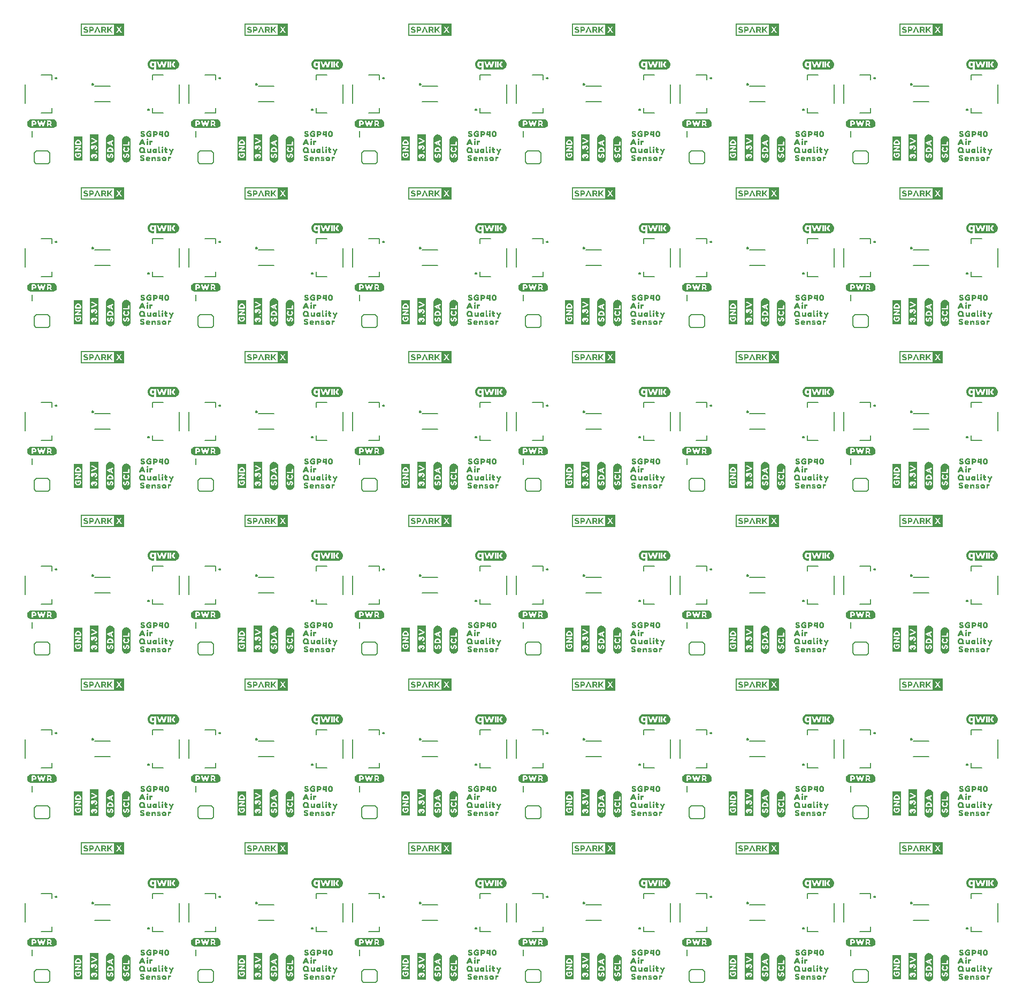
<source format=gto>
G04 EAGLE Gerber RS-274X export*
G75*
%MOMM*%
%FSLAX34Y34*%
%LPD*%
%INSilkscreen Top*%
%IPPOS*%
%AMOC8*
5,1,8,0,0,1.08239X$1,22.5*%
G01*
%ADD10C,0.203200*%

G36*
X938577Y1514495D02*
X938577Y1514495D01*
X938572Y1514503D01*
X938579Y1514509D01*
X938579Y1533491D01*
X938543Y1533539D01*
X938536Y1533533D01*
X938530Y1533541D01*
X869950Y1533541D01*
X869903Y1533505D01*
X869908Y1533497D01*
X869901Y1533491D01*
X869901Y1514509D01*
X869937Y1514461D01*
X869944Y1514467D01*
X869950Y1514459D01*
X938530Y1514459D01*
X938577Y1514495D01*
G37*
G36*
X161337Y1514495D02*
X161337Y1514495D01*
X161332Y1514503D01*
X161339Y1514509D01*
X161339Y1533491D01*
X161303Y1533539D01*
X161296Y1533533D01*
X161290Y1533541D01*
X92710Y1533541D01*
X92663Y1533505D01*
X92668Y1533497D01*
X92661Y1533491D01*
X92661Y1514509D01*
X92697Y1514461D01*
X92704Y1514467D01*
X92710Y1514459D01*
X161290Y1514459D01*
X161337Y1514495D01*
G37*
G36*
X1456737Y1514495D02*
X1456737Y1514495D01*
X1456732Y1514503D01*
X1456739Y1514509D01*
X1456739Y1533491D01*
X1456703Y1533539D01*
X1456696Y1533533D01*
X1456690Y1533541D01*
X1388110Y1533541D01*
X1388063Y1533505D01*
X1388068Y1533497D01*
X1388061Y1533491D01*
X1388061Y1514509D01*
X1388097Y1514461D01*
X1388104Y1514467D01*
X1388110Y1514459D01*
X1456690Y1514459D01*
X1456737Y1514495D01*
G37*
G36*
X679497Y1514495D02*
X679497Y1514495D01*
X679492Y1514503D01*
X679499Y1514509D01*
X679499Y1533491D01*
X679463Y1533539D01*
X679456Y1533533D01*
X679450Y1533541D01*
X610870Y1533541D01*
X610823Y1533505D01*
X610828Y1533497D01*
X610821Y1533491D01*
X610821Y1514509D01*
X610857Y1514461D01*
X610864Y1514467D01*
X610870Y1514459D01*
X679450Y1514459D01*
X679497Y1514495D01*
G37*
G36*
X1197657Y1514495D02*
X1197657Y1514495D01*
X1197652Y1514503D01*
X1197659Y1514509D01*
X1197659Y1533491D01*
X1197623Y1533539D01*
X1197616Y1533533D01*
X1197610Y1533541D01*
X1129030Y1533541D01*
X1128983Y1533505D01*
X1128988Y1533497D01*
X1128981Y1533491D01*
X1128981Y1514509D01*
X1129017Y1514461D01*
X1129024Y1514467D01*
X1129030Y1514459D01*
X1197610Y1514459D01*
X1197657Y1514495D01*
G37*
G36*
X420417Y1514495D02*
X420417Y1514495D01*
X420412Y1514503D01*
X420419Y1514509D01*
X420419Y1533491D01*
X420383Y1533539D01*
X420376Y1533533D01*
X420370Y1533541D01*
X351790Y1533541D01*
X351743Y1533505D01*
X351748Y1533497D01*
X351741Y1533491D01*
X351741Y1514509D01*
X351777Y1514461D01*
X351784Y1514467D01*
X351790Y1514459D01*
X420370Y1514459D01*
X420417Y1514495D01*
G37*
G36*
X679497Y737255D02*
X679497Y737255D01*
X679492Y737263D01*
X679499Y737269D01*
X679499Y756251D01*
X679463Y756299D01*
X679456Y756293D01*
X679450Y756301D01*
X610870Y756301D01*
X610823Y756265D01*
X610828Y756257D01*
X610821Y756251D01*
X610821Y737269D01*
X610857Y737221D01*
X610864Y737227D01*
X610870Y737219D01*
X679450Y737219D01*
X679497Y737255D01*
G37*
G36*
X420417Y219095D02*
X420417Y219095D01*
X420412Y219103D01*
X420419Y219109D01*
X420419Y238091D01*
X420383Y238139D01*
X420376Y238133D01*
X420370Y238141D01*
X351790Y238141D01*
X351743Y238105D01*
X351748Y238097D01*
X351741Y238091D01*
X351741Y219109D01*
X351777Y219061D01*
X351784Y219067D01*
X351790Y219059D01*
X420370Y219059D01*
X420417Y219095D01*
G37*
G36*
X938577Y219095D02*
X938577Y219095D01*
X938572Y219103D01*
X938579Y219109D01*
X938579Y238091D01*
X938543Y238139D01*
X938536Y238133D01*
X938530Y238141D01*
X869950Y238141D01*
X869903Y238105D01*
X869908Y238097D01*
X869901Y238091D01*
X869901Y219109D01*
X869937Y219061D01*
X869944Y219067D01*
X869950Y219059D01*
X938530Y219059D01*
X938577Y219095D01*
G37*
G36*
X1197657Y478175D02*
X1197657Y478175D01*
X1197652Y478183D01*
X1197659Y478189D01*
X1197659Y497171D01*
X1197623Y497219D01*
X1197616Y497213D01*
X1197610Y497221D01*
X1129030Y497221D01*
X1128983Y497185D01*
X1128988Y497177D01*
X1128981Y497171D01*
X1128981Y478189D01*
X1129017Y478141D01*
X1129024Y478147D01*
X1129030Y478139D01*
X1197610Y478139D01*
X1197657Y478175D01*
G37*
G36*
X679497Y219095D02*
X679497Y219095D01*
X679492Y219103D01*
X679499Y219109D01*
X679499Y238091D01*
X679463Y238139D01*
X679456Y238133D01*
X679450Y238141D01*
X610870Y238141D01*
X610823Y238105D01*
X610828Y238097D01*
X610821Y238091D01*
X610821Y219109D01*
X610857Y219061D01*
X610864Y219067D01*
X610870Y219059D01*
X679450Y219059D01*
X679497Y219095D01*
G37*
G36*
X1456737Y219095D02*
X1456737Y219095D01*
X1456732Y219103D01*
X1456739Y219109D01*
X1456739Y238091D01*
X1456703Y238139D01*
X1456696Y238133D01*
X1456690Y238141D01*
X1388110Y238141D01*
X1388063Y238105D01*
X1388068Y238097D01*
X1388061Y238091D01*
X1388061Y219109D01*
X1388097Y219061D01*
X1388104Y219067D01*
X1388110Y219059D01*
X1456690Y219059D01*
X1456737Y219095D01*
G37*
G36*
X1197657Y219095D02*
X1197657Y219095D01*
X1197652Y219103D01*
X1197659Y219109D01*
X1197659Y238091D01*
X1197623Y238139D01*
X1197616Y238133D01*
X1197610Y238141D01*
X1129030Y238141D01*
X1128983Y238105D01*
X1128988Y238097D01*
X1128981Y238091D01*
X1128981Y219109D01*
X1129017Y219061D01*
X1129024Y219067D01*
X1129030Y219059D01*
X1197610Y219059D01*
X1197657Y219095D01*
G37*
G36*
X161303Y238139D02*
X161303Y238139D01*
X161296Y238133D01*
X161290Y238141D01*
X92710Y238141D01*
X92663Y238105D01*
X92668Y238097D01*
X92661Y238091D01*
X92661Y219109D01*
X92697Y219061D01*
X92704Y219067D01*
X92710Y219059D01*
X161290Y219059D01*
X161337Y219095D01*
X161332Y219103D01*
X161339Y219109D01*
X161339Y238091D01*
X161303Y238139D01*
G37*
G36*
X161337Y478175D02*
X161337Y478175D01*
X161332Y478183D01*
X161339Y478189D01*
X161339Y497171D01*
X161303Y497219D01*
X161296Y497213D01*
X161290Y497221D01*
X92710Y497221D01*
X92663Y497185D01*
X92668Y497177D01*
X92661Y497171D01*
X92661Y478189D01*
X92697Y478141D01*
X92704Y478147D01*
X92710Y478139D01*
X161290Y478139D01*
X161337Y478175D01*
G37*
G36*
X1456737Y478175D02*
X1456737Y478175D01*
X1456732Y478183D01*
X1456739Y478189D01*
X1456739Y497171D01*
X1456703Y497219D01*
X1456696Y497213D01*
X1456690Y497221D01*
X1388110Y497221D01*
X1388063Y497185D01*
X1388068Y497177D01*
X1388061Y497171D01*
X1388061Y478189D01*
X1388097Y478141D01*
X1388104Y478147D01*
X1388110Y478139D01*
X1456690Y478139D01*
X1456737Y478175D01*
G37*
G36*
X938577Y737255D02*
X938577Y737255D01*
X938572Y737263D01*
X938579Y737269D01*
X938579Y756251D01*
X938543Y756299D01*
X938536Y756293D01*
X938530Y756301D01*
X869950Y756301D01*
X869903Y756265D01*
X869908Y756257D01*
X869901Y756251D01*
X869901Y737269D01*
X869937Y737221D01*
X869944Y737227D01*
X869950Y737219D01*
X938530Y737219D01*
X938577Y737255D01*
G37*
G36*
X420417Y737255D02*
X420417Y737255D01*
X420412Y737263D01*
X420419Y737269D01*
X420419Y756251D01*
X420383Y756299D01*
X420376Y756293D01*
X420370Y756301D01*
X351790Y756301D01*
X351743Y756265D01*
X351748Y756257D01*
X351741Y756251D01*
X351741Y737269D01*
X351777Y737221D01*
X351784Y737227D01*
X351790Y737219D01*
X420370Y737219D01*
X420417Y737255D01*
G37*
G36*
X679497Y478175D02*
X679497Y478175D01*
X679492Y478183D01*
X679499Y478189D01*
X679499Y497171D01*
X679463Y497219D01*
X679456Y497213D01*
X679450Y497221D01*
X610870Y497221D01*
X610823Y497185D01*
X610828Y497177D01*
X610821Y497171D01*
X610821Y478189D01*
X610857Y478141D01*
X610864Y478147D01*
X610870Y478139D01*
X679450Y478139D01*
X679497Y478175D01*
G37*
G36*
X1456737Y737255D02*
X1456737Y737255D01*
X1456732Y737263D01*
X1456739Y737269D01*
X1456739Y756251D01*
X1456703Y756299D01*
X1456696Y756293D01*
X1456690Y756301D01*
X1388110Y756301D01*
X1388063Y756265D01*
X1388068Y756257D01*
X1388061Y756251D01*
X1388061Y737269D01*
X1388097Y737221D01*
X1388104Y737227D01*
X1388110Y737219D01*
X1456690Y737219D01*
X1456737Y737255D01*
G37*
G36*
X1197657Y1255415D02*
X1197657Y1255415D01*
X1197652Y1255423D01*
X1197659Y1255429D01*
X1197659Y1274411D01*
X1197623Y1274459D01*
X1197616Y1274453D01*
X1197610Y1274461D01*
X1129030Y1274461D01*
X1128983Y1274425D01*
X1128988Y1274417D01*
X1128981Y1274411D01*
X1128981Y1255429D01*
X1129017Y1255381D01*
X1129024Y1255387D01*
X1129030Y1255379D01*
X1197610Y1255379D01*
X1197657Y1255415D01*
G37*
G36*
X420417Y478175D02*
X420417Y478175D01*
X420412Y478183D01*
X420419Y478189D01*
X420419Y497171D01*
X420383Y497219D01*
X420376Y497213D01*
X420370Y497221D01*
X351790Y497221D01*
X351743Y497185D01*
X351748Y497177D01*
X351741Y497171D01*
X351741Y478189D01*
X351777Y478141D01*
X351784Y478147D01*
X351790Y478139D01*
X420370Y478139D01*
X420417Y478175D01*
G37*
G36*
X938577Y478175D02*
X938577Y478175D01*
X938572Y478183D01*
X938579Y478189D01*
X938579Y497171D01*
X938543Y497219D01*
X938536Y497213D01*
X938530Y497221D01*
X869950Y497221D01*
X869903Y497185D01*
X869908Y497177D01*
X869901Y497171D01*
X869901Y478189D01*
X869937Y478141D01*
X869944Y478147D01*
X869950Y478139D01*
X938530Y478139D01*
X938577Y478175D01*
G37*
G36*
X1197657Y996335D02*
X1197657Y996335D01*
X1197652Y996343D01*
X1197659Y996349D01*
X1197659Y1015331D01*
X1197623Y1015379D01*
X1197616Y1015373D01*
X1197610Y1015381D01*
X1129030Y1015381D01*
X1128983Y1015345D01*
X1128988Y1015337D01*
X1128981Y1015331D01*
X1128981Y996349D01*
X1129017Y996301D01*
X1129024Y996307D01*
X1129030Y996299D01*
X1197610Y996299D01*
X1197657Y996335D01*
G37*
G36*
X938577Y996335D02*
X938577Y996335D01*
X938572Y996343D01*
X938579Y996349D01*
X938579Y1015331D01*
X938543Y1015379D01*
X938536Y1015373D01*
X938530Y1015381D01*
X869950Y1015381D01*
X869903Y1015345D01*
X869908Y1015337D01*
X869901Y1015331D01*
X869901Y996349D01*
X869937Y996301D01*
X869944Y996307D01*
X869950Y996299D01*
X938530Y996299D01*
X938577Y996335D01*
G37*
G36*
X1456737Y996335D02*
X1456737Y996335D01*
X1456732Y996343D01*
X1456739Y996349D01*
X1456739Y1015331D01*
X1456703Y1015379D01*
X1456696Y1015373D01*
X1456690Y1015381D01*
X1388110Y1015381D01*
X1388063Y1015345D01*
X1388068Y1015337D01*
X1388061Y1015331D01*
X1388061Y996349D01*
X1388097Y996301D01*
X1388104Y996307D01*
X1388110Y996299D01*
X1456690Y996299D01*
X1456737Y996335D01*
G37*
G36*
X679497Y996335D02*
X679497Y996335D01*
X679492Y996343D01*
X679499Y996349D01*
X679499Y1015331D01*
X679463Y1015379D01*
X679456Y1015373D01*
X679450Y1015381D01*
X610870Y1015381D01*
X610823Y1015345D01*
X610828Y1015337D01*
X610821Y1015331D01*
X610821Y996349D01*
X610857Y996301D01*
X610864Y996307D01*
X610870Y996299D01*
X679450Y996299D01*
X679497Y996335D01*
G37*
G36*
X161337Y996335D02*
X161337Y996335D01*
X161332Y996343D01*
X161339Y996349D01*
X161339Y1015331D01*
X161303Y1015379D01*
X161296Y1015373D01*
X161290Y1015381D01*
X92710Y1015381D01*
X92663Y1015345D01*
X92668Y1015337D01*
X92661Y1015331D01*
X92661Y996349D01*
X92697Y996301D01*
X92704Y996307D01*
X92710Y996299D01*
X161290Y996299D01*
X161337Y996335D01*
G37*
G36*
X420417Y996335D02*
X420417Y996335D01*
X420412Y996343D01*
X420419Y996349D01*
X420419Y1015331D01*
X420383Y1015379D01*
X420376Y1015373D01*
X420370Y1015381D01*
X351790Y1015381D01*
X351743Y1015345D01*
X351748Y1015337D01*
X351741Y1015331D01*
X351741Y996349D01*
X351777Y996301D01*
X351784Y996307D01*
X351790Y996299D01*
X420370Y996299D01*
X420417Y996335D01*
G37*
G36*
X161337Y1255415D02*
X161337Y1255415D01*
X161332Y1255423D01*
X161339Y1255429D01*
X161339Y1274411D01*
X161303Y1274459D01*
X161296Y1274453D01*
X161290Y1274461D01*
X92710Y1274461D01*
X92663Y1274425D01*
X92668Y1274417D01*
X92661Y1274411D01*
X92661Y1255429D01*
X92697Y1255381D01*
X92704Y1255387D01*
X92710Y1255379D01*
X161290Y1255379D01*
X161337Y1255415D01*
G37*
G36*
X938577Y1255415D02*
X938577Y1255415D01*
X938572Y1255423D01*
X938579Y1255429D01*
X938579Y1274411D01*
X938543Y1274459D01*
X938536Y1274453D01*
X938530Y1274461D01*
X869950Y1274461D01*
X869903Y1274425D01*
X869908Y1274417D01*
X869901Y1274411D01*
X869901Y1255429D01*
X869937Y1255381D01*
X869944Y1255387D01*
X869950Y1255379D01*
X938530Y1255379D01*
X938577Y1255415D01*
G37*
G36*
X420417Y1255415D02*
X420417Y1255415D01*
X420412Y1255423D01*
X420419Y1255429D01*
X420419Y1274411D01*
X420383Y1274459D01*
X420376Y1274453D01*
X420370Y1274461D01*
X351790Y1274461D01*
X351743Y1274425D01*
X351748Y1274417D01*
X351741Y1274411D01*
X351741Y1255429D01*
X351777Y1255381D01*
X351784Y1255387D01*
X351790Y1255379D01*
X420370Y1255379D01*
X420417Y1255415D01*
G37*
G36*
X1456737Y1255415D02*
X1456737Y1255415D01*
X1456732Y1255423D01*
X1456739Y1255429D01*
X1456739Y1274411D01*
X1456703Y1274459D01*
X1456696Y1274453D01*
X1456690Y1274461D01*
X1388110Y1274461D01*
X1388063Y1274425D01*
X1388068Y1274417D01*
X1388061Y1274411D01*
X1388061Y1255429D01*
X1388097Y1255381D01*
X1388104Y1255387D01*
X1388110Y1255379D01*
X1456690Y1255379D01*
X1456737Y1255415D01*
G37*
G36*
X161337Y737255D02*
X161337Y737255D01*
X161332Y737263D01*
X161339Y737269D01*
X161339Y756251D01*
X161303Y756299D01*
X161296Y756293D01*
X161290Y756301D01*
X92710Y756301D01*
X92663Y756265D01*
X92668Y756257D01*
X92661Y756251D01*
X92661Y737269D01*
X92697Y737221D01*
X92704Y737227D01*
X92710Y737219D01*
X161290Y737219D01*
X161337Y737255D01*
G37*
G36*
X1197657Y737255D02*
X1197657Y737255D01*
X1197652Y737263D01*
X1197659Y737269D01*
X1197659Y756251D01*
X1197623Y756299D01*
X1197616Y756293D01*
X1197610Y756301D01*
X1129030Y756301D01*
X1128983Y756265D01*
X1128988Y756257D01*
X1128981Y756251D01*
X1128981Y737269D01*
X1129017Y737221D01*
X1129024Y737227D01*
X1129030Y737219D01*
X1197610Y737219D01*
X1197657Y737255D01*
G37*
G36*
X679497Y1255415D02*
X679497Y1255415D01*
X679492Y1255423D01*
X679499Y1255429D01*
X679499Y1274411D01*
X679463Y1274459D01*
X679456Y1274453D01*
X679450Y1274461D01*
X610870Y1274461D01*
X610823Y1274425D01*
X610828Y1274417D01*
X610821Y1274411D01*
X610821Y1255429D01*
X610857Y1255381D01*
X610864Y1255387D01*
X610870Y1255379D01*
X679450Y1255379D01*
X679497Y1255415D01*
G37*
%LPC*%
G36*
X612682Y1516320D02*
X612682Y1516320D01*
X612682Y1531680D01*
X664080Y1531680D01*
X664080Y1516320D01*
X612682Y1516320D01*
G37*
%LPD*%
%LPC*%
G36*
X1389922Y1516320D02*
X1389922Y1516320D01*
X1389922Y1531680D01*
X1441320Y1531680D01*
X1441320Y1516320D01*
X1389922Y1516320D01*
G37*
%LPD*%
%LPC*%
G36*
X871762Y1516320D02*
X871762Y1516320D01*
X871762Y1531680D01*
X923160Y1531680D01*
X923160Y1516320D01*
X871762Y1516320D01*
G37*
%LPD*%
%LPC*%
G36*
X94522Y1516320D02*
X94522Y1516320D01*
X94522Y1531680D01*
X145920Y1531680D01*
X145920Y1516320D01*
X94522Y1516320D01*
G37*
%LPD*%
%LPC*%
G36*
X353602Y1516320D02*
X353602Y1516320D01*
X353602Y1531680D01*
X405000Y1531680D01*
X405000Y1516320D01*
X353602Y1516320D01*
G37*
%LPD*%
%LPC*%
G36*
X1130842Y1516320D02*
X1130842Y1516320D01*
X1130842Y1531680D01*
X1182240Y1531680D01*
X1182240Y1516320D01*
X1130842Y1516320D01*
G37*
%LPD*%
%LPC*%
G36*
X1130842Y1257240D02*
X1130842Y1257240D01*
X1130842Y1272600D01*
X1182240Y1272600D01*
X1182240Y1257240D01*
X1130842Y1257240D01*
G37*
%LPD*%
%LPC*%
G36*
X353602Y1257240D02*
X353602Y1257240D01*
X353602Y1272600D01*
X405000Y1272600D01*
X405000Y1257240D01*
X353602Y1257240D01*
G37*
%LPD*%
%LPC*%
G36*
X1389922Y1257240D02*
X1389922Y1257240D01*
X1389922Y1272600D01*
X1441320Y1272600D01*
X1441320Y1257240D01*
X1389922Y1257240D01*
G37*
%LPD*%
%LPC*%
G36*
X94522Y1257240D02*
X94522Y1257240D01*
X94522Y1272600D01*
X145920Y1272600D01*
X145920Y1257240D01*
X94522Y1257240D01*
G37*
%LPD*%
%LPC*%
G36*
X871762Y1257240D02*
X871762Y1257240D01*
X871762Y1272600D01*
X923160Y1272600D01*
X923160Y1257240D01*
X871762Y1257240D01*
G37*
%LPD*%
%LPC*%
G36*
X1389922Y998160D02*
X1389922Y998160D01*
X1389922Y1013520D01*
X1441320Y1013520D01*
X1441320Y998160D01*
X1389922Y998160D01*
G37*
%LPD*%
%LPC*%
G36*
X1130842Y998160D02*
X1130842Y998160D01*
X1130842Y1013520D01*
X1182240Y1013520D01*
X1182240Y998160D01*
X1130842Y998160D01*
G37*
%LPD*%
%LPC*%
G36*
X871762Y220920D02*
X871762Y220920D01*
X871762Y236280D01*
X923160Y236280D01*
X923160Y220920D01*
X871762Y220920D01*
G37*
%LPD*%
%LPC*%
G36*
X353602Y220920D02*
X353602Y220920D01*
X353602Y236280D01*
X405000Y236280D01*
X405000Y220920D01*
X353602Y220920D01*
G37*
%LPD*%
%LPC*%
G36*
X871762Y998160D02*
X871762Y998160D01*
X871762Y1013520D01*
X923160Y1013520D01*
X923160Y998160D01*
X871762Y998160D01*
G37*
%LPD*%
%LPC*%
G36*
X353602Y998160D02*
X353602Y998160D01*
X353602Y1013520D01*
X405000Y1013520D01*
X405000Y998160D01*
X353602Y998160D01*
G37*
%LPD*%
%LPC*%
G36*
X612682Y998160D02*
X612682Y998160D01*
X612682Y1013520D01*
X664080Y1013520D01*
X664080Y998160D01*
X612682Y998160D01*
G37*
%LPD*%
%LPC*%
G36*
X94522Y998160D02*
X94522Y998160D01*
X94522Y1013520D01*
X145920Y1013520D01*
X145920Y998160D01*
X94522Y998160D01*
G37*
%LPD*%
%LPC*%
G36*
X353602Y480000D02*
X353602Y480000D01*
X353602Y495360D01*
X405000Y495360D01*
X405000Y480000D01*
X353602Y480000D01*
G37*
%LPD*%
%LPC*%
G36*
X871762Y480000D02*
X871762Y480000D01*
X871762Y495360D01*
X923160Y495360D01*
X923160Y480000D01*
X871762Y480000D01*
G37*
%LPD*%
%LPC*%
G36*
X1389922Y480000D02*
X1389922Y480000D01*
X1389922Y495360D01*
X1441320Y495360D01*
X1441320Y480000D01*
X1389922Y480000D01*
G37*
%LPD*%
%LPC*%
G36*
X612682Y480000D02*
X612682Y480000D01*
X612682Y495360D01*
X664080Y495360D01*
X664080Y480000D01*
X612682Y480000D01*
G37*
%LPD*%
%LPC*%
G36*
X612682Y1257240D02*
X612682Y1257240D01*
X612682Y1272600D01*
X664080Y1272600D01*
X664080Y1257240D01*
X612682Y1257240D01*
G37*
%LPD*%
%LPC*%
G36*
X94522Y480000D02*
X94522Y480000D01*
X94522Y495360D01*
X145920Y495360D01*
X145920Y480000D01*
X94522Y480000D01*
G37*
%LPD*%
%LPC*%
G36*
X94522Y220920D02*
X94522Y220920D01*
X94522Y236280D01*
X145920Y236280D01*
X145920Y220920D01*
X94522Y220920D01*
G37*
%LPD*%
%LPC*%
G36*
X1389922Y739080D02*
X1389922Y739080D01*
X1389922Y754440D01*
X1441320Y754440D01*
X1441320Y739080D01*
X1389922Y739080D01*
G37*
%LPD*%
%LPC*%
G36*
X353602Y739080D02*
X353602Y739080D01*
X353602Y754440D01*
X405000Y754440D01*
X405000Y739080D01*
X353602Y739080D01*
G37*
%LPD*%
%LPC*%
G36*
X1130842Y739080D02*
X1130842Y739080D01*
X1130842Y754440D01*
X1182240Y754440D01*
X1182240Y739080D01*
X1130842Y739080D01*
G37*
%LPD*%
%LPC*%
G36*
X94522Y739080D02*
X94522Y739080D01*
X94522Y754440D01*
X145920Y754440D01*
X145920Y739080D01*
X94522Y739080D01*
G37*
%LPD*%
%LPC*%
G36*
X1130842Y480000D02*
X1130842Y480000D01*
X1130842Y495360D01*
X1182240Y495360D01*
X1182240Y480000D01*
X1130842Y480000D01*
G37*
%LPD*%
%LPC*%
G36*
X1389922Y220920D02*
X1389922Y220920D01*
X1389922Y236280D01*
X1441320Y236280D01*
X1441320Y220920D01*
X1389922Y220920D01*
G37*
%LPD*%
%LPC*%
G36*
X1130842Y220920D02*
X1130842Y220920D01*
X1130842Y236280D01*
X1182240Y236280D01*
X1182240Y220920D01*
X1130842Y220920D01*
G37*
%LPD*%
%LPC*%
G36*
X612682Y739080D02*
X612682Y739080D01*
X612682Y754440D01*
X664080Y754440D01*
X664080Y739080D01*
X612682Y739080D01*
G37*
%LPD*%
%LPC*%
G36*
X871762Y739080D02*
X871762Y739080D01*
X871762Y754440D01*
X923160Y754440D01*
X923160Y739080D01*
X871762Y739080D01*
G37*
%LPD*%
%LPC*%
G36*
X612682Y220920D02*
X612682Y220920D01*
X612682Y236280D01*
X664080Y236280D01*
X664080Y220920D01*
X612682Y220920D01*
G37*
%LPD*%
G36*
X1508382Y424743D02*
X1508382Y424743D01*
X1535879Y424743D01*
X1535881Y424744D01*
X1535883Y424743D01*
X1536410Y424776D01*
X1536411Y424776D01*
X1536413Y424776D01*
X1537465Y424882D01*
X1537467Y424884D01*
X1537471Y424883D01*
X1537987Y424990D01*
X1537989Y424992D01*
X1537992Y424991D01*
X1539003Y425305D01*
X1539004Y425307D01*
X1539008Y425307D01*
X1539493Y425512D01*
X1539495Y425514D01*
X1539499Y425514D01*
X1540428Y426019D01*
X1540430Y426022D01*
X1540434Y426022D01*
X1540868Y426320D01*
X1540869Y426323D01*
X1540872Y426324D01*
X1541688Y426997D01*
X1541689Y427000D01*
X1541693Y427002D01*
X1542058Y427381D01*
X1542059Y427383D01*
X1542061Y427385D01*
X1542734Y428200D01*
X1542735Y428204D01*
X1542739Y428207D01*
X1543020Y428652D01*
X1543020Y428654D01*
X1543022Y428656D01*
X1543527Y429585D01*
X1543526Y429589D01*
X1543530Y429593D01*
X1543716Y430086D01*
X1543715Y430088D01*
X1543717Y430090D01*
X1544031Y431100D01*
X1544030Y431104D01*
X1544033Y431108D01*
X1544118Y431628D01*
X1544117Y431629D01*
X1544119Y431632D01*
X1544225Y432684D01*
X1544223Y432687D01*
X1544225Y432691D01*
X1544217Y433217D01*
X1544215Y433219D01*
X1544216Y433223D01*
X1544110Y434275D01*
X1544108Y434277D01*
X1544109Y434281D01*
X1544007Y434797D01*
X1544005Y434799D01*
X1544005Y434803D01*
X1543692Y435813D01*
X1543689Y435815D01*
X1543690Y435819D01*
X1543488Y436305D01*
X1543486Y436307D01*
X1543486Y436311D01*
X1542981Y437240D01*
X1542979Y437242D01*
X1542978Y437246D01*
X1542683Y437682D01*
X1542681Y437683D01*
X1542680Y437687D01*
X1542007Y438502D01*
X1542004Y438503D01*
X1542002Y438507D01*
X1541625Y438875D01*
X1541623Y438876D01*
X1541622Y438879D01*
X1540806Y439552D01*
X1540802Y439552D01*
X1540800Y439556D01*
X1540356Y439840D01*
X1540354Y439840D01*
X1540353Y439843D01*
X1539423Y440347D01*
X1539419Y440347D01*
X1539416Y440351D01*
X1538924Y440540D01*
X1538922Y440540D01*
X1538920Y440541D01*
X1537910Y440855D01*
X1537907Y440854D01*
X1537902Y440857D01*
X1537384Y440947D01*
X1537382Y440946D01*
X1537379Y440947D01*
X1536327Y441053D01*
X1536086Y441078D01*
X1536083Y441076D01*
X1536080Y441078D01*
X1502764Y441078D01*
X1502235Y441073D01*
X1502233Y441071D01*
X1502230Y441072D01*
X1500651Y440913D01*
X1500647Y440910D01*
X1500639Y440911D01*
X1499124Y440441D01*
X1499120Y440436D01*
X1499112Y440436D01*
X1497719Y439679D01*
X1497716Y439674D01*
X1497709Y439672D01*
X1496491Y438656D01*
X1496489Y438651D01*
X1496482Y438647D01*
X1495484Y437416D01*
X1495484Y437411D01*
X1495478Y437406D01*
X1494973Y436477D01*
X1494974Y436476D01*
X1494972Y436475D01*
X1494737Y436003D01*
X1494738Y435998D01*
X1494733Y435993D01*
X1494420Y434983D01*
X1494420Y434982D01*
X1494419Y434981D01*
X1494280Y434473D01*
X1494281Y434468D01*
X1494278Y434462D01*
X1494125Y432884D01*
X1494128Y432879D01*
X1494125Y432871D01*
X1494285Y431293D01*
X1494288Y431289D01*
X1494287Y431281D01*
X1494753Y429765D01*
X1494757Y429761D01*
X1494758Y429753D01*
X1495509Y428357D01*
X1495514Y428354D01*
X1495516Y428347D01*
X1495579Y428271D01*
X1495786Y428020D01*
X1495787Y428020D01*
X1495994Y427769D01*
X1496202Y427518D01*
X1496410Y427267D01*
X1496527Y427125D01*
X1496533Y427123D01*
X1496536Y427116D01*
X1497766Y426115D01*
X1497771Y426115D01*
X1497776Y426109D01*
X1499176Y425365D01*
X1499181Y425366D01*
X1499187Y425360D01*
X1500705Y424903D01*
X1500710Y424905D01*
X1500717Y424901D01*
X1502295Y424743D01*
X1502298Y424744D01*
X1502301Y424743D01*
X1504798Y424743D01*
X1504817Y424755D01*
X1504840Y424759D01*
X1504846Y424774D01*
X1504855Y424779D01*
X1504853Y424790D01*
X1504860Y424806D01*
X1504859Y424955D01*
X1504859Y429338D01*
X1504852Y429349D01*
X1504854Y429362D01*
X1504835Y429375D01*
X1504822Y429395D01*
X1504809Y429393D01*
X1504798Y429401D01*
X1504764Y429387D01*
X1504755Y429385D01*
X1504753Y429382D01*
X1504750Y429381D01*
X1504528Y429142D01*
X1504147Y428788D01*
X1503714Y428504D01*
X1503242Y428291D01*
X1502740Y428165D01*
X1502224Y428108D01*
X1501703Y428129D01*
X1501184Y428178D01*
X1500682Y428315D01*
X1500191Y428485D01*
X1499738Y428739D01*
X1499321Y429047D01*
X1498934Y429393D01*
X1498626Y429812D01*
X1498349Y430252D01*
X1498134Y430727D01*
X1497974Y431222D01*
X1497849Y431729D01*
X1497750Y432771D01*
X1497815Y433815D01*
X1497930Y434324D01*
X1498063Y434829D01*
X1498279Y435302D01*
X1498533Y435757D01*
X1498839Y436177D01*
X1499211Y436538D01*
X1499614Y436863D01*
X1500068Y437116D01*
X1500552Y437304D01*
X1501049Y437455D01*
X1502090Y437535D01*
X1502607Y437486D01*
X1503113Y437371D01*
X1503595Y437181D01*
X1504037Y436912D01*
X1504438Y436579D01*
X1504753Y436284D01*
X1504764Y436282D01*
X1504770Y436273D01*
X1504795Y436277D01*
X1504820Y436272D01*
X1504826Y436281D01*
X1504837Y436283D01*
X1504856Y436324D01*
X1504859Y436328D01*
X1504858Y436329D01*
X1504859Y436330D01*
X1504859Y437385D01*
X1504863Y437438D01*
X1507808Y437438D01*
X1507808Y424798D01*
X1507820Y424779D01*
X1507824Y424756D01*
X1507839Y424750D01*
X1507844Y424741D01*
X1507855Y424743D01*
X1507871Y424736D01*
X1508382Y424743D01*
G37*
G36*
X1249302Y424743D02*
X1249302Y424743D01*
X1276799Y424743D01*
X1276801Y424744D01*
X1276803Y424743D01*
X1277330Y424776D01*
X1277331Y424776D01*
X1277333Y424776D01*
X1278385Y424882D01*
X1278387Y424884D01*
X1278391Y424883D01*
X1278907Y424990D01*
X1278909Y424992D01*
X1278912Y424991D01*
X1279923Y425305D01*
X1279924Y425307D01*
X1279928Y425307D01*
X1280413Y425512D01*
X1280415Y425514D01*
X1280419Y425514D01*
X1281348Y426019D01*
X1281350Y426022D01*
X1281354Y426022D01*
X1281788Y426320D01*
X1281789Y426323D01*
X1281792Y426324D01*
X1282608Y426997D01*
X1282609Y427000D01*
X1282613Y427002D01*
X1282978Y427381D01*
X1282979Y427383D01*
X1282981Y427385D01*
X1283654Y428200D01*
X1283655Y428204D01*
X1283659Y428207D01*
X1283940Y428652D01*
X1283940Y428654D01*
X1283942Y428656D01*
X1284447Y429585D01*
X1284446Y429589D01*
X1284450Y429593D01*
X1284636Y430086D01*
X1284635Y430088D01*
X1284637Y430090D01*
X1284951Y431100D01*
X1284950Y431104D01*
X1284953Y431108D01*
X1285038Y431628D01*
X1285037Y431629D01*
X1285039Y431632D01*
X1285145Y432684D01*
X1285143Y432687D01*
X1285145Y432691D01*
X1285137Y433217D01*
X1285135Y433219D01*
X1285136Y433223D01*
X1285030Y434275D01*
X1285028Y434277D01*
X1285029Y434281D01*
X1284927Y434797D01*
X1284925Y434799D01*
X1284925Y434803D01*
X1284612Y435813D01*
X1284609Y435815D01*
X1284610Y435819D01*
X1284408Y436305D01*
X1284406Y436307D01*
X1284406Y436311D01*
X1283901Y437240D01*
X1283899Y437242D01*
X1283898Y437246D01*
X1283603Y437682D01*
X1283601Y437683D01*
X1283600Y437687D01*
X1282927Y438502D01*
X1282924Y438503D01*
X1282922Y438507D01*
X1282545Y438875D01*
X1282543Y438876D01*
X1282542Y438879D01*
X1281726Y439552D01*
X1281722Y439552D01*
X1281720Y439556D01*
X1281276Y439840D01*
X1281274Y439840D01*
X1281273Y439843D01*
X1280343Y440347D01*
X1280339Y440347D01*
X1280336Y440351D01*
X1279844Y440540D01*
X1279842Y440540D01*
X1279840Y440541D01*
X1278830Y440855D01*
X1278827Y440854D01*
X1278822Y440857D01*
X1278304Y440947D01*
X1278302Y440946D01*
X1278299Y440947D01*
X1277247Y441053D01*
X1277006Y441078D01*
X1277003Y441076D01*
X1277000Y441078D01*
X1243684Y441078D01*
X1243155Y441073D01*
X1243153Y441071D01*
X1243150Y441072D01*
X1241571Y440913D01*
X1241567Y440910D01*
X1241559Y440911D01*
X1240044Y440441D01*
X1240040Y440436D01*
X1240032Y440436D01*
X1238639Y439679D01*
X1238636Y439674D01*
X1238629Y439672D01*
X1237411Y438656D01*
X1237409Y438651D01*
X1237402Y438647D01*
X1236404Y437416D01*
X1236404Y437411D01*
X1236398Y437406D01*
X1235893Y436477D01*
X1235894Y436476D01*
X1235892Y436475D01*
X1235657Y436003D01*
X1235658Y435998D01*
X1235653Y435993D01*
X1235340Y434983D01*
X1235340Y434982D01*
X1235339Y434981D01*
X1235200Y434473D01*
X1235201Y434468D01*
X1235198Y434462D01*
X1235045Y432884D01*
X1235048Y432879D01*
X1235045Y432871D01*
X1235205Y431293D01*
X1235208Y431289D01*
X1235207Y431281D01*
X1235673Y429765D01*
X1235677Y429761D01*
X1235678Y429753D01*
X1236429Y428357D01*
X1236434Y428354D01*
X1236436Y428347D01*
X1236499Y428271D01*
X1236706Y428020D01*
X1236707Y428020D01*
X1236914Y427769D01*
X1237122Y427518D01*
X1237330Y427267D01*
X1237447Y427125D01*
X1237453Y427123D01*
X1237456Y427116D01*
X1238686Y426115D01*
X1238691Y426115D01*
X1238696Y426109D01*
X1240096Y425365D01*
X1240101Y425366D01*
X1240107Y425360D01*
X1241625Y424903D01*
X1241630Y424905D01*
X1241637Y424901D01*
X1243215Y424743D01*
X1243218Y424744D01*
X1243221Y424743D01*
X1245718Y424743D01*
X1245737Y424755D01*
X1245760Y424759D01*
X1245766Y424774D01*
X1245775Y424779D01*
X1245773Y424790D01*
X1245780Y424806D01*
X1245779Y424955D01*
X1245779Y429338D01*
X1245772Y429349D01*
X1245774Y429362D01*
X1245755Y429375D01*
X1245742Y429395D01*
X1245729Y429393D01*
X1245718Y429401D01*
X1245684Y429387D01*
X1245675Y429385D01*
X1245673Y429382D01*
X1245670Y429381D01*
X1245448Y429142D01*
X1245067Y428788D01*
X1244634Y428504D01*
X1244162Y428291D01*
X1243660Y428165D01*
X1243144Y428108D01*
X1242623Y428129D01*
X1242104Y428178D01*
X1241602Y428315D01*
X1241111Y428485D01*
X1240658Y428739D01*
X1240241Y429047D01*
X1239854Y429393D01*
X1239546Y429812D01*
X1239269Y430252D01*
X1239054Y430727D01*
X1238894Y431222D01*
X1238769Y431729D01*
X1238670Y432771D01*
X1238735Y433815D01*
X1238850Y434324D01*
X1238983Y434829D01*
X1239199Y435302D01*
X1239453Y435757D01*
X1239759Y436177D01*
X1240131Y436538D01*
X1240534Y436863D01*
X1240988Y437116D01*
X1241472Y437304D01*
X1241969Y437455D01*
X1243010Y437535D01*
X1243527Y437486D01*
X1244033Y437371D01*
X1244515Y437181D01*
X1244957Y436912D01*
X1245358Y436579D01*
X1245673Y436284D01*
X1245684Y436282D01*
X1245690Y436273D01*
X1245715Y436277D01*
X1245740Y436272D01*
X1245746Y436281D01*
X1245757Y436283D01*
X1245776Y436324D01*
X1245779Y436328D01*
X1245778Y436329D01*
X1245779Y436330D01*
X1245779Y437385D01*
X1245783Y437438D01*
X1248728Y437438D01*
X1248728Y424798D01*
X1248740Y424779D01*
X1248744Y424756D01*
X1248759Y424750D01*
X1248764Y424741D01*
X1248775Y424743D01*
X1248791Y424736D01*
X1249302Y424743D01*
G37*
G36*
X1249302Y1201983D02*
X1249302Y1201983D01*
X1276799Y1201983D01*
X1276801Y1201984D01*
X1276803Y1201983D01*
X1277330Y1202016D01*
X1277331Y1202016D01*
X1277333Y1202016D01*
X1278385Y1202122D01*
X1278387Y1202124D01*
X1278391Y1202123D01*
X1278907Y1202230D01*
X1278909Y1202232D01*
X1278912Y1202231D01*
X1279923Y1202545D01*
X1279924Y1202547D01*
X1279928Y1202547D01*
X1280413Y1202752D01*
X1280415Y1202754D01*
X1280419Y1202754D01*
X1281348Y1203259D01*
X1281350Y1203262D01*
X1281354Y1203262D01*
X1281788Y1203560D01*
X1281789Y1203563D01*
X1281792Y1203564D01*
X1282608Y1204237D01*
X1282609Y1204240D01*
X1282613Y1204242D01*
X1282978Y1204621D01*
X1282979Y1204623D01*
X1282981Y1204625D01*
X1283654Y1205440D01*
X1283655Y1205444D01*
X1283659Y1205447D01*
X1283940Y1205892D01*
X1283940Y1205894D01*
X1283942Y1205896D01*
X1284447Y1206825D01*
X1284446Y1206829D01*
X1284450Y1206833D01*
X1284636Y1207326D01*
X1284635Y1207328D01*
X1284637Y1207330D01*
X1284951Y1208340D01*
X1284950Y1208344D01*
X1284953Y1208348D01*
X1285038Y1208868D01*
X1285037Y1208869D01*
X1285039Y1208872D01*
X1285145Y1209924D01*
X1285143Y1209927D01*
X1285145Y1209931D01*
X1285137Y1210457D01*
X1285135Y1210459D01*
X1285136Y1210463D01*
X1285030Y1211515D01*
X1285028Y1211517D01*
X1285029Y1211521D01*
X1284927Y1212037D01*
X1284925Y1212039D01*
X1284925Y1212043D01*
X1284612Y1213053D01*
X1284609Y1213055D01*
X1284610Y1213059D01*
X1284408Y1213545D01*
X1284406Y1213547D01*
X1284406Y1213551D01*
X1283901Y1214480D01*
X1283899Y1214482D01*
X1283898Y1214486D01*
X1283603Y1214922D01*
X1283601Y1214923D01*
X1283600Y1214927D01*
X1282927Y1215742D01*
X1282924Y1215743D01*
X1282922Y1215747D01*
X1282545Y1216115D01*
X1282543Y1216116D01*
X1282542Y1216119D01*
X1281726Y1216792D01*
X1281722Y1216792D01*
X1281720Y1216796D01*
X1281276Y1217080D01*
X1281274Y1217080D01*
X1281273Y1217083D01*
X1280343Y1217587D01*
X1280339Y1217587D01*
X1280336Y1217591D01*
X1279844Y1217780D01*
X1279842Y1217780D01*
X1279840Y1217781D01*
X1278830Y1218095D01*
X1278827Y1218094D01*
X1278822Y1218097D01*
X1278304Y1218187D01*
X1278302Y1218186D01*
X1278299Y1218187D01*
X1277247Y1218293D01*
X1277006Y1218318D01*
X1277003Y1218316D01*
X1277000Y1218318D01*
X1243684Y1218318D01*
X1243155Y1218313D01*
X1243153Y1218311D01*
X1243150Y1218312D01*
X1241571Y1218153D01*
X1241567Y1218150D01*
X1241559Y1218151D01*
X1240044Y1217681D01*
X1240040Y1217676D01*
X1240032Y1217676D01*
X1238639Y1216919D01*
X1238636Y1216914D01*
X1238629Y1216912D01*
X1237411Y1215896D01*
X1237409Y1215891D01*
X1237402Y1215887D01*
X1236404Y1214656D01*
X1236404Y1214651D01*
X1236398Y1214646D01*
X1235893Y1213717D01*
X1235894Y1213716D01*
X1235892Y1213715D01*
X1235657Y1213243D01*
X1235658Y1213238D01*
X1235653Y1213233D01*
X1235340Y1212223D01*
X1235340Y1212222D01*
X1235339Y1212221D01*
X1235200Y1211713D01*
X1235201Y1211708D01*
X1235198Y1211702D01*
X1235045Y1210124D01*
X1235048Y1210119D01*
X1235045Y1210111D01*
X1235205Y1208533D01*
X1235208Y1208529D01*
X1235207Y1208521D01*
X1235673Y1207005D01*
X1235677Y1207001D01*
X1235678Y1206993D01*
X1236429Y1205597D01*
X1236434Y1205594D01*
X1236436Y1205587D01*
X1236499Y1205511D01*
X1236706Y1205260D01*
X1236707Y1205260D01*
X1236914Y1205009D01*
X1237122Y1204758D01*
X1237330Y1204507D01*
X1237447Y1204365D01*
X1237453Y1204363D01*
X1237456Y1204356D01*
X1238686Y1203355D01*
X1238691Y1203355D01*
X1238696Y1203349D01*
X1240096Y1202605D01*
X1240101Y1202606D01*
X1240107Y1202600D01*
X1241625Y1202143D01*
X1241630Y1202145D01*
X1241637Y1202141D01*
X1243215Y1201983D01*
X1243218Y1201984D01*
X1243221Y1201983D01*
X1245718Y1201983D01*
X1245737Y1201995D01*
X1245760Y1201999D01*
X1245766Y1202014D01*
X1245775Y1202019D01*
X1245773Y1202030D01*
X1245780Y1202046D01*
X1245779Y1202195D01*
X1245779Y1206578D01*
X1245772Y1206589D01*
X1245774Y1206602D01*
X1245755Y1206615D01*
X1245742Y1206635D01*
X1245729Y1206633D01*
X1245718Y1206641D01*
X1245684Y1206627D01*
X1245675Y1206625D01*
X1245673Y1206622D01*
X1245670Y1206621D01*
X1245448Y1206382D01*
X1245067Y1206028D01*
X1244634Y1205744D01*
X1244162Y1205531D01*
X1243660Y1205405D01*
X1243144Y1205348D01*
X1242623Y1205369D01*
X1242104Y1205418D01*
X1241602Y1205555D01*
X1241111Y1205725D01*
X1240658Y1205979D01*
X1240241Y1206287D01*
X1239854Y1206633D01*
X1239546Y1207052D01*
X1239269Y1207492D01*
X1239054Y1207967D01*
X1238894Y1208462D01*
X1238769Y1208969D01*
X1238670Y1210011D01*
X1238735Y1211055D01*
X1238850Y1211564D01*
X1238983Y1212069D01*
X1239199Y1212542D01*
X1239453Y1212997D01*
X1239759Y1213417D01*
X1240131Y1213778D01*
X1240534Y1214103D01*
X1240988Y1214356D01*
X1241472Y1214544D01*
X1241969Y1214695D01*
X1243010Y1214775D01*
X1243527Y1214726D01*
X1244033Y1214611D01*
X1244515Y1214421D01*
X1244957Y1214152D01*
X1245358Y1213819D01*
X1245673Y1213524D01*
X1245684Y1213522D01*
X1245690Y1213513D01*
X1245715Y1213517D01*
X1245740Y1213512D01*
X1245746Y1213521D01*
X1245757Y1213523D01*
X1245776Y1213564D01*
X1245779Y1213568D01*
X1245778Y1213569D01*
X1245779Y1213570D01*
X1245779Y1214625D01*
X1245783Y1214678D01*
X1248728Y1214678D01*
X1248728Y1202038D01*
X1248740Y1202019D01*
X1248744Y1201996D01*
X1248759Y1201990D01*
X1248764Y1201981D01*
X1248775Y1201983D01*
X1248791Y1201976D01*
X1249302Y1201983D01*
G37*
G36*
X212982Y1201983D02*
X212982Y1201983D01*
X240479Y1201983D01*
X240481Y1201984D01*
X240483Y1201983D01*
X241010Y1202016D01*
X241011Y1202016D01*
X241013Y1202016D01*
X242065Y1202122D01*
X242067Y1202124D01*
X242071Y1202123D01*
X242587Y1202230D01*
X242589Y1202232D01*
X242592Y1202231D01*
X243603Y1202545D01*
X243604Y1202547D01*
X243608Y1202547D01*
X244093Y1202752D01*
X244095Y1202754D01*
X244099Y1202754D01*
X245028Y1203259D01*
X245030Y1203262D01*
X245034Y1203262D01*
X245468Y1203560D01*
X245469Y1203563D01*
X245472Y1203564D01*
X246288Y1204237D01*
X246289Y1204240D01*
X246293Y1204242D01*
X246658Y1204621D01*
X246659Y1204623D01*
X246661Y1204625D01*
X247334Y1205440D01*
X247335Y1205444D01*
X247339Y1205447D01*
X247620Y1205892D01*
X247620Y1205894D01*
X247622Y1205896D01*
X248127Y1206825D01*
X248126Y1206829D01*
X248130Y1206833D01*
X248316Y1207326D01*
X248315Y1207328D01*
X248317Y1207330D01*
X248631Y1208340D01*
X248630Y1208344D01*
X248633Y1208348D01*
X248718Y1208868D01*
X248717Y1208869D01*
X248719Y1208872D01*
X248825Y1209924D01*
X248823Y1209927D01*
X248825Y1209931D01*
X248817Y1210457D01*
X248815Y1210459D01*
X248816Y1210463D01*
X248710Y1211515D01*
X248708Y1211517D01*
X248709Y1211521D01*
X248607Y1212037D01*
X248605Y1212039D01*
X248605Y1212043D01*
X248292Y1213053D01*
X248289Y1213055D01*
X248290Y1213059D01*
X248088Y1213545D01*
X248086Y1213547D01*
X248086Y1213551D01*
X247581Y1214480D01*
X247579Y1214482D01*
X247578Y1214486D01*
X247283Y1214922D01*
X247281Y1214923D01*
X247280Y1214927D01*
X246607Y1215742D01*
X246604Y1215743D01*
X246602Y1215747D01*
X246225Y1216115D01*
X246223Y1216116D01*
X246222Y1216119D01*
X245406Y1216792D01*
X245402Y1216792D01*
X245400Y1216796D01*
X244956Y1217080D01*
X244954Y1217080D01*
X244953Y1217083D01*
X244023Y1217587D01*
X244019Y1217587D01*
X244016Y1217591D01*
X243524Y1217780D01*
X243522Y1217780D01*
X243520Y1217781D01*
X242510Y1218095D01*
X242507Y1218094D01*
X242502Y1218097D01*
X241984Y1218187D01*
X241982Y1218186D01*
X241979Y1218187D01*
X240927Y1218293D01*
X240686Y1218318D01*
X240683Y1218316D01*
X240680Y1218318D01*
X207364Y1218318D01*
X206835Y1218313D01*
X206833Y1218311D01*
X206830Y1218312D01*
X205251Y1218153D01*
X205247Y1218150D01*
X205239Y1218151D01*
X203724Y1217681D01*
X203720Y1217676D01*
X203712Y1217676D01*
X202319Y1216919D01*
X202316Y1216914D01*
X202309Y1216912D01*
X201091Y1215896D01*
X201089Y1215891D01*
X201082Y1215887D01*
X200084Y1214656D01*
X200084Y1214651D01*
X200078Y1214646D01*
X199573Y1213717D01*
X199574Y1213716D01*
X199572Y1213715D01*
X199337Y1213243D01*
X199338Y1213238D01*
X199333Y1213233D01*
X199020Y1212223D01*
X199020Y1212222D01*
X199019Y1212221D01*
X198880Y1211713D01*
X198881Y1211708D01*
X198878Y1211702D01*
X198725Y1210124D01*
X198728Y1210119D01*
X198725Y1210111D01*
X198885Y1208533D01*
X198888Y1208529D01*
X198887Y1208521D01*
X199353Y1207005D01*
X199357Y1207001D01*
X199358Y1206993D01*
X200109Y1205597D01*
X200114Y1205594D01*
X200116Y1205587D01*
X200179Y1205511D01*
X200386Y1205260D01*
X200387Y1205260D01*
X200594Y1205009D01*
X200802Y1204758D01*
X201010Y1204507D01*
X201127Y1204365D01*
X201133Y1204363D01*
X201136Y1204356D01*
X202366Y1203355D01*
X202371Y1203355D01*
X202376Y1203349D01*
X203776Y1202605D01*
X203781Y1202606D01*
X203787Y1202600D01*
X205305Y1202143D01*
X205310Y1202145D01*
X205317Y1202141D01*
X206895Y1201983D01*
X206898Y1201984D01*
X206901Y1201983D01*
X209398Y1201983D01*
X209417Y1201995D01*
X209440Y1201999D01*
X209446Y1202014D01*
X209455Y1202019D01*
X209453Y1202030D01*
X209460Y1202046D01*
X209459Y1202195D01*
X209459Y1206578D01*
X209452Y1206589D01*
X209454Y1206602D01*
X209435Y1206615D01*
X209422Y1206635D01*
X209409Y1206633D01*
X209398Y1206641D01*
X209364Y1206627D01*
X209355Y1206625D01*
X209353Y1206622D01*
X209350Y1206621D01*
X209128Y1206382D01*
X208747Y1206028D01*
X208314Y1205744D01*
X207842Y1205531D01*
X207340Y1205405D01*
X206824Y1205348D01*
X206303Y1205369D01*
X205784Y1205418D01*
X205282Y1205555D01*
X204791Y1205725D01*
X204338Y1205979D01*
X203921Y1206287D01*
X203534Y1206633D01*
X203226Y1207052D01*
X202949Y1207492D01*
X202734Y1207967D01*
X202574Y1208462D01*
X202449Y1208969D01*
X202350Y1210011D01*
X202415Y1211055D01*
X202530Y1211564D01*
X202663Y1212069D01*
X202879Y1212542D01*
X203133Y1212997D01*
X203439Y1213417D01*
X203811Y1213778D01*
X204214Y1214103D01*
X204668Y1214356D01*
X205152Y1214544D01*
X205649Y1214695D01*
X206690Y1214775D01*
X207207Y1214726D01*
X207713Y1214611D01*
X208195Y1214421D01*
X208637Y1214152D01*
X209038Y1213819D01*
X209353Y1213524D01*
X209364Y1213522D01*
X209370Y1213513D01*
X209395Y1213517D01*
X209420Y1213512D01*
X209426Y1213521D01*
X209437Y1213523D01*
X209456Y1213564D01*
X209459Y1213568D01*
X209458Y1213569D01*
X209459Y1213570D01*
X209459Y1214625D01*
X209463Y1214678D01*
X212408Y1214678D01*
X212408Y1202038D01*
X212420Y1202019D01*
X212424Y1201996D01*
X212439Y1201990D01*
X212444Y1201981D01*
X212455Y1201983D01*
X212471Y1201976D01*
X212982Y1201983D01*
G37*
G36*
X1508382Y1201983D02*
X1508382Y1201983D01*
X1535879Y1201983D01*
X1535881Y1201984D01*
X1535883Y1201983D01*
X1536410Y1202016D01*
X1536411Y1202016D01*
X1536413Y1202016D01*
X1537465Y1202122D01*
X1537467Y1202124D01*
X1537471Y1202123D01*
X1537987Y1202230D01*
X1537989Y1202232D01*
X1537992Y1202231D01*
X1539003Y1202545D01*
X1539004Y1202547D01*
X1539008Y1202547D01*
X1539493Y1202752D01*
X1539495Y1202754D01*
X1539499Y1202754D01*
X1540428Y1203259D01*
X1540430Y1203262D01*
X1540434Y1203262D01*
X1540868Y1203560D01*
X1540869Y1203563D01*
X1540872Y1203564D01*
X1541688Y1204237D01*
X1541689Y1204240D01*
X1541693Y1204242D01*
X1542058Y1204621D01*
X1542059Y1204623D01*
X1542061Y1204625D01*
X1542734Y1205440D01*
X1542735Y1205444D01*
X1542739Y1205447D01*
X1543020Y1205892D01*
X1543020Y1205894D01*
X1543022Y1205896D01*
X1543527Y1206825D01*
X1543526Y1206829D01*
X1543530Y1206833D01*
X1543716Y1207326D01*
X1543715Y1207328D01*
X1543717Y1207330D01*
X1544031Y1208340D01*
X1544030Y1208344D01*
X1544033Y1208348D01*
X1544118Y1208868D01*
X1544117Y1208869D01*
X1544119Y1208872D01*
X1544225Y1209924D01*
X1544223Y1209927D01*
X1544225Y1209931D01*
X1544217Y1210457D01*
X1544215Y1210459D01*
X1544216Y1210463D01*
X1544110Y1211515D01*
X1544108Y1211517D01*
X1544109Y1211521D01*
X1544007Y1212037D01*
X1544005Y1212039D01*
X1544005Y1212043D01*
X1543692Y1213053D01*
X1543689Y1213055D01*
X1543690Y1213059D01*
X1543488Y1213545D01*
X1543486Y1213547D01*
X1543486Y1213551D01*
X1542981Y1214480D01*
X1542979Y1214482D01*
X1542978Y1214486D01*
X1542683Y1214922D01*
X1542681Y1214923D01*
X1542680Y1214927D01*
X1542007Y1215742D01*
X1542004Y1215743D01*
X1542002Y1215747D01*
X1541625Y1216115D01*
X1541623Y1216116D01*
X1541622Y1216119D01*
X1540806Y1216792D01*
X1540802Y1216792D01*
X1540800Y1216796D01*
X1540356Y1217080D01*
X1540354Y1217080D01*
X1540353Y1217083D01*
X1539423Y1217587D01*
X1539419Y1217587D01*
X1539416Y1217591D01*
X1538924Y1217780D01*
X1538922Y1217780D01*
X1538920Y1217781D01*
X1537910Y1218095D01*
X1537907Y1218094D01*
X1537902Y1218097D01*
X1537384Y1218187D01*
X1537382Y1218186D01*
X1537379Y1218187D01*
X1536327Y1218293D01*
X1536086Y1218318D01*
X1536083Y1218316D01*
X1536080Y1218318D01*
X1502764Y1218318D01*
X1502235Y1218313D01*
X1502233Y1218311D01*
X1502230Y1218312D01*
X1500651Y1218153D01*
X1500647Y1218150D01*
X1500639Y1218151D01*
X1499124Y1217681D01*
X1499120Y1217676D01*
X1499112Y1217676D01*
X1497719Y1216919D01*
X1497716Y1216914D01*
X1497709Y1216912D01*
X1496491Y1215896D01*
X1496489Y1215891D01*
X1496482Y1215887D01*
X1495484Y1214656D01*
X1495484Y1214651D01*
X1495478Y1214646D01*
X1494973Y1213717D01*
X1494974Y1213716D01*
X1494972Y1213715D01*
X1494737Y1213243D01*
X1494738Y1213238D01*
X1494733Y1213233D01*
X1494420Y1212223D01*
X1494420Y1212222D01*
X1494419Y1212221D01*
X1494280Y1211713D01*
X1494281Y1211708D01*
X1494278Y1211702D01*
X1494125Y1210124D01*
X1494128Y1210119D01*
X1494125Y1210111D01*
X1494285Y1208533D01*
X1494288Y1208529D01*
X1494287Y1208521D01*
X1494753Y1207005D01*
X1494757Y1207001D01*
X1494758Y1206993D01*
X1495509Y1205597D01*
X1495514Y1205594D01*
X1495516Y1205587D01*
X1495579Y1205511D01*
X1495786Y1205260D01*
X1495787Y1205260D01*
X1495994Y1205009D01*
X1496202Y1204758D01*
X1496410Y1204507D01*
X1496527Y1204365D01*
X1496533Y1204363D01*
X1496536Y1204356D01*
X1497766Y1203355D01*
X1497771Y1203355D01*
X1497776Y1203349D01*
X1499176Y1202605D01*
X1499181Y1202606D01*
X1499187Y1202600D01*
X1500705Y1202143D01*
X1500710Y1202145D01*
X1500717Y1202141D01*
X1502295Y1201983D01*
X1502298Y1201984D01*
X1502301Y1201983D01*
X1504798Y1201983D01*
X1504817Y1201995D01*
X1504840Y1201999D01*
X1504846Y1202014D01*
X1504855Y1202019D01*
X1504853Y1202030D01*
X1504860Y1202046D01*
X1504859Y1202195D01*
X1504859Y1206578D01*
X1504852Y1206589D01*
X1504854Y1206602D01*
X1504835Y1206615D01*
X1504822Y1206635D01*
X1504809Y1206633D01*
X1504798Y1206641D01*
X1504764Y1206627D01*
X1504755Y1206625D01*
X1504753Y1206622D01*
X1504750Y1206621D01*
X1504528Y1206382D01*
X1504147Y1206028D01*
X1503714Y1205744D01*
X1503242Y1205531D01*
X1502740Y1205405D01*
X1502224Y1205348D01*
X1501703Y1205369D01*
X1501184Y1205418D01*
X1500682Y1205555D01*
X1500191Y1205725D01*
X1499738Y1205979D01*
X1499321Y1206287D01*
X1498934Y1206633D01*
X1498626Y1207052D01*
X1498349Y1207492D01*
X1498134Y1207967D01*
X1497974Y1208462D01*
X1497849Y1208969D01*
X1497750Y1210011D01*
X1497815Y1211055D01*
X1497930Y1211564D01*
X1498063Y1212069D01*
X1498279Y1212542D01*
X1498533Y1212997D01*
X1498839Y1213417D01*
X1499211Y1213778D01*
X1499614Y1214103D01*
X1500068Y1214356D01*
X1500552Y1214544D01*
X1501049Y1214695D01*
X1502090Y1214775D01*
X1502607Y1214726D01*
X1503113Y1214611D01*
X1503595Y1214421D01*
X1504037Y1214152D01*
X1504438Y1213819D01*
X1504753Y1213524D01*
X1504764Y1213522D01*
X1504770Y1213513D01*
X1504795Y1213517D01*
X1504820Y1213512D01*
X1504826Y1213521D01*
X1504837Y1213523D01*
X1504856Y1213564D01*
X1504859Y1213568D01*
X1504858Y1213569D01*
X1504859Y1213570D01*
X1504859Y1214625D01*
X1504863Y1214678D01*
X1507808Y1214678D01*
X1507808Y1202038D01*
X1507820Y1202019D01*
X1507824Y1201996D01*
X1507839Y1201990D01*
X1507844Y1201981D01*
X1507855Y1201983D01*
X1507871Y1201976D01*
X1508382Y1201983D01*
G37*
G36*
X731142Y1201983D02*
X731142Y1201983D01*
X758639Y1201983D01*
X758641Y1201984D01*
X758643Y1201983D01*
X759170Y1202016D01*
X759171Y1202016D01*
X759173Y1202016D01*
X760225Y1202122D01*
X760227Y1202124D01*
X760231Y1202123D01*
X760747Y1202230D01*
X760749Y1202232D01*
X760752Y1202231D01*
X761763Y1202545D01*
X761764Y1202547D01*
X761768Y1202547D01*
X762253Y1202752D01*
X762255Y1202754D01*
X762259Y1202754D01*
X763188Y1203259D01*
X763190Y1203262D01*
X763194Y1203262D01*
X763628Y1203560D01*
X763629Y1203563D01*
X763632Y1203564D01*
X764448Y1204237D01*
X764449Y1204240D01*
X764453Y1204242D01*
X764818Y1204621D01*
X764819Y1204623D01*
X764821Y1204625D01*
X765494Y1205440D01*
X765495Y1205444D01*
X765499Y1205447D01*
X765780Y1205892D01*
X765780Y1205894D01*
X765782Y1205896D01*
X766287Y1206825D01*
X766286Y1206829D01*
X766290Y1206833D01*
X766476Y1207326D01*
X766475Y1207328D01*
X766477Y1207330D01*
X766791Y1208340D01*
X766790Y1208344D01*
X766793Y1208348D01*
X766878Y1208868D01*
X766877Y1208869D01*
X766879Y1208872D01*
X766985Y1209924D01*
X766983Y1209927D01*
X766985Y1209931D01*
X766977Y1210457D01*
X766975Y1210459D01*
X766976Y1210463D01*
X766870Y1211515D01*
X766868Y1211517D01*
X766869Y1211521D01*
X766767Y1212037D01*
X766765Y1212039D01*
X766765Y1212043D01*
X766452Y1213053D01*
X766449Y1213055D01*
X766450Y1213059D01*
X766248Y1213545D01*
X766246Y1213547D01*
X766246Y1213551D01*
X765741Y1214480D01*
X765739Y1214482D01*
X765738Y1214486D01*
X765443Y1214922D01*
X765441Y1214923D01*
X765440Y1214927D01*
X764767Y1215742D01*
X764764Y1215743D01*
X764762Y1215747D01*
X764385Y1216115D01*
X764383Y1216116D01*
X764382Y1216119D01*
X763566Y1216792D01*
X763562Y1216792D01*
X763560Y1216796D01*
X763116Y1217080D01*
X763114Y1217080D01*
X763113Y1217083D01*
X762183Y1217587D01*
X762179Y1217587D01*
X762176Y1217591D01*
X761684Y1217780D01*
X761682Y1217780D01*
X761680Y1217781D01*
X760670Y1218095D01*
X760667Y1218094D01*
X760662Y1218097D01*
X760144Y1218187D01*
X760142Y1218186D01*
X760139Y1218187D01*
X759087Y1218293D01*
X758846Y1218318D01*
X758843Y1218316D01*
X758840Y1218318D01*
X725524Y1218318D01*
X724995Y1218313D01*
X724993Y1218311D01*
X724990Y1218312D01*
X723411Y1218153D01*
X723407Y1218150D01*
X723399Y1218151D01*
X721884Y1217681D01*
X721880Y1217676D01*
X721872Y1217676D01*
X720479Y1216919D01*
X720476Y1216914D01*
X720469Y1216912D01*
X719251Y1215896D01*
X719249Y1215891D01*
X719242Y1215887D01*
X718244Y1214656D01*
X718244Y1214651D01*
X718238Y1214646D01*
X717733Y1213717D01*
X717734Y1213716D01*
X717732Y1213715D01*
X717497Y1213243D01*
X717498Y1213238D01*
X717493Y1213233D01*
X717180Y1212223D01*
X717180Y1212222D01*
X717179Y1212221D01*
X717040Y1211713D01*
X717041Y1211708D01*
X717038Y1211702D01*
X716885Y1210124D01*
X716888Y1210119D01*
X716885Y1210111D01*
X717045Y1208533D01*
X717048Y1208529D01*
X717047Y1208521D01*
X717513Y1207005D01*
X717517Y1207001D01*
X717518Y1206993D01*
X718269Y1205597D01*
X718274Y1205594D01*
X718276Y1205587D01*
X718339Y1205511D01*
X718546Y1205260D01*
X718547Y1205260D01*
X718754Y1205009D01*
X718962Y1204758D01*
X719170Y1204507D01*
X719287Y1204365D01*
X719293Y1204363D01*
X719296Y1204356D01*
X720526Y1203355D01*
X720531Y1203355D01*
X720536Y1203349D01*
X721936Y1202605D01*
X721941Y1202606D01*
X721947Y1202600D01*
X723465Y1202143D01*
X723470Y1202145D01*
X723477Y1202141D01*
X725055Y1201983D01*
X725058Y1201984D01*
X725061Y1201983D01*
X727558Y1201983D01*
X727577Y1201995D01*
X727600Y1201999D01*
X727606Y1202014D01*
X727615Y1202019D01*
X727613Y1202030D01*
X727620Y1202046D01*
X727619Y1202195D01*
X727619Y1206578D01*
X727612Y1206589D01*
X727614Y1206602D01*
X727595Y1206615D01*
X727582Y1206635D01*
X727569Y1206633D01*
X727558Y1206641D01*
X727524Y1206627D01*
X727515Y1206625D01*
X727513Y1206622D01*
X727510Y1206621D01*
X727288Y1206382D01*
X726907Y1206028D01*
X726474Y1205744D01*
X726002Y1205531D01*
X725500Y1205405D01*
X724984Y1205348D01*
X724463Y1205369D01*
X723944Y1205418D01*
X723442Y1205555D01*
X722951Y1205725D01*
X722498Y1205979D01*
X722081Y1206287D01*
X721694Y1206633D01*
X721386Y1207052D01*
X721109Y1207492D01*
X720894Y1207967D01*
X720734Y1208462D01*
X720609Y1208969D01*
X720510Y1210011D01*
X720575Y1211055D01*
X720690Y1211564D01*
X720823Y1212069D01*
X721039Y1212542D01*
X721293Y1212997D01*
X721599Y1213417D01*
X721971Y1213778D01*
X722374Y1214103D01*
X722828Y1214356D01*
X723312Y1214544D01*
X723809Y1214695D01*
X724850Y1214775D01*
X725367Y1214726D01*
X725873Y1214611D01*
X726355Y1214421D01*
X726797Y1214152D01*
X727198Y1213819D01*
X727513Y1213524D01*
X727524Y1213522D01*
X727530Y1213513D01*
X727555Y1213517D01*
X727580Y1213512D01*
X727586Y1213521D01*
X727597Y1213523D01*
X727616Y1213564D01*
X727619Y1213568D01*
X727618Y1213569D01*
X727619Y1213570D01*
X727619Y1214625D01*
X727623Y1214678D01*
X730568Y1214678D01*
X730568Y1202038D01*
X730580Y1202019D01*
X730584Y1201996D01*
X730599Y1201990D01*
X730604Y1201981D01*
X730615Y1201983D01*
X730631Y1201976D01*
X731142Y1201983D01*
G37*
G36*
X990222Y1461063D02*
X990222Y1461063D01*
X1017719Y1461063D01*
X1017721Y1461064D01*
X1017723Y1461063D01*
X1018250Y1461096D01*
X1018251Y1461096D01*
X1018253Y1461096D01*
X1019305Y1461202D01*
X1019307Y1461204D01*
X1019311Y1461203D01*
X1019827Y1461310D01*
X1019829Y1461312D01*
X1019832Y1461311D01*
X1020843Y1461625D01*
X1020844Y1461627D01*
X1020848Y1461627D01*
X1021333Y1461832D01*
X1021335Y1461834D01*
X1021339Y1461834D01*
X1022268Y1462339D01*
X1022270Y1462342D01*
X1022274Y1462342D01*
X1022708Y1462640D01*
X1022709Y1462643D01*
X1022712Y1462644D01*
X1023528Y1463317D01*
X1023529Y1463320D01*
X1023533Y1463322D01*
X1023898Y1463701D01*
X1023899Y1463703D01*
X1023901Y1463705D01*
X1024574Y1464520D01*
X1024575Y1464524D01*
X1024579Y1464527D01*
X1024860Y1464972D01*
X1024860Y1464974D01*
X1024862Y1464976D01*
X1025367Y1465905D01*
X1025366Y1465909D01*
X1025370Y1465913D01*
X1025556Y1466406D01*
X1025555Y1466408D01*
X1025557Y1466410D01*
X1025871Y1467420D01*
X1025870Y1467424D01*
X1025873Y1467428D01*
X1025958Y1467948D01*
X1025957Y1467949D01*
X1025959Y1467952D01*
X1026065Y1469004D01*
X1026063Y1469007D01*
X1026065Y1469011D01*
X1026057Y1469537D01*
X1026055Y1469539D01*
X1026056Y1469543D01*
X1025950Y1470595D01*
X1025948Y1470597D01*
X1025949Y1470601D01*
X1025847Y1471117D01*
X1025845Y1471119D01*
X1025845Y1471123D01*
X1025532Y1472133D01*
X1025529Y1472135D01*
X1025530Y1472139D01*
X1025328Y1472625D01*
X1025326Y1472627D01*
X1025326Y1472631D01*
X1024821Y1473560D01*
X1024819Y1473562D01*
X1024818Y1473566D01*
X1024523Y1474002D01*
X1024521Y1474003D01*
X1024520Y1474007D01*
X1023847Y1474822D01*
X1023844Y1474823D01*
X1023842Y1474827D01*
X1023465Y1475195D01*
X1023463Y1475196D01*
X1023462Y1475199D01*
X1022646Y1475872D01*
X1022642Y1475872D01*
X1022640Y1475876D01*
X1022196Y1476160D01*
X1022194Y1476160D01*
X1022193Y1476163D01*
X1021263Y1476667D01*
X1021259Y1476667D01*
X1021256Y1476671D01*
X1020764Y1476860D01*
X1020762Y1476860D01*
X1020760Y1476861D01*
X1019750Y1477175D01*
X1019747Y1477174D01*
X1019742Y1477177D01*
X1019224Y1477267D01*
X1019222Y1477266D01*
X1019219Y1477267D01*
X1018167Y1477373D01*
X1017926Y1477398D01*
X1017923Y1477396D01*
X1017920Y1477398D01*
X984604Y1477398D01*
X984075Y1477393D01*
X984073Y1477391D01*
X984070Y1477392D01*
X982491Y1477233D01*
X982487Y1477230D01*
X982479Y1477231D01*
X980964Y1476761D01*
X980960Y1476756D01*
X980952Y1476756D01*
X979559Y1475999D01*
X979556Y1475994D01*
X979549Y1475992D01*
X978331Y1474976D01*
X978329Y1474971D01*
X978322Y1474967D01*
X977324Y1473736D01*
X977324Y1473731D01*
X977318Y1473726D01*
X976813Y1472797D01*
X976814Y1472796D01*
X976812Y1472795D01*
X976577Y1472323D01*
X976578Y1472318D01*
X976573Y1472313D01*
X976260Y1471303D01*
X976260Y1471302D01*
X976259Y1471301D01*
X976120Y1470793D01*
X976121Y1470788D01*
X976118Y1470782D01*
X975965Y1469204D01*
X975968Y1469199D01*
X975965Y1469191D01*
X976125Y1467613D01*
X976128Y1467609D01*
X976127Y1467601D01*
X976593Y1466085D01*
X976597Y1466081D01*
X976598Y1466073D01*
X977349Y1464677D01*
X977354Y1464674D01*
X977356Y1464667D01*
X977419Y1464591D01*
X977626Y1464340D01*
X977627Y1464340D01*
X977834Y1464089D01*
X978042Y1463838D01*
X978250Y1463587D01*
X978367Y1463445D01*
X978373Y1463443D01*
X978376Y1463436D01*
X979606Y1462435D01*
X979611Y1462435D01*
X979616Y1462429D01*
X981016Y1461685D01*
X981021Y1461686D01*
X981027Y1461680D01*
X982545Y1461223D01*
X982550Y1461225D01*
X982557Y1461221D01*
X984135Y1461063D01*
X984138Y1461064D01*
X984141Y1461063D01*
X986638Y1461063D01*
X986657Y1461075D01*
X986680Y1461079D01*
X986686Y1461094D01*
X986695Y1461099D01*
X986693Y1461110D01*
X986700Y1461126D01*
X986699Y1461275D01*
X986699Y1465658D01*
X986692Y1465669D01*
X986694Y1465682D01*
X986675Y1465695D01*
X986662Y1465715D01*
X986649Y1465713D01*
X986638Y1465721D01*
X986604Y1465707D01*
X986595Y1465705D01*
X986593Y1465702D01*
X986590Y1465701D01*
X986368Y1465462D01*
X985987Y1465108D01*
X985554Y1464824D01*
X985082Y1464611D01*
X984580Y1464485D01*
X984064Y1464428D01*
X983543Y1464449D01*
X983024Y1464498D01*
X982522Y1464635D01*
X982031Y1464805D01*
X981578Y1465059D01*
X981161Y1465367D01*
X980774Y1465713D01*
X980466Y1466132D01*
X980189Y1466572D01*
X979974Y1467047D01*
X979814Y1467542D01*
X979689Y1468049D01*
X979590Y1469091D01*
X979655Y1470135D01*
X979770Y1470644D01*
X979903Y1471149D01*
X980119Y1471622D01*
X980373Y1472077D01*
X980679Y1472497D01*
X981051Y1472858D01*
X981454Y1473183D01*
X981908Y1473436D01*
X982392Y1473624D01*
X982889Y1473775D01*
X983930Y1473855D01*
X984447Y1473806D01*
X984953Y1473691D01*
X985435Y1473501D01*
X985877Y1473232D01*
X986278Y1472899D01*
X986593Y1472604D01*
X986604Y1472602D01*
X986610Y1472593D01*
X986635Y1472597D01*
X986660Y1472592D01*
X986666Y1472601D01*
X986677Y1472603D01*
X986696Y1472644D01*
X986699Y1472648D01*
X986698Y1472649D01*
X986699Y1472650D01*
X986699Y1473705D01*
X986703Y1473758D01*
X989648Y1473758D01*
X989648Y1461118D01*
X989660Y1461099D01*
X989664Y1461076D01*
X989679Y1461070D01*
X989684Y1461061D01*
X989695Y1461063D01*
X989711Y1461056D01*
X990222Y1461063D01*
G37*
G36*
X1249302Y1461063D02*
X1249302Y1461063D01*
X1276799Y1461063D01*
X1276801Y1461064D01*
X1276803Y1461063D01*
X1277330Y1461096D01*
X1277331Y1461096D01*
X1277333Y1461096D01*
X1278385Y1461202D01*
X1278387Y1461204D01*
X1278391Y1461203D01*
X1278907Y1461310D01*
X1278909Y1461312D01*
X1278912Y1461311D01*
X1279923Y1461625D01*
X1279924Y1461627D01*
X1279928Y1461627D01*
X1280413Y1461832D01*
X1280415Y1461834D01*
X1280419Y1461834D01*
X1281348Y1462339D01*
X1281350Y1462342D01*
X1281354Y1462342D01*
X1281788Y1462640D01*
X1281789Y1462643D01*
X1281792Y1462644D01*
X1282608Y1463317D01*
X1282609Y1463320D01*
X1282613Y1463322D01*
X1282978Y1463701D01*
X1282979Y1463703D01*
X1282981Y1463705D01*
X1283654Y1464520D01*
X1283655Y1464524D01*
X1283659Y1464527D01*
X1283940Y1464972D01*
X1283940Y1464974D01*
X1283942Y1464976D01*
X1284447Y1465905D01*
X1284446Y1465909D01*
X1284450Y1465913D01*
X1284636Y1466406D01*
X1284635Y1466408D01*
X1284637Y1466410D01*
X1284951Y1467420D01*
X1284950Y1467424D01*
X1284953Y1467428D01*
X1285038Y1467948D01*
X1285037Y1467949D01*
X1285039Y1467952D01*
X1285145Y1469004D01*
X1285143Y1469007D01*
X1285145Y1469011D01*
X1285137Y1469537D01*
X1285135Y1469539D01*
X1285136Y1469543D01*
X1285030Y1470595D01*
X1285028Y1470597D01*
X1285029Y1470601D01*
X1284927Y1471117D01*
X1284925Y1471119D01*
X1284925Y1471123D01*
X1284612Y1472133D01*
X1284609Y1472135D01*
X1284610Y1472139D01*
X1284408Y1472625D01*
X1284406Y1472627D01*
X1284406Y1472631D01*
X1283901Y1473560D01*
X1283899Y1473562D01*
X1283898Y1473566D01*
X1283603Y1474002D01*
X1283601Y1474003D01*
X1283600Y1474007D01*
X1282927Y1474822D01*
X1282924Y1474823D01*
X1282922Y1474827D01*
X1282545Y1475195D01*
X1282543Y1475196D01*
X1282542Y1475199D01*
X1281726Y1475872D01*
X1281722Y1475872D01*
X1281720Y1475876D01*
X1281276Y1476160D01*
X1281274Y1476160D01*
X1281273Y1476163D01*
X1280343Y1476667D01*
X1280339Y1476667D01*
X1280336Y1476671D01*
X1279844Y1476860D01*
X1279842Y1476860D01*
X1279840Y1476861D01*
X1278830Y1477175D01*
X1278827Y1477174D01*
X1278822Y1477177D01*
X1278304Y1477267D01*
X1278302Y1477266D01*
X1278299Y1477267D01*
X1277247Y1477373D01*
X1277006Y1477398D01*
X1277003Y1477396D01*
X1277000Y1477398D01*
X1243684Y1477398D01*
X1243155Y1477393D01*
X1243153Y1477391D01*
X1243150Y1477392D01*
X1241571Y1477233D01*
X1241567Y1477230D01*
X1241559Y1477231D01*
X1240044Y1476761D01*
X1240040Y1476756D01*
X1240032Y1476756D01*
X1238639Y1475999D01*
X1238636Y1475994D01*
X1238629Y1475992D01*
X1237411Y1474976D01*
X1237409Y1474971D01*
X1237402Y1474967D01*
X1236404Y1473736D01*
X1236404Y1473731D01*
X1236398Y1473726D01*
X1235893Y1472797D01*
X1235894Y1472796D01*
X1235892Y1472795D01*
X1235657Y1472323D01*
X1235658Y1472318D01*
X1235653Y1472313D01*
X1235340Y1471303D01*
X1235340Y1471302D01*
X1235339Y1471301D01*
X1235200Y1470793D01*
X1235201Y1470788D01*
X1235198Y1470782D01*
X1235045Y1469204D01*
X1235048Y1469199D01*
X1235045Y1469191D01*
X1235205Y1467613D01*
X1235208Y1467609D01*
X1235207Y1467601D01*
X1235673Y1466085D01*
X1235677Y1466081D01*
X1235678Y1466073D01*
X1236429Y1464677D01*
X1236434Y1464674D01*
X1236436Y1464667D01*
X1236499Y1464591D01*
X1236706Y1464340D01*
X1236707Y1464340D01*
X1236914Y1464089D01*
X1237122Y1463838D01*
X1237330Y1463587D01*
X1237447Y1463445D01*
X1237453Y1463443D01*
X1237456Y1463436D01*
X1238686Y1462435D01*
X1238691Y1462435D01*
X1238696Y1462429D01*
X1240096Y1461685D01*
X1240101Y1461686D01*
X1240107Y1461680D01*
X1241625Y1461223D01*
X1241630Y1461225D01*
X1241637Y1461221D01*
X1243215Y1461063D01*
X1243218Y1461064D01*
X1243221Y1461063D01*
X1245718Y1461063D01*
X1245737Y1461075D01*
X1245760Y1461079D01*
X1245766Y1461094D01*
X1245775Y1461099D01*
X1245773Y1461110D01*
X1245780Y1461126D01*
X1245779Y1461275D01*
X1245779Y1465658D01*
X1245772Y1465669D01*
X1245774Y1465682D01*
X1245755Y1465695D01*
X1245742Y1465715D01*
X1245729Y1465713D01*
X1245718Y1465721D01*
X1245684Y1465707D01*
X1245675Y1465705D01*
X1245673Y1465702D01*
X1245670Y1465701D01*
X1245448Y1465462D01*
X1245067Y1465108D01*
X1244634Y1464824D01*
X1244162Y1464611D01*
X1243660Y1464485D01*
X1243144Y1464428D01*
X1242623Y1464449D01*
X1242104Y1464498D01*
X1241602Y1464635D01*
X1241111Y1464805D01*
X1240658Y1465059D01*
X1240241Y1465367D01*
X1239854Y1465713D01*
X1239546Y1466132D01*
X1239269Y1466572D01*
X1239054Y1467047D01*
X1238894Y1467542D01*
X1238769Y1468049D01*
X1238670Y1469091D01*
X1238735Y1470135D01*
X1238850Y1470644D01*
X1238983Y1471149D01*
X1239199Y1471622D01*
X1239453Y1472077D01*
X1239759Y1472497D01*
X1240131Y1472858D01*
X1240534Y1473183D01*
X1240988Y1473436D01*
X1241472Y1473624D01*
X1241969Y1473775D01*
X1243010Y1473855D01*
X1243527Y1473806D01*
X1244033Y1473691D01*
X1244515Y1473501D01*
X1244957Y1473232D01*
X1245358Y1472899D01*
X1245673Y1472604D01*
X1245684Y1472602D01*
X1245690Y1472593D01*
X1245715Y1472597D01*
X1245740Y1472592D01*
X1245746Y1472601D01*
X1245757Y1472603D01*
X1245776Y1472644D01*
X1245779Y1472648D01*
X1245778Y1472649D01*
X1245779Y1472650D01*
X1245779Y1473705D01*
X1245783Y1473758D01*
X1248728Y1473758D01*
X1248728Y1461118D01*
X1248740Y1461099D01*
X1248744Y1461076D01*
X1248759Y1461070D01*
X1248764Y1461061D01*
X1248775Y1461063D01*
X1248791Y1461056D01*
X1249302Y1461063D01*
G37*
G36*
X1508382Y1461063D02*
X1508382Y1461063D01*
X1535879Y1461063D01*
X1535881Y1461064D01*
X1535883Y1461063D01*
X1536410Y1461096D01*
X1536411Y1461096D01*
X1536413Y1461096D01*
X1537465Y1461202D01*
X1537467Y1461204D01*
X1537471Y1461203D01*
X1537987Y1461310D01*
X1537989Y1461312D01*
X1537992Y1461311D01*
X1539003Y1461625D01*
X1539004Y1461627D01*
X1539008Y1461627D01*
X1539493Y1461832D01*
X1539495Y1461834D01*
X1539499Y1461834D01*
X1540428Y1462339D01*
X1540430Y1462342D01*
X1540434Y1462342D01*
X1540868Y1462640D01*
X1540869Y1462643D01*
X1540872Y1462644D01*
X1541688Y1463317D01*
X1541689Y1463320D01*
X1541693Y1463322D01*
X1542058Y1463701D01*
X1542059Y1463703D01*
X1542061Y1463705D01*
X1542734Y1464520D01*
X1542735Y1464524D01*
X1542739Y1464527D01*
X1543020Y1464972D01*
X1543020Y1464974D01*
X1543022Y1464976D01*
X1543527Y1465905D01*
X1543526Y1465909D01*
X1543530Y1465913D01*
X1543716Y1466406D01*
X1543715Y1466408D01*
X1543717Y1466410D01*
X1544031Y1467420D01*
X1544030Y1467424D01*
X1544033Y1467428D01*
X1544118Y1467948D01*
X1544117Y1467949D01*
X1544119Y1467952D01*
X1544225Y1469004D01*
X1544223Y1469007D01*
X1544225Y1469011D01*
X1544217Y1469537D01*
X1544215Y1469539D01*
X1544216Y1469543D01*
X1544110Y1470595D01*
X1544108Y1470597D01*
X1544109Y1470601D01*
X1544007Y1471117D01*
X1544005Y1471119D01*
X1544005Y1471123D01*
X1543692Y1472133D01*
X1543689Y1472135D01*
X1543690Y1472139D01*
X1543488Y1472625D01*
X1543486Y1472627D01*
X1543486Y1472631D01*
X1542981Y1473560D01*
X1542979Y1473562D01*
X1542978Y1473566D01*
X1542683Y1474002D01*
X1542681Y1474003D01*
X1542680Y1474007D01*
X1542007Y1474822D01*
X1542004Y1474823D01*
X1542002Y1474827D01*
X1541625Y1475195D01*
X1541623Y1475196D01*
X1541622Y1475199D01*
X1540806Y1475872D01*
X1540802Y1475872D01*
X1540800Y1475876D01*
X1540356Y1476160D01*
X1540354Y1476160D01*
X1540353Y1476163D01*
X1539423Y1476667D01*
X1539419Y1476667D01*
X1539416Y1476671D01*
X1538924Y1476860D01*
X1538922Y1476860D01*
X1538920Y1476861D01*
X1537910Y1477175D01*
X1537907Y1477174D01*
X1537902Y1477177D01*
X1537384Y1477267D01*
X1537382Y1477266D01*
X1537379Y1477267D01*
X1536327Y1477373D01*
X1536086Y1477398D01*
X1536083Y1477396D01*
X1536080Y1477398D01*
X1502764Y1477398D01*
X1502235Y1477393D01*
X1502233Y1477391D01*
X1502230Y1477392D01*
X1500651Y1477233D01*
X1500647Y1477230D01*
X1500639Y1477231D01*
X1499124Y1476761D01*
X1499120Y1476756D01*
X1499112Y1476756D01*
X1497719Y1475999D01*
X1497716Y1475994D01*
X1497709Y1475992D01*
X1496491Y1474976D01*
X1496489Y1474971D01*
X1496482Y1474967D01*
X1495484Y1473736D01*
X1495484Y1473731D01*
X1495478Y1473726D01*
X1494973Y1472797D01*
X1494974Y1472796D01*
X1494972Y1472795D01*
X1494737Y1472323D01*
X1494738Y1472318D01*
X1494733Y1472313D01*
X1494420Y1471303D01*
X1494420Y1471302D01*
X1494419Y1471301D01*
X1494280Y1470793D01*
X1494281Y1470788D01*
X1494278Y1470782D01*
X1494125Y1469204D01*
X1494128Y1469199D01*
X1494125Y1469191D01*
X1494285Y1467613D01*
X1494288Y1467609D01*
X1494287Y1467601D01*
X1494753Y1466085D01*
X1494757Y1466081D01*
X1494758Y1466073D01*
X1495509Y1464677D01*
X1495514Y1464674D01*
X1495516Y1464667D01*
X1495579Y1464591D01*
X1495786Y1464340D01*
X1495787Y1464340D01*
X1495994Y1464089D01*
X1496202Y1463838D01*
X1496410Y1463587D01*
X1496527Y1463445D01*
X1496533Y1463443D01*
X1496536Y1463436D01*
X1497766Y1462435D01*
X1497771Y1462435D01*
X1497776Y1462429D01*
X1499176Y1461685D01*
X1499181Y1461686D01*
X1499187Y1461680D01*
X1500705Y1461223D01*
X1500710Y1461225D01*
X1500717Y1461221D01*
X1502295Y1461063D01*
X1502298Y1461064D01*
X1502301Y1461063D01*
X1504798Y1461063D01*
X1504817Y1461075D01*
X1504840Y1461079D01*
X1504846Y1461094D01*
X1504855Y1461099D01*
X1504853Y1461110D01*
X1504860Y1461126D01*
X1504859Y1461275D01*
X1504859Y1465658D01*
X1504852Y1465669D01*
X1504854Y1465682D01*
X1504835Y1465695D01*
X1504822Y1465715D01*
X1504809Y1465713D01*
X1504798Y1465721D01*
X1504764Y1465707D01*
X1504755Y1465705D01*
X1504753Y1465702D01*
X1504750Y1465701D01*
X1504528Y1465462D01*
X1504147Y1465108D01*
X1503714Y1464824D01*
X1503242Y1464611D01*
X1502740Y1464485D01*
X1502224Y1464428D01*
X1501703Y1464449D01*
X1501184Y1464498D01*
X1500682Y1464635D01*
X1500191Y1464805D01*
X1499738Y1465059D01*
X1499321Y1465367D01*
X1498934Y1465713D01*
X1498626Y1466132D01*
X1498349Y1466572D01*
X1498134Y1467047D01*
X1497974Y1467542D01*
X1497849Y1468049D01*
X1497750Y1469091D01*
X1497815Y1470135D01*
X1497930Y1470644D01*
X1498063Y1471149D01*
X1498279Y1471622D01*
X1498533Y1472077D01*
X1498839Y1472497D01*
X1499211Y1472858D01*
X1499614Y1473183D01*
X1500068Y1473436D01*
X1500552Y1473624D01*
X1501049Y1473775D01*
X1502090Y1473855D01*
X1502607Y1473806D01*
X1503113Y1473691D01*
X1503595Y1473501D01*
X1504037Y1473232D01*
X1504438Y1472899D01*
X1504753Y1472604D01*
X1504764Y1472602D01*
X1504770Y1472593D01*
X1504795Y1472597D01*
X1504820Y1472592D01*
X1504826Y1472601D01*
X1504837Y1472603D01*
X1504856Y1472644D01*
X1504859Y1472648D01*
X1504858Y1472649D01*
X1504859Y1472650D01*
X1504859Y1473705D01*
X1504863Y1473758D01*
X1507808Y1473758D01*
X1507808Y1461118D01*
X1507820Y1461099D01*
X1507824Y1461076D01*
X1507839Y1461070D01*
X1507844Y1461061D01*
X1507855Y1461063D01*
X1507871Y1461056D01*
X1508382Y1461063D01*
G37*
G36*
X472062Y1461063D02*
X472062Y1461063D01*
X499559Y1461063D01*
X499561Y1461064D01*
X499563Y1461063D01*
X500090Y1461096D01*
X500091Y1461096D01*
X500093Y1461096D01*
X501145Y1461202D01*
X501147Y1461204D01*
X501151Y1461203D01*
X501667Y1461310D01*
X501669Y1461312D01*
X501672Y1461311D01*
X502683Y1461625D01*
X502684Y1461627D01*
X502688Y1461627D01*
X503173Y1461832D01*
X503175Y1461834D01*
X503179Y1461834D01*
X504108Y1462339D01*
X504110Y1462342D01*
X504114Y1462342D01*
X504548Y1462640D01*
X504549Y1462643D01*
X504552Y1462644D01*
X505368Y1463317D01*
X505369Y1463320D01*
X505373Y1463322D01*
X505738Y1463701D01*
X505739Y1463703D01*
X505741Y1463705D01*
X506414Y1464520D01*
X506415Y1464524D01*
X506419Y1464527D01*
X506700Y1464972D01*
X506700Y1464974D01*
X506702Y1464976D01*
X507207Y1465905D01*
X507206Y1465909D01*
X507210Y1465913D01*
X507396Y1466406D01*
X507395Y1466408D01*
X507397Y1466410D01*
X507711Y1467420D01*
X507710Y1467424D01*
X507713Y1467428D01*
X507798Y1467948D01*
X507797Y1467949D01*
X507799Y1467952D01*
X507905Y1469004D01*
X507903Y1469007D01*
X507905Y1469011D01*
X507897Y1469537D01*
X507895Y1469539D01*
X507896Y1469543D01*
X507790Y1470595D01*
X507788Y1470597D01*
X507789Y1470601D01*
X507687Y1471117D01*
X507685Y1471119D01*
X507685Y1471123D01*
X507372Y1472133D01*
X507369Y1472135D01*
X507370Y1472139D01*
X507168Y1472625D01*
X507166Y1472627D01*
X507166Y1472631D01*
X506661Y1473560D01*
X506659Y1473562D01*
X506658Y1473566D01*
X506363Y1474002D01*
X506361Y1474003D01*
X506360Y1474007D01*
X505687Y1474822D01*
X505684Y1474823D01*
X505682Y1474827D01*
X505305Y1475195D01*
X505303Y1475196D01*
X505302Y1475199D01*
X504486Y1475872D01*
X504482Y1475872D01*
X504480Y1475876D01*
X504036Y1476160D01*
X504034Y1476160D01*
X504033Y1476163D01*
X503103Y1476667D01*
X503099Y1476667D01*
X503096Y1476671D01*
X502604Y1476860D01*
X502602Y1476860D01*
X502600Y1476861D01*
X501590Y1477175D01*
X501587Y1477174D01*
X501582Y1477177D01*
X501064Y1477267D01*
X501062Y1477266D01*
X501059Y1477267D01*
X500007Y1477373D01*
X499766Y1477398D01*
X499763Y1477396D01*
X499760Y1477398D01*
X466444Y1477398D01*
X465915Y1477393D01*
X465913Y1477391D01*
X465910Y1477392D01*
X464331Y1477233D01*
X464327Y1477230D01*
X464319Y1477231D01*
X462804Y1476761D01*
X462800Y1476756D01*
X462792Y1476756D01*
X461399Y1475999D01*
X461396Y1475994D01*
X461389Y1475992D01*
X460171Y1474976D01*
X460169Y1474971D01*
X460162Y1474967D01*
X459164Y1473736D01*
X459164Y1473731D01*
X459158Y1473726D01*
X458653Y1472797D01*
X458654Y1472796D01*
X458652Y1472795D01*
X458417Y1472323D01*
X458418Y1472318D01*
X458413Y1472313D01*
X458100Y1471303D01*
X458100Y1471302D01*
X458099Y1471301D01*
X457960Y1470793D01*
X457961Y1470788D01*
X457958Y1470782D01*
X457805Y1469204D01*
X457808Y1469199D01*
X457805Y1469191D01*
X457965Y1467613D01*
X457968Y1467609D01*
X457967Y1467601D01*
X458433Y1466085D01*
X458437Y1466081D01*
X458438Y1466073D01*
X459189Y1464677D01*
X459194Y1464674D01*
X459196Y1464667D01*
X459259Y1464591D01*
X459466Y1464340D01*
X459467Y1464340D01*
X459674Y1464089D01*
X459882Y1463838D01*
X460090Y1463587D01*
X460207Y1463445D01*
X460213Y1463443D01*
X460216Y1463436D01*
X461446Y1462435D01*
X461451Y1462435D01*
X461456Y1462429D01*
X462856Y1461685D01*
X462861Y1461686D01*
X462867Y1461680D01*
X464385Y1461223D01*
X464390Y1461225D01*
X464397Y1461221D01*
X465975Y1461063D01*
X465978Y1461064D01*
X465981Y1461063D01*
X468478Y1461063D01*
X468497Y1461075D01*
X468520Y1461079D01*
X468526Y1461094D01*
X468535Y1461099D01*
X468533Y1461110D01*
X468540Y1461126D01*
X468539Y1461275D01*
X468539Y1465658D01*
X468532Y1465669D01*
X468534Y1465682D01*
X468515Y1465695D01*
X468502Y1465715D01*
X468489Y1465713D01*
X468478Y1465721D01*
X468444Y1465707D01*
X468435Y1465705D01*
X468433Y1465702D01*
X468430Y1465701D01*
X468208Y1465462D01*
X467827Y1465108D01*
X467394Y1464824D01*
X466922Y1464611D01*
X466420Y1464485D01*
X465904Y1464428D01*
X465383Y1464449D01*
X464864Y1464498D01*
X464362Y1464635D01*
X463871Y1464805D01*
X463418Y1465059D01*
X463001Y1465367D01*
X462614Y1465713D01*
X462306Y1466132D01*
X462029Y1466572D01*
X461814Y1467047D01*
X461654Y1467542D01*
X461529Y1468049D01*
X461430Y1469091D01*
X461495Y1470135D01*
X461610Y1470644D01*
X461743Y1471149D01*
X461959Y1471622D01*
X462213Y1472077D01*
X462519Y1472497D01*
X462891Y1472858D01*
X463294Y1473183D01*
X463748Y1473436D01*
X464232Y1473624D01*
X464729Y1473775D01*
X465770Y1473855D01*
X466287Y1473806D01*
X466793Y1473691D01*
X467275Y1473501D01*
X467717Y1473232D01*
X468118Y1472899D01*
X468433Y1472604D01*
X468444Y1472602D01*
X468450Y1472593D01*
X468475Y1472597D01*
X468500Y1472592D01*
X468506Y1472601D01*
X468517Y1472603D01*
X468536Y1472644D01*
X468539Y1472648D01*
X468538Y1472649D01*
X468539Y1472650D01*
X468539Y1473705D01*
X468543Y1473758D01*
X471488Y1473758D01*
X471488Y1461118D01*
X471500Y1461099D01*
X471504Y1461076D01*
X471519Y1461070D01*
X471524Y1461061D01*
X471535Y1461063D01*
X471551Y1461056D01*
X472062Y1461063D01*
G37*
G36*
X212982Y1461063D02*
X212982Y1461063D01*
X240479Y1461063D01*
X240481Y1461064D01*
X240483Y1461063D01*
X241010Y1461096D01*
X241011Y1461096D01*
X241013Y1461096D01*
X242065Y1461202D01*
X242067Y1461204D01*
X242071Y1461203D01*
X242587Y1461310D01*
X242589Y1461312D01*
X242592Y1461311D01*
X243603Y1461625D01*
X243604Y1461627D01*
X243608Y1461627D01*
X244093Y1461832D01*
X244095Y1461834D01*
X244099Y1461834D01*
X245028Y1462339D01*
X245030Y1462342D01*
X245034Y1462342D01*
X245468Y1462640D01*
X245469Y1462643D01*
X245472Y1462644D01*
X246288Y1463317D01*
X246289Y1463320D01*
X246293Y1463322D01*
X246658Y1463701D01*
X246659Y1463703D01*
X246661Y1463705D01*
X247334Y1464520D01*
X247335Y1464524D01*
X247339Y1464527D01*
X247620Y1464972D01*
X247620Y1464974D01*
X247622Y1464976D01*
X248127Y1465905D01*
X248126Y1465909D01*
X248130Y1465913D01*
X248316Y1466406D01*
X248315Y1466408D01*
X248317Y1466410D01*
X248631Y1467420D01*
X248630Y1467424D01*
X248633Y1467428D01*
X248718Y1467948D01*
X248717Y1467949D01*
X248719Y1467952D01*
X248825Y1469004D01*
X248823Y1469007D01*
X248825Y1469011D01*
X248817Y1469537D01*
X248815Y1469539D01*
X248816Y1469543D01*
X248710Y1470595D01*
X248708Y1470597D01*
X248709Y1470601D01*
X248607Y1471117D01*
X248605Y1471119D01*
X248605Y1471123D01*
X248292Y1472133D01*
X248289Y1472135D01*
X248290Y1472139D01*
X248088Y1472625D01*
X248086Y1472627D01*
X248086Y1472631D01*
X247581Y1473560D01*
X247579Y1473562D01*
X247578Y1473566D01*
X247283Y1474002D01*
X247281Y1474003D01*
X247280Y1474007D01*
X246607Y1474822D01*
X246604Y1474823D01*
X246602Y1474827D01*
X246225Y1475195D01*
X246223Y1475196D01*
X246222Y1475199D01*
X245406Y1475872D01*
X245402Y1475872D01*
X245400Y1475876D01*
X244956Y1476160D01*
X244954Y1476160D01*
X244953Y1476163D01*
X244023Y1476667D01*
X244019Y1476667D01*
X244016Y1476671D01*
X243524Y1476860D01*
X243522Y1476860D01*
X243520Y1476861D01*
X242510Y1477175D01*
X242507Y1477174D01*
X242502Y1477177D01*
X241984Y1477267D01*
X241982Y1477266D01*
X241979Y1477267D01*
X240927Y1477373D01*
X240686Y1477398D01*
X240683Y1477396D01*
X240680Y1477398D01*
X207364Y1477398D01*
X206835Y1477393D01*
X206833Y1477391D01*
X206830Y1477392D01*
X205251Y1477233D01*
X205247Y1477230D01*
X205239Y1477231D01*
X203724Y1476761D01*
X203720Y1476756D01*
X203712Y1476756D01*
X202319Y1475999D01*
X202316Y1475994D01*
X202309Y1475992D01*
X201091Y1474976D01*
X201089Y1474971D01*
X201082Y1474967D01*
X200084Y1473736D01*
X200084Y1473731D01*
X200078Y1473726D01*
X199573Y1472797D01*
X199574Y1472796D01*
X199572Y1472795D01*
X199337Y1472323D01*
X199338Y1472318D01*
X199333Y1472313D01*
X199020Y1471303D01*
X199020Y1471302D01*
X199019Y1471301D01*
X198880Y1470793D01*
X198881Y1470788D01*
X198878Y1470782D01*
X198725Y1469204D01*
X198728Y1469199D01*
X198725Y1469191D01*
X198885Y1467613D01*
X198888Y1467609D01*
X198887Y1467601D01*
X199353Y1466085D01*
X199357Y1466081D01*
X199358Y1466073D01*
X200109Y1464677D01*
X200114Y1464674D01*
X200116Y1464667D01*
X200179Y1464591D01*
X200386Y1464340D01*
X200387Y1464340D01*
X200594Y1464089D01*
X200802Y1463838D01*
X201010Y1463587D01*
X201127Y1463445D01*
X201133Y1463443D01*
X201136Y1463436D01*
X202366Y1462435D01*
X202371Y1462435D01*
X202376Y1462429D01*
X203776Y1461685D01*
X203781Y1461686D01*
X203787Y1461680D01*
X205305Y1461223D01*
X205310Y1461225D01*
X205317Y1461221D01*
X206895Y1461063D01*
X206898Y1461064D01*
X206901Y1461063D01*
X209398Y1461063D01*
X209417Y1461075D01*
X209440Y1461079D01*
X209446Y1461094D01*
X209455Y1461099D01*
X209453Y1461110D01*
X209460Y1461126D01*
X209459Y1461275D01*
X209459Y1465658D01*
X209452Y1465669D01*
X209454Y1465682D01*
X209435Y1465695D01*
X209422Y1465715D01*
X209409Y1465713D01*
X209398Y1465721D01*
X209364Y1465707D01*
X209355Y1465705D01*
X209353Y1465702D01*
X209350Y1465701D01*
X209128Y1465462D01*
X208747Y1465108D01*
X208314Y1464824D01*
X207842Y1464611D01*
X207340Y1464485D01*
X206824Y1464428D01*
X206303Y1464449D01*
X205784Y1464498D01*
X205282Y1464635D01*
X204791Y1464805D01*
X204338Y1465059D01*
X203921Y1465367D01*
X203534Y1465713D01*
X203226Y1466132D01*
X202949Y1466572D01*
X202734Y1467047D01*
X202574Y1467542D01*
X202449Y1468049D01*
X202350Y1469091D01*
X202415Y1470135D01*
X202530Y1470644D01*
X202663Y1471149D01*
X202879Y1471622D01*
X203133Y1472077D01*
X203439Y1472497D01*
X203811Y1472858D01*
X204214Y1473183D01*
X204668Y1473436D01*
X205152Y1473624D01*
X205649Y1473775D01*
X206690Y1473855D01*
X207207Y1473806D01*
X207713Y1473691D01*
X208195Y1473501D01*
X208637Y1473232D01*
X209038Y1472899D01*
X209353Y1472604D01*
X209364Y1472602D01*
X209370Y1472593D01*
X209395Y1472597D01*
X209420Y1472592D01*
X209426Y1472601D01*
X209437Y1472603D01*
X209456Y1472644D01*
X209459Y1472648D01*
X209458Y1472649D01*
X209459Y1472650D01*
X209459Y1473705D01*
X209463Y1473758D01*
X212408Y1473758D01*
X212408Y1461118D01*
X212420Y1461099D01*
X212424Y1461076D01*
X212439Y1461070D01*
X212444Y1461061D01*
X212455Y1461063D01*
X212471Y1461056D01*
X212982Y1461063D01*
G37*
G36*
X731142Y1461063D02*
X731142Y1461063D01*
X758639Y1461063D01*
X758641Y1461064D01*
X758643Y1461063D01*
X759170Y1461096D01*
X759171Y1461096D01*
X759173Y1461096D01*
X760225Y1461202D01*
X760227Y1461204D01*
X760231Y1461203D01*
X760747Y1461310D01*
X760749Y1461312D01*
X760752Y1461311D01*
X761763Y1461625D01*
X761764Y1461627D01*
X761768Y1461627D01*
X762253Y1461832D01*
X762255Y1461834D01*
X762259Y1461834D01*
X763188Y1462339D01*
X763190Y1462342D01*
X763194Y1462342D01*
X763628Y1462640D01*
X763629Y1462643D01*
X763632Y1462644D01*
X764448Y1463317D01*
X764449Y1463320D01*
X764453Y1463322D01*
X764818Y1463701D01*
X764819Y1463703D01*
X764821Y1463705D01*
X765494Y1464520D01*
X765495Y1464524D01*
X765499Y1464527D01*
X765780Y1464972D01*
X765780Y1464974D01*
X765782Y1464976D01*
X766287Y1465905D01*
X766286Y1465909D01*
X766290Y1465913D01*
X766476Y1466406D01*
X766475Y1466408D01*
X766477Y1466410D01*
X766791Y1467420D01*
X766790Y1467424D01*
X766793Y1467428D01*
X766878Y1467948D01*
X766877Y1467949D01*
X766879Y1467952D01*
X766985Y1469004D01*
X766983Y1469007D01*
X766985Y1469011D01*
X766977Y1469537D01*
X766975Y1469539D01*
X766976Y1469543D01*
X766870Y1470595D01*
X766868Y1470597D01*
X766869Y1470601D01*
X766767Y1471117D01*
X766765Y1471119D01*
X766765Y1471123D01*
X766452Y1472133D01*
X766449Y1472135D01*
X766450Y1472139D01*
X766248Y1472625D01*
X766246Y1472627D01*
X766246Y1472631D01*
X765741Y1473560D01*
X765739Y1473562D01*
X765738Y1473566D01*
X765443Y1474002D01*
X765441Y1474003D01*
X765440Y1474007D01*
X764767Y1474822D01*
X764764Y1474823D01*
X764762Y1474827D01*
X764385Y1475195D01*
X764383Y1475196D01*
X764382Y1475199D01*
X763566Y1475872D01*
X763562Y1475872D01*
X763560Y1475876D01*
X763116Y1476160D01*
X763114Y1476160D01*
X763113Y1476163D01*
X762183Y1476667D01*
X762179Y1476667D01*
X762176Y1476671D01*
X761684Y1476860D01*
X761682Y1476860D01*
X761680Y1476861D01*
X760670Y1477175D01*
X760667Y1477174D01*
X760662Y1477177D01*
X760144Y1477267D01*
X760142Y1477266D01*
X760139Y1477267D01*
X759087Y1477373D01*
X758846Y1477398D01*
X758843Y1477396D01*
X758840Y1477398D01*
X725524Y1477398D01*
X724995Y1477393D01*
X724993Y1477391D01*
X724990Y1477392D01*
X723411Y1477233D01*
X723407Y1477230D01*
X723399Y1477231D01*
X721884Y1476761D01*
X721880Y1476756D01*
X721872Y1476756D01*
X720479Y1475999D01*
X720476Y1475994D01*
X720469Y1475992D01*
X719251Y1474976D01*
X719249Y1474971D01*
X719242Y1474967D01*
X718244Y1473736D01*
X718244Y1473731D01*
X718238Y1473726D01*
X717733Y1472797D01*
X717734Y1472796D01*
X717732Y1472795D01*
X717497Y1472323D01*
X717498Y1472318D01*
X717493Y1472313D01*
X717180Y1471303D01*
X717180Y1471302D01*
X717179Y1471301D01*
X717040Y1470793D01*
X717041Y1470788D01*
X717038Y1470782D01*
X716885Y1469204D01*
X716888Y1469199D01*
X716885Y1469191D01*
X717045Y1467613D01*
X717048Y1467609D01*
X717047Y1467601D01*
X717513Y1466085D01*
X717517Y1466081D01*
X717518Y1466073D01*
X718269Y1464677D01*
X718274Y1464674D01*
X718276Y1464667D01*
X718339Y1464591D01*
X718546Y1464340D01*
X718547Y1464340D01*
X718754Y1464089D01*
X718962Y1463838D01*
X719170Y1463587D01*
X719287Y1463445D01*
X719293Y1463443D01*
X719296Y1463436D01*
X720526Y1462435D01*
X720531Y1462435D01*
X720536Y1462429D01*
X721936Y1461685D01*
X721941Y1461686D01*
X721947Y1461680D01*
X723465Y1461223D01*
X723470Y1461225D01*
X723477Y1461221D01*
X725055Y1461063D01*
X725058Y1461064D01*
X725061Y1461063D01*
X727558Y1461063D01*
X727577Y1461075D01*
X727600Y1461079D01*
X727606Y1461094D01*
X727615Y1461099D01*
X727613Y1461110D01*
X727620Y1461126D01*
X727619Y1461275D01*
X727619Y1465658D01*
X727612Y1465669D01*
X727614Y1465682D01*
X727595Y1465695D01*
X727582Y1465715D01*
X727569Y1465713D01*
X727558Y1465721D01*
X727524Y1465707D01*
X727515Y1465705D01*
X727513Y1465702D01*
X727510Y1465701D01*
X727288Y1465462D01*
X726907Y1465108D01*
X726474Y1464824D01*
X726002Y1464611D01*
X725500Y1464485D01*
X724984Y1464428D01*
X724463Y1464449D01*
X723944Y1464498D01*
X723442Y1464635D01*
X722951Y1464805D01*
X722498Y1465059D01*
X722081Y1465367D01*
X721694Y1465713D01*
X721386Y1466132D01*
X721109Y1466572D01*
X720894Y1467047D01*
X720734Y1467542D01*
X720609Y1468049D01*
X720510Y1469091D01*
X720575Y1470135D01*
X720690Y1470644D01*
X720823Y1471149D01*
X721039Y1471622D01*
X721293Y1472077D01*
X721599Y1472497D01*
X721971Y1472858D01*
X722374Y1473183D01*
X722828Y1473436D01*
X723312Y1473624D01*
X723809Y1473775D01*
X724850Y1473855D01*
X725367Y1473806D01*
X725873Y1473691D01*
X726355Y1473501D01*
X726797Y1473232D01*
X727198Y1472899D01*
X727513Y1472604D01*
X727524Y1472602D01*
X727530Y1472593D01*
X727555Y1472597D01*
X727580Y1472592D01*
X727586Y1472601D01*
X727597Y1472603D01*
X727616Y1472644D01*
X727619Y1472648D01*
X727618Y1472649D01*
X727619Y1472650D01*
X727619Y1473705D01*
X727623Y1473758D01*
X730568Y1473758D01*
X730568Y1461118D01*
X730580Y1461099D01*
X730584Y1461076D01*
X730599Y1461070D01*
X730604Y1461061D01*
X730615Y1461063D01*
X730631Y1461056D01*
X731142Y1461063D01*
G37*
G36*
X472062Y165663D02*
X472062Y165663D01*
X499559Y165663D01*
X499561Y165664D01*
X499563Y165663D01*
X500090Y165696D01*
X500091Y165696D01*
X500093Y165696D01*
X501145Y165802D01*
X501147Y165804D01*
X501151Y165803D01*
X501667Y165910D01*
X501669Y165912D01*
X501672Y165911D01*
X502683Y166225D01*
X502684Y166227D01*
X502688Y166227D01*
X503173Y166432D01*
X503175Y166434D01*
X503179Y166434D01*
X504108Y166939D01*
X504110Y166942D01*
X504114Y166942D01*
X504548Y167240D01*
X504549Y167243D01*
X504552Y167244D01*
X505368Y167917D01*
X505369Y167920D01*
X505373Y167922D01*
X505738Y168301D01*
X505739Y168303D01*
X505741Y168305D01*
X506414Y169120D01*
X506415Y169124D01*
X506419Y169127D01*
X506700Y169572D01*
X506700Y169574D01*
X506702Y169576D01*
X507207Y170505D01*
X507206Y170509D01*
X507210Y170513D01*
X507396Y171006D01*
X507395Y171008D01*
X507397Y171010D01*
X507711Y172020D01*
X507710Y172024D01*
X507713Y172028D01*
X507798Y172548D01*
X507797Y172549D01*
X507799Y172552D01*
X507905Y173604D01*
X507903Y173607D01*
X507905Y173611D01*
X507897Y174137D01*
X507895Y174139D01*
X507896Y174143D01*
X507790Y175195D01*
X507788Y175197D01*
X507789Y175201D01*
X507687Y175717D01*
X507685Y175719D01*
X507685Y175723D01*
X507372Y176733D01*
X507369Y176735D01*
X507370Y176739D01*
X507168Y177225D01*
X507166Y177227D01*
X507166Y177231D01*
X506661Y178160D01*
X506659Y178162D01*
X506658Y178166D01*
X506363Y178602D01*
X506361Y178603D01*
X506360Y178607D01*
X505687Y179422D01*
X505684Y179423D01*
X505682Y179427D01*
X505305Y179795D01*
X505303Y179796D01*
X505302Y179799D01*
X504486Y180472D01*
X504482Y180472D01*
X504480Y180476D01*
X504036Y180760D01*
X504034Y180760D01*
X504033Y180763D01*
X503103Y181267D01*
X503099Y181267D01*
X503096Y181271D01*
X502604Y181460D01*
X502602Y181460D01*
X502600Y181461D01*
X501590Y181775D01*
X501587Y181774D01*
X501582Y181777D01*
X501064Y181867D01*
X501062Y181866D01*
X501059Y181867D01*
X500007Y181973D01*
X499766Y181998D01*
X499763Y181996D01*
X499760Y181998D01*
X466444Y181998D01*
X465915Y181993D01*
X465913Y181991D01*
X465910Y181992D01*
X464331Y181833D01*
X464327Y181830D01*
X464319Y181831D01*
X462804Y181361D01*
X462800Y181356D01*
X462792Y181356D01*
X461399Y180599D01*
X461396Y180594D01*
X461389Y180592D01*
X460171Y179576D01*
X460169Y179571D01*
X460162Y179567D01*
X459164Y178336D01*
X459164Y178331D01*
X459158Y178326D01*
X458653Y177397D01*
X458654Y177396D01*
X458652Y177395D01*
X458417Y176923D01*
X458418Y176918D01*
X458413Y176913D01*
X458100Y175903D01*
X458100Y175902D01*
X458099Y175901D01*
X457960Y175393D01*
X457961Y175388D01*
X457958Y175382D01*
X457805Y173804D01*
X457808Y173799D01*
X457805Y173791D01*
X457965Y172213D01*
X457968Y172209D01*
X457967Y172201D01*
X458433Y170685D01*
X458437Y170681D01*
X458438Y170673D01*
X459189Y169277D01*
X459194Y169274D01*
X459196Y169267D01*
X459259Y169191D01*
X459466Y168940D01*
X459467Y168940D01*
X459674Y168689D01*
X459882Y168438D01*
X460090Y168187D01*
X460207Y168045D01*
X460213Y168043D01*
X460216Y168036D01*
X461446Y167035D01*
X461451Y167035D01*
X461456Y167029D01*
X462856Y166285D01*
X462861Y166286D01*
X462867Y166280D01*
X464385Y165823D01*
X464390Y165825D01*
X464397Y165821D01*
X465975Y165663D01*
X465978Y165664D01*
X465981Y165663D01*
X468478Y165663D01*
X468497Y165675D01*
X468520Y165679D01*
X468526Y165694D01*
X468535Y165699D01*
X468533Y165710D01*
X468540Y165726D01*
X468539Y165875D01*
X468539Y170258D01*
X468532Y170269D01*
X468534Y170282D01*
X468515Y170295D01*
X468502Y170315D01*
X468489Y170313D01*
X468478Y170321D01*
X468444Y170307D01*
X468435Y170305D01*
X468433Y170302D01*
X468430Y170301D01*
X468208Y170062D01*
X467827Y169708D01*
X467394Y169424D01*
X466922Y169211D01*
X466420Y169085D01*
X465904Y169028D01*
X465383Y169049D01*
X464864Y169098D01*
X464362Y169235D01*
X463871Y169405D01*
X463418Y169659D01*
X463001Y169967D01*
X462614Y170313D01*
X462306Y170732D01*
X462029Y171172D01*
X461814Y171647D01*
X461654Y172142D01*
X461529Y172649D01*
X461430Y173691D01*
X461495Y174735D01*
X461610Y175244D01*
X461743Y175749D01*
X461959Y176222D01*
X462213Y176677D01*
X462519Y177097D01*
X462891Y177458D01*
X463294Y177783D01*
X463748Y178036D01*
X464232Y178224D01*
X464729Y178375D01*
X465770Y178455D01*
X466287Y178406D01*
X466793Y178291D01*
X467275Y178101D01*
X467717Y177832D01*
X468118Y177499D01*
X468433Y177204D01*
X468444Y177202D01*
X468450Y177193D01*
X468475Y177197D01*
X468500Y177192D01*
X468506Y177201D01*
X468517Y177203D01*
X468536Y177244D01*
X468539Y177248D01*
X468538Y177249D01*
X468539Y177250D01*
X468539Y178305D01*
X468543Y178358D01*
X471488Y178358D01*
X471488Y165718D01*
X471500Y165699D01*
X471504Y165676D01*
X471519Y165670D01*
X471524Y165661D01*
X471535Y165663D01*
X471551Y165656D01*
X472062Y165663D01*
G37*
G36*
X1249302Y165663D02*
X1249302Y165663D01*
X1276799Y165663D01*
X1276801Y165664D01*
X1276803Y165663D01*
X1277330Y165696D01*
X1277331Y165696D01*
X1277333Y165696D01*
X1278385Y165802D01*
X1278387Y165804D01*
X1278391Y165803D01*
X1278907Y165910D01*
X1278909Y165912D01*
X1278912Y165911D01*
X1279923Y166225D01*
X1279924Y166227D01*
X1279928Y166227D01*
X1280413Y166432D01*
X1280415Y166434D01*
X1280419Y166434D01*
X1281348Y166939D01*
X1281350Y166942D01*
X1281354Y166942D01*
X1281788Y167240D01*
X1281789Y167243D01*
X1281792Y167244D01*
X1282608Y167917D01*
X1282609Y167920D01*
X1282613Y167922D01*
X1282978Y168301D01*
X1282979Y168303D01*
X1282981Y168305D01*
X1283654Y169120D01*
X1283655Y169124D01*
X1283659Y169127D01*
X1283940Y169572D01*
X1283940Y169574D01*
X1283942Y169576D01*
X1284447Y170505D01*
X1284446Y170509D01*
X1284450Y170513D01*
X1284636Y171006D01*
X1284635Y171008D01*
X1284637Y171010D01*
X1284951Y172020D01*
X1284950Y172024D01*
X1284953Y172028D01*
X1285038Y172548D01*
X1285037Y172549D01*
X1285039Y172552D01*
X1285145Y173604D01*
X1285143Y173607D01*
X1285145Y173611D01*
X1285137Y174137D01*
X1285135Y174139D01*
X1285136Y174143D01*
X1285030Y175195D01*
X1285028Y175197D01*
X1285029Y175201D01*
X1284927Y175717D01*
X1284925Y175719D01*
X1284925Y175723D01*
X1284612Y176733D01*
X1284609Y176735D01*
X1284610Y176739D01*
X1284408Y177225D01*
X1284406Y177227D01*
X1284406Y177231D01*
X1283901Y178160D01*
X1283899Y178162D01*
X1283898Y178166D01*
X1283603Y178602D01*
X1283601Y178603D01*
X1283600Y178607D01*
X1282927Y179422D01*
X1282924Y179423D01*
X1282922Y179427D01*
X1282545Y179795D01*
X1282543Y179796D01*
X1282542Y179799D01*
X1281726Y180472D01*
X1281722Y180472D01*
X1281720Y180476D01*
X1281276Y180760D01*
X1281274Y180760D01*
X1281273Y180763D01*
X1280343Y181267D01*
X1280339Y181267D01*
X1280336Y181271D01*
X1279844Y181460D01*
X1279842Y181460D01*
X1279840Y181461D01*
X1278830Y181775D01*
X1278827Y181774D01*
X1278822Y181777D01*
X1278304Y181867D01*
X1278302Y181866D01*
X1278299Y181867D01*
X1277247Y181973D01*
X1277006Y181998D01*
X1277003Y181996D01*
X1277000Y181998D01*
X1243684Y181998D01*
X1243155Y181993D01*
X1243153Y181991D01*
X1243150Y181992D01*
X1241571Y181833D01*
X1241567Y181830D01*
X1241559Y181831D01*
X1240044Y181361D01*
X1240040Y181356D01*
X1240032Y181356D01*
X1238639Y180599D01*
X1238636Y180594D01*
X1238629Y180592D01*
X1237411Y179576D01*
X1237409Y179571D01*
X1237402Y179567D01*
X1236404Y178336D01*
X1236404Y178331D01*
X1236398Y178326D01*
X1235893Y177397D01*
X1235894Y177396D01*
X1235892Y177395D01*
X1235657Y176923D01*
X1235658Y176918D01*
X1235653Y176913D01*
X1235340Y175903D01*
X1235340Y175902D01*
X1235339Y175901D01*
X1235200Y175393D01*
X1235201Y175388D01*
X1235198Y175382D01*
X1235045Y173804D01*
X1235048Y173799D01*
X1235045Y173791D01*
X1235205Y172213D01*
X1235208Y172209D01*
X1235207Y172201D01*
X1235673Y170685D01*
X1235677Y170681D01*
X1235678Y170673D01*
X1236429Y169277D01*
X1236434Y169274D01*
X1236436Y169267D01*
X1236499Y169191D01*
X1236706Y168940D01*
X1236707Y168940D01*
X1236914Y168689D01*
X1237122Y168438D01*
X1237330Y168187D01*
X1237447Y168045D01*
X1237453Y168043D01*
X1237456Y168036D01*
X1238686Y167035D01*
X1238691Y167035D01*
X1238696Y167029D01*
X1240096Y166285D01*
X1240101Y166286D01*
X1240107Y166280D01*
X1241625Y165823D01*
X1241630Y165825D01*
X1241637Y165821D01*
X1243215Y165663D01*
X1243218Y165664D01*
X1243221Y165663D01*
X1245718Y165663D01*
X1245737Y165675D01*
X1245760Y165679D01*
X1245766Y165694D01*
X1245775Y165699D01*
X1245773Y165710D01*
X1245780Y165726D01*
X1245779Y165875D01*
X1245779Y170258D01*
X1245772Y170269D01*
X1245774Y170282D01*
X1245755Y170295D01*
X1245742Y170315D01*
X1245729Y170313D01*
X1245718Y170321D01*
X1245684Y170307D01*
X1245675Y170305D01*
X1245673Y170302D01*
X1245670Y170301D01*
X1245448Y170062D01*
X1245067Y169708D01*
X1244634Y169424D01*
X1244162Y169211D01*
X1243660Y169085D01*
X1243144Y169028D01*
X1242623Y169049D01*
X1242104Y169098D01*
X1241602Y169235D01*
X1241111Y169405D01*
X1240658Y169659D01*
X1240241Y169967D01*
X1239854Y170313D01*
X1239546Y170732D01*
X1239269Y171172D01*
X1239054Y171647D01*
X1238894Y172142D01*
X1238769Y172649D01*
X1238670Y173691D01*
X1238735Y174735D01*
X1238850Y175244D01*
X1238983Y175749D01*
X1239199Y176222D01*
X1239453Y176677D01*
X1239759Y177097D01*
X1240131Y177458D01*
X1240534Y177783D01*
X1240988Y178036D01*
X1241472Y178224D01*
X1241969Y178375D01*
X1243010Y178455D01*
X1243527Y178406D01*
X1244033Y178291D01*
X1244515Y178101D01*
X1244957Y177832D01*
X1245358Y177499D01*
X1245673Y177204D01*
X1245684Y177202D01*
X1245690Y177193D01*
X1245715Y177197D01*
X1245740Y177192D01*
X1245746Y177201D01*
X1245757Y177203D01*
X1245776Y177244D01*
X1245779Y177248D01*
X1245778Y177249D01*
X1245779Y177250D01*
X1245779Y178305D01*
X1245783Y178358D01*
X1248728Y178358D01*
X1248728Y165718D01*
X1248740Y165699D01*
X1248744Y165676D01*
X1248759Y165670D01*
X1248764Y165661D01*
X1248775Y165663D01*
X1248791Y165656D01*
X1249302Y165663D01*
G37*
G36*
X1508382Y165663D02*
X1508382Y165663D01*
X1535879Y165663D01*
X1535881Y165664D01*
X1535883Y165663D01*
X1536410Y165696D01*
X1536411Y165696D01*
X1536413Y165696D01*
X1537465Y165802D01*
X1537467Y165804D01*
X1537471Y165803D01*
X1537987Y165910D01*
X1537989Y165912D01*
X1537992Y165911D01*
X1539003Y166225D01*
X1539004Y166227D01*
X1539008Y166227D01*
X1539493Y166432D01*
X1539495Y166434D01*
X1539499Y166434D01*
X1540428Y166939D01*
X1540430Y166942D01*
X1540434Y166942D01*
X1540868Y167240D01*
X1540869Y167243D01*
X1540872Y167244D01*
X1541688Y167917D01*
X1541689Y167920D01*
X1541693Y167922D01*
X1542058Y168301D01*
X1542059Y168303D01*
X1542061Y168305D01*
X1542734Y169120D01*
X1542735Y169124D01*
X1542739Y169127D01*
X1543020Y169572D01*
X1543020Y169574D01*
X1543022Y169576D01*
X1543527Y170505D01*
X1543526Y170509D01*
X1543530Y170513D01*
X1543716Y171006D01*
X1543715Y171008D01*
X1543717Y171010D01*
X1544031Y172020D01*
X1544030Y172024D01*
X1544033Y172028D01*
X1544118Y172548D01*
X1544117Y172549D01*
X1544119Y172552D01*
X1544225Y173604D01*
X1544223Y173607D01*
X1544225Y173611D01*
X1544217Y174137D01*
X1544215Y174139D01*
X1544216Y174143D01*
X1544110Y175195D01*
X1544108Y175197D01*
X1544109Y175201D01*
X1544007Y175717D01*
X1544005Y175719D01*
X1544005Y175723D01*
X1543692Y176733D01*
X1543689Y176735D01*
X1543690Y176739D01*
X1543488Y177225D01*
X1543486Y177227D01*
X1543486Y177231D01*
X1542981Y178160D01*
X1542979Y178162D01*
X1542978Y178166D01*
X1542683Y178602D01*
X1542681Y178603D01*
X1542680Y178607D01*
X1542007Y179422D01*
X1542004Y179423D01*
X1542002Y179427D01*
X1541625Y179795D01*
X1541623Y179796D01*
X1541622Y179799D01*
X1540806Y180472D01*
X1540802Y180472D01*
X1540800Y180476D01*
X1540356Y180760D01*
X1540354Y180760D01*
X1540353Y180763D01*
X1539423Y181267D01*
X1539419Y181267D01*
X1539416Y181271D01*
X1538924Y181460D01*
X1538922Y181460D01*
X1538920Y181461D01*
X1537910Y181775D01*
X1537907Y181774D01*
X1537902Y181777D01*
X1537384Y181867D01*
X1537382Y181866D01*
X1537379Y181867D01*
X1536327Y181973D01*
X1536086Y181998D01*
X1536083Y181996D01*
X1536080Y181998D01*
X1502764Y181998D01*
X1502235Y181993D01*
X1502233Y181991D01*
X1502230Y181992D01*
X1500651Y181833D01*
X1500647Y181830D01*
X1500639Y181831D01*
X1499124Y181361D01*
X1499120Y181356D01*
X1499112Y181356D01*
X1497719Y180599D01*
X1497716Y180594D01*
X1497709Y180592D01*
X1496491Y179576D01*
X1496489Y179571D01*
X1496482Y179567D01*
X1495484Y178336D01*
X1495484Y178331D01*
X1495478Y178326D01*
X1494973Y177397D01*
X1494974Y177396D01*
X1494972Y177395D01*
X1494737Y176923D01*
X1494738Y176918D01*
X1494733Y176913D01*
X1494420Y175903D01*
X1494420Y175902D01*
X1494419Y175901D01*
X1494280Y175393D01*
X1494281Y175388D01*
X1494278Y175382D01*
X1494125Y173804D01*
X1494128Y173799D01*
X1494125Y173791D01*
X1494285Y172213D01*
X1494288Y172209D01*
X1494287Y172201D01*
X1494753Y170685D01*
X1494757Y170681D01*
X1494758Y170673D01*
X1495509Y169277D01*
X1495514Y169274D01*
X1495516Y169267D01*
X1495579Y169191D01*
X1495786Y168940D01*
X1495787Y168940D01*
X1495994Y168689D01*
X1496202Y168438D01*
X1496410Y168187D01*
X1496527Y168045D01*
X1496533Y168043D01*
X1496536Y168036D01*
X1497766Y167035D01*
X1497771Y167035D01*
X1497776Y167029D01*
X1499176Y166285D01*
X1499181Y166286D01*
X1499187Y166280D01*
X1500705Y165823D01*
X1500710Y165825D01*
X1500717Y165821D01*
X1502295Y165663D01*
X1502298Y165664D01*
X1502301Y165663D01*
X1504798Y165663D01*
X1504817Y165675D01*
X1504840Y165679D01*
X1504846Y165694D01*
X1504855Y165699D01*
X1504853Y165710D01*
X1504860Y165726D01*
X1504859Y165875D01*
X1504859Y170258D01*
X1504852Y170269D01*
X1504854Y170282D01*
X1504835Y170295D01*
X1504822Y170315D01*
X1504809Y170313D01*
X1504798Y170321D01*
X1504764Y170307D01*
X1504755Y170305D01*
X1504753Y170302D01*
X1504750Y170301D01*
X1504528Y170062D01*
X1504147Y169708D01*
X1503714Y169424D01*
X1503242Y169211D01*
X1502740Y169085D01*
X1502224Y169028D01*
X1501703Y169049D01*
X1501184Y169098D01*
X1500682Y169235D01*
X1500191Y169405D01*
X1499738Y169659D01*
X1499321Y169967D01*
X1498934Y170313D01*
X1498626Y170732D01*
X1498349Y171172D01*
X1498134Y171647D01*
X1497974Y172142D01*
X1497849Y172649D01*
X1497750Y173691D01*
X1497815Y174735D01*
X1497930Y175244D01*
X1498063Y175749D01*
X1498279Y176222D01*
X1498533Y176677D01*
X1498839Y177097D01*
X1499211Y177458D01*
X1499614Y177783D01*
X1500068Y178036D01*
X1500552Y178224D01*
X1501049Y178375D01*
X1502090Y178455D01*
X1502607Y178406D01*
X1503113Y178291D01*
X1503595Y178101D01*
X1504037Y177832D01*
X1504438Y177499D01*
X1504753Y177204D01*
X1504764Y177202D01*
X1504770Y177193D01*
X1504795Y177197D01*
X1504820Y177192D01*
X1504826Y177201D01*
X1504837Y177203D01*
X1504856Y177244D01*
X1504859Y177248D01*
X1504858Y177249D01*
X1504859Y177250D01*
X1504859Y178305D01*
X1504863Y178358D01*
X1507808Y178358D01*
X1507808Y165718D01*
X1507820Y165699D01*
X1507824Y165676D01*
X1507839Y165670D01*
X1507844Y165661D01*
X1507855Y165663D01*
X1507871Y165656D01*
X1508382Y165663D01*
G37*
G36*
X731142Y165663D02*
X731142Y165663D01*
X758639Y165663D01*
X758641Y165664D01*
X758643Y165663D01*
X759170Y165696D01*
X759171Y165696D01*
X759173Y165696D01*
X760225Y165802D01*
X760227Y165804D01*
X760231Y165803D01*
X760747Y165910D01*
X760749Y165912D01*
X760752Y165911D01*
X761763Y166225D01*
X761764Y166227D01*
X761768Y166227D01*
X762253Y166432D01*
X762255Y166434D01*
X762259Y166434D01*
X763188Y166939D01*
X763190Y166942D01*
X763194Y166942D01*
X763628Y167240D01*
X763629Y167243D01*
X763632Y167244D01*
X764448Y167917D01*
X764449Y167920D01*
X764453Y167922D01*
X764818Y168301D01*
X764819Y168303D01*
X764821Y168305D01*
X765494Y169120D01*
X765495Y169124D01*
X765499Y169127D01*
X765780Y169572D01*
X765780Y169574D01*
X765782Y169576D01*
X766287Y170505D01*
X766286Y170509D01*
X766290Y170513D01*
X766476Y171006D01*
X766475Y171008D01*
X766477Y171010D01*
X766791Y172020D01*
X766790Y172024D01*
X766793Y172028D01*
X766878Y172548D01*
X766877Y172549D01*
X766879Y172552D01*
X766985Y173604D01*
X766983Y173607D01*
X766985Y173611D01*
X766977Y174137D01*
X766975Y174139D01*
X766976Y174143D01*
X766870Y175195D01*
X766868Y175197D01*
X766869Y175201D01*
X766767Y175717D01*
X766765Y175719D01*
X766765Y175723D01*
X766452Y176733D01*
X766449Y176735D01*
X766450Y176739D01*
X766248Y177225D01*
X766246Y177227D01*
X766246Y177231D01*
X765741Y178160D01*
X765739Y178162D01*
X765738Y178166D01*
X765443Y178602D01*
X765441Y178603D01*
X765440Y178607D01*
X764767Y179422D01*
X764764Y179423D01*
X764762Y179427D01*
X764385Y179795D01*
X764383Y179796D01*
X764382Y179799D01*
X763566Y180472D01*
X763562Y180472D01*
X763560Y180476D01*
X763116Y180760D01*
X763114Y180760D01*
X763113Y180763D01*
X762183Y181267D01*
X762179Y181267D01*
X762176Y181271D01*
X761684Y181460D01*
X761682Y181460D01*
X761680Y181461D01*
X760670Y181775D01*
X760667Y181774D01*
X760662Y181777D01*
X760144Y181867D01*
X760142Y181866D01*
X760139Y181867D01*
X759087Y181973D01*
X758846Y181998D01*
X758843Y181996D01*
X758840Y181998D01*
X725524Y181998D01*
X724995Y181993D01*
X724993Y181991D01*
X724990Y181992D01*
X723411Y181833D01*
X723407Y181830D01*
X723399Y181831D01*
X721884Y181361D01*
X721880Y181356D01*
X721872Y181356D01*
X720479Y180599D01*
X720476Y180594D01*
X720469Y180592D01*
X719251Y179576D01*
X719249Y179571D01*
X719242Y179567D01*
X718244Y178336D01*
X718244Y178331D01*
X718238Y178326D01*
X717733Y177397D01*
X717734Y177396D01*
X717732Y177395D01*
X717497Y176923D01*
X717498Y176918D01*
X717493Y176913D01*
X717180Y175903D01*
X717180Y175902D01*
X717179Y175901D01*
X717040Y175393D01*
X717041Y175388D01*
X717038Y175382D01*
X716885Y173804D01*
X716888Y173799D01*
X716885Y173791D01*
X717045Y172213D01*
X717048Y172209D01*
X717047Y172201D01*
X717513Y170685D01*
X717517Y170681D01*
X717518Y170673D01*
X718269Y169277D01*
X718274Y169274D01*
X718276Y169267D01*
X718339Y169191D01*
X718546Y168940D01*
X718547Y168940D01*
X718754Y168689D01*
X718962Y168438D01*
X719170Y168187D01*
X719287Y168045D01*
X719293Y168043D01*
X719296Y168036D01*
X720526Y167035D01*
X720531Y167035D01*
X720536Y167029D01*
X721936Y166285D01*
X721941Y166286D01*
X721947Y166280D01*
X723465Y165823D01*
X723470Y165825D01*
X723477Y165821D01*
X725055Y165663D01*
X725058Y165664D01*
X725061Y165663D01*
X727558Y165663D01*
X727577Y165675D01*
X727600Y165679D01*
X727606Y165694D01*
X727615Y165699D01*
X727613Y165710D01*
X727620Y165726D01*
X727619Y165875D01*
X727619Y170258D01*
X727612Y170269D01*
X727614Y170282D01*
X727595Y170295D01*
X727582Y170315D01*
X727569Y170313D01*
X727558Y170321D01*
X727524Y170307D01*
X727515Y170305D01*
X727513Y170302D01*
X727510Y170301D01*
X727288Y170062D01*
X726907Y169708D01*
X726474Y169424D01*
X726002Y169211D01*
X725500Y169085D01*
X724984Y169028D01*
X724463Y169049D01*
X723944Y169098D01*
X723442Y169235D01*
X722951Y169405D01*
X722498Y169659D01*
X722081Y169967D01*
X721694Y170313D01*
X721386Y170732D01*
X721109Y171172D01*
X720894Y171647D01*
X720734Y172142D01*
X720609Y172649D01*
X720510Y173691D01*
X720575Y174735D01*
X720690Y175244D01*
X720823Y175749D01*
X721039Y176222D01*
X721293Y176677D01*
X721599Y177097D01*
X721971Y177458D01*
X722374Y177783D01*
X722828Y178036D01*
X723312Y178224D01*
X723809Y178375D01*
X724850Y178455D01*
X725367Y178406D01*
X725873Y178291D01*
X726355Y178101D01*
X726797Y177832D01*
X727198Y177499D01*
X727513Y177204D01*
X727524Y177202D01*
X727530Y177193D01*
X727555Y177197D01*
X727580Y177192D01*
X727586Y177201D01*
X727597Y177203D01*
X727616Y177244D01*
X727619Y177248D01*
X727618Y177249D01*
X727619Y177250D01*
X727619Y178305D01*
X727623Y178358D01*
X730568Y178358D01*
X730568Y165718D01*
X730580Y165699D01*
X730584Y165676D01*
X730599Y165670D01*
X730604Y165661D01*
X730615Y165663D01*
X730631Y165656D01*
X731142Y165663D01*
G37*
G36*
X990222Y165663D02*
X990222Y165663D01*
X1017719Y165663D01*
X1017721Y165664D01*
X1017723Y165663D01*
X1018250Y165696D01*
X1018251Y165696D01*
X1018253Y165696D01*
X1019305Y165802D01*
X1019307Y165804D01*
X1019311Y165803D01*
X1019827Y165910D01*
X1019829Y165912D01*
X1019832Y165911D01*
X1020843Y166225D01*
X1020844Y166227D01*
X1020848Y166227D01*
X1021333Y166432D01*
X1021335Y166434D01*
X1021339Y166434D01*
X1022268Y166939D01*
X1022270Y166942D01*
X1022274Y166942D01*
X1022708Y167240D01*
X1022709Y167243D01*
X1022712Y167244D01*
X1023528Y167917D01*
X1023529Y167920D01*
X1023533Y167922D01*
X1023898Y168301D01*
X1023899Y168303D01*
X1023901Y168305D01*
X1024574Y169120D01*
X1024575Y169124D01*
X1024579Y169127D01*
X1024860Y169572D01*
X1024860Y169574D01*
X1024862Y169576D01*
X1025367Y170505D01*
X1025366Y170509D01*
X1025370Y170513D01*
X1025556Y171006D01*
X1025555Y171008D01*
X1025557Y171010D01*
X1025871Y172020D01*
X1025870Y172024D01*
X1025873Y172028D01*
X1025958Y172548D01*
X1025957Y172549D01*
X1025959Y172552D01*
X1026065Y173604D01*
X1026063Y173607D01*
X1026065Y173611D01*
X1026057Y174137D01*
X1026055Y174139D01*
X1026056Y174143D01*
X1025950Y175195D01*
X1025948Y175197D01*
X1025949Y175201D01*
X1025847Y175717D01*
X1025845Y175719D01*
X1025845Y175723D01*
X1025532Y176733D01*
X1025529Y176735D01*
X1025530Y176739D01*
X1025328Y177225D01*
X1025326Y177227D01*
X1025326Y177231D01*
X1024821Y178160D01*
X1024819Y178162D01*
X1024818Y178166D01*
X1024523Y178602D01*
X1024521Y178603D01*
X1024520Y178607D01*
X1023847Y179422D01*
X1023844Y179423D01*
X1023842Y179427D01*
X1023465Y179795D01*
X1023463Y179796D01*
X1023462Y179799D01*
X1022646Y180472D01*
X1022642Y180472D01*
X1022640Y180476D01*
X1022196Y180760D01*
X1022194Y180760D01*
X1022193Y180763D01*
X1021263Y181267D01*
X1021259Y181267D01*
X1021256Y181271D01*
X1020764Y181460D01*
X1020762Y181460D01*
X1020760Y181461D01*
X1019750Y181775D01*
X1019747Y181774D01*
X1019742Y181777D01*
X1019224Y181867D01*
X1019222Y181866D01*
X1019219Y181867D01*
X1018167Y181973D01*
X1017926Y181998D01*
X1017923Y181996D01*
X1017920Y181998D01*
X984604Y181998D01*
X984075Y181993D01*
X984073Y181991D01*
X984070Y181992D01*
X982491Y181833D01*
X982487Y181830D01*
X982479Y181831D01*
X980964Y181361D01*
X980960Y181356D01*
X980952Y181356D01*
X979559Y180599D01*
X979556Y180594D01*
X979549Y180592D01*
X978331Y179576D01*
X978329Y179571D01*
X978322Y179567D01*
X977324Y178336D01*
X977324Y178331D01*
X977318Y178326D01*
X976813Y177397D01*
X976814Y177396D01*
X976812Y177395D01*
X976577Y176923D01*
X976578Y176918D01*
X976573Y176913D01*
X976260Y175903D01*
X976260Y175902D01*
X976259Y175901D01*
X976120Y175393D01*
X976121Y175388D01*
X976118Y175382D01*
X975965Y173804D01*
X975968Y173799D01*
X975965Y173791D01*
X976125Y172213D01*
X976128Y172209D01*
X976127Y172201D01*
X976593Y170685D01*
X976597Y170681D01*
X976598Y170673D01*
X977349Y169277D01*
X977354Y169274D01*
X977356Y169267D01*
X977419Y169191D01*
X977626Y168940D01*
X977627Y168940D01*
X977834Y168689D01*
X978042Y168438D01*
X978250Y168187D01*
X978367Y168045D01*
X978373Y168043D01*
X978376Y168036D01*
X979606Y167035D01*
X979611Y167035D01*
X979616Y167029D01*
X981016Y166285D01*
X981021Y166286D01*
X981027Y166280D01*
X982545Y165823D01*
X982550Y165825D01*
X982557Y165821D01*
X984135Y165663D01*
X984138Y165664D01*
X984141Y165663D01*
X986638Y165663D01*
X986657Y165675D01*
X986680Y165679D01*
X986686Y165694D01*
X986695Y165699D01*
X986693Y165710D01*
X986700Y165726D01*
X986699Y165875D01*
X986699Y170258D01*
X986692Y170269D01*
X986694Y170282D01*
X986675Y170295D01*
X986662Y170315D01*
X986649Y170313D01*
X986638Y170321D01*
X986604Y170307D01*
X986595Y170305D01*
X986593Y170302D01*
X986590Y170301D01*
X986368Y170062D01*
X985987Y169708D01*
X985554Y169424D01*
X985082Y169211D01*
X984580Y169085D01*
X984064Y169028D01*
X983543Y169049D01*
X983024Y169098D01*
X982522Y169235D01*
X982031Y169405D01*
X981578Y169659D01*
X981161Y169967D01*
X980774Y170313D01*
X980466Y170732D01*
X980189Y171172D01*
X979974Y171647D01*
X979814Y172142D01*
X979689Y172649D01*
X979590Y173691D01*
X979655Y174735D01*
X979770Y175244D01*
X979903Y175749D01*
X980119Y176222D01*
X980373Y176677D01*
X980679Y177097D01*
X981051Y177458D01*
X981454Y177783D01*
X981908Y178036D01*
X982392Y178224D01*
X982889Y178375D01*
X983930Y178455D01*
X984447Y178406D01*
X984953Y178291D01*
X985435Y178101D01*
X985877Y177832D01*
X986278Y177499D01*
X986593Y177204D01*
X986604Y177202D01*
X986610Y177193D01*
X986635Y177197D01*
X986660Y177192D01*
X986666Y177201D01*
X986677Y177203D01*
X986696Y177244D01*
X986699Y177248D01*
X986698Y177249D01*
X986699Y177250D01*
X986699Y178305D01*
X986703Y178358D01*
X989648Y178358D01*
X989648Y165718D01*
X989660Y165699D01*
X989664Y165676D01*
X989679Y165670D01*
X989684Y165661D01*
X989695Y165663D01*
X989711Y165656D01*
X990222Y165663D01*
G37*
G36*
X212982Y165663D02*
X212982Y165663D01*
X240479Y165663D01*
X240481Y165664D01*
X240483Y165663D01*
X241010Y165696D01*
X241011Y165696D01*
X241013Y165696D01*
X242065Y165802D01*
X242067Y165804D01*
X242071Y165803D01*
X242587Y165910D01*
X242589Y165912D01*
X242592Y165911D01*
X243603Y166225D01*
X243604Y166227D01*
X243608Y166227D01*
X244093Y166432D01*
X244095Y166434D01*
X244099Y166434D01*
X245028Y166939D01*
X245030Y166942D01*
X245034Y166942D01*
X245468Y167240D01*
X245469Y167243D01*
X245472Y167244D01*
X246288Y167917D01*
X246289Y167920D01*
X246293Y167922D01*
X246658Y168301D01*
X246659Y168303D01*
X246661Y168305D01*
X247334Y169120D01*
X247335Y169124D01*
X247339Y169127D01*
X247620Y169572D01*
X247620Y169574D01*
X247622Y169576D01*
X248127Y170505D01*
X248126Y170509D01*
X248130Y170513D01*
X248316Y171006D01*
X248315Y171008D01*
X248317Y171010D01*
X248631Y172020D01*
X248630Y172024D01*
X248633Y172028D01*
X248718Y172548D01*
X248717Y172549D01*
X248719Y172552D01*
X248825Y173604D01*
X248823Y173607D01*
X248825Y173611D01*
X248817Y174137D01*
X248815Y174139D01*
X248816Y174143D01*
X248710Y175195D01*
X248708Y175197D01*
X248709Y175201D01*
X248607Y175717D01*
X248605Y175719D01*
X248605Y175723D01*
X248292Y176733D01*
X248289Y176735D01*
X248290Y176739D01*
X248088Y177225D01*
X248086Y177227D01*
X248086Y177231D01*
X247581Y178160D01*
X247579Y178162D01*
X247578Y178166D01*
X247283Y178602D01*
X247281Y178603D01*
X247280Y178607D01*
X246607Y179422D01*
X246604Y179423D01*
X246602Y179427D01*
X246225Y179795D01*
X246223Y179796D01*
X246222Y179799D01*
X245406Y180472D01*
X245402Y180472D01*
X245400Y180476D01*
X244956Y180760D01*
X244954Y180760D01*
X244953Y180763D01*
X244023Y181267D01*
X244019Y181267D01*
X244016Y181271D01*
X243524Y181460D01*
X243522Y181460D01*
X243520Y181461D01*
X242510Y181775D01*
X242507Y181774D01*
X242502Y181777D01*
X241984Y181867D01*
X241982Y181866D01*
X241979Y181867D01*
X240927Y181973D01*
X240686Y181998D01*
X240683Y181996D01*
X240680Y181998D01*
X207364Y181998D01*
X206835Y181993D01*
X206833Y181991D01*
X206830Y181992D01*
X205251Y181833D01*
X205247Y181830D01*
X205239Y181831D01*
X203724Y181361D01*
X203720Y181356D01*
X203712Y181356D01*
X202319Y180599D01*
X202316Y180594D01*
X202309Y180592D01*
X201091Y179576D01*
X201089Y179571D01*
X201082Y179567D01*
X200084Y178336D01*
X200084Y178331D01*
X200078Y178326D01*
X199573Y177397D01*
X199574Y177396D01*
X199572Y177395D01*
X199337Y176923D01*
X199338Y176918D01*
X199333Y176913D01*
X199020Y175903D01*
X199020Y175902D01*
X199019Y175901D01*
X198880Y175393D01*
X198881Y175388D01*
X198878Y175382D01*
X198725Y173804D01*
X198728Y173799D01*
X198725Y173791D01*
X198885Y172213D01*
X198888Y172209D01*
X198887Y172201D01*
X199353Y170685D01*
X199357Y170681D01*
X199358Y170673D01*
X200109Y169277D01*
X200114Y169274D01*
X200116Y169267D01*
X200179Y169191D01*
X200386Y168940D01*
X200387Y168940D01*
X200594Y168689D01*
X200802Y168438D01*
X201010Y168187D01*
X201127Y168045D01*
X201133Y168043D01*
X201136Y168036D01*
X202366Y167035D01*
X202371Y167035D01*
X202376Y167029D01*
X203776Y166285D01*
X203781Y166286D01*
X203787Y166280D01*
X205305Y165823D01*
X205310Y165825D01*
X205317Y165821D01*
X206895Y165663D01*
X206898Y165664D01*
X206901Y165663D01*
X209398Y165663D01*
X209417Y165675D01*
X209440Y165679D01*
X209446Y165694D01*
X209455Y165699D01*
X209453Y165710D01*
X209460Y165726D01*
X209459Y165875D01*
X209459Y170258D01*
X209452Y170269D01*
X209454Y170282D01*
X209435Y170295D01*
X209422Y170315D01*
X209409Y170313D01*
X209398Y170321D01*
X209364Y170307D01*
X209355Y170305D01*
X209353Y170302D01*
X209350Y170301D01*
X209128Y170062D01*
X208747Y169708D01*
X208314Y169424D01*
X207842Y169211D01*
X207340Y169085D01*
X206824Y169028D01*
X206303Y169049D01*
X205784Y169098D01*
X205282Y169235D01*
X204791Y169405D01*
X204338Y169659D01*
X203921Y169967D01*
X203534Y170313D01*
X203226Y170732D01*
X202949Y171172D01*
X202734Y171647D01*
X202574Y172142D01*
X202449Y172649D01*
X202350Y173691D01*
X202415Y174735D01*
X202530Y175244D01*
X202663Y175749D01*
X202879Y176222D01*
X203133Y176677D01*
X203439Y177097D01*
X203811Y177458D01*
X204214Y177783D01*
X204668Y178036D01*
X205152Y178224D01*
X205649Y178375D01*
X206690Y178455D01*
X207207Y178406D01*
X207713Y178291D01*
X208195Y178101D01*
X208637Y177832D01*
X209038Y177499D01*
X209353Y177204D01*
X209364Y177202D01*
X209370Y177193D01*
X209395Y177197D01*
X209420Y177192D01*
X209426Y177201D01*
X209437Y177203D01*
X209456Y177244D01*
X209459Y177248D01*
X209458Y177249D01*
X209459Y177250D01*
X209459Y178305D01*
X209463Y178358D01*
X212408Y178358D01*
X212408Y165718D01*
X212420Y165699D01*
X212424Y165676D01*
X212439Y165670D01*
X212444Y165661D01*
X212455Y165663D01*
X212471Y165656D01*
X212982Y165663D01*
G37*
G36*
X731142Y424743D02*
X731142Y424743D01*
X758639Y424743D01*
X758641Y424744D01*
X758643Y424743D01*
X759170Y424776D01*
X759171Y424776D01*
X759173Y424776D01*
X760225Y424882D01*
X760227Y424884D01*
X760231Y424883D01*
X760747Y424990D01*
X760749Y424992D01*
X760752Y424991D01*
X761763Y425305D01*
X761764Y425307D01*
X761768Y425307D01*
X762253Y425512D01*
X762255Y425514D01*
X762259Y425514D01*
X763188Y426019D01*
X763190Y426022D01*
X763194Y426022D01*
X763628Y426320D01*
X763629Y426323D01*
X763632Y426324D01*
X764448Y426997D01*
X764449Y427000D01*
X764453Y427002D01*
X764818Y427381D01*
X764819Y427383D01*
X764821Y427385D01*
X765494Y428200D01*
X765495Y428204D01*
X765499Y428207D01*
X765780Y428652D01*
X765780Y428654D01*
X765782Y428656D01*
X766287Y429585D01*
X766286Y429589D01*
X766290Y429593D01*
X766476Y430086D01*
X766475Y430088D01*
X766477Y430090D01*
X766791Y431100D01*
X766790Y431104D01*
X766793Y431108D01*
X766878Y431628D01*
X766877Y431629D01*
X766879Y431632D01*
X766985Y432684D01*
X766983Y432687D01*
X766985Y432691D01*
X766977Y433217D01*
X766975Y433219D01*
X766976Y433223D01*
X766870Y434275D01*
X766868Y434277D01*
X766869Y434281D01*
X766767Y434797D01*
X766765Y434799D01*
X766765Y434803D01*
X766452Y435813D01*
X766449Y435815D01*
X766450Y435819D01*
X766248Y436305D01*
X766246Y436307D01*
X766246Y436311D01*
X765741Y437240D01*
X765739Y437242D01*
X765738Y437246D01*
X765443Y437682D01*
X765441Y437683D01*
X765440Y437687D01*
X764767Y438502D01*
X764764Y438503D01*
X764762Y438507D01*
X764385Y438875D01*
X764383Y438876D01*
X764382Y438879D01*
X763566Y439552D01*
X763562Y439552D01*
X763560Y439556D01*
X763116Y439840D01*
X763114Y439840D01*
X763113Y439843D01*
X762183Y440347D01*
X762179Y440347D01*
X762176Y440351D01*
X761684Y440540D01*
X761682Y440540D01*
X761680Y440541D01*
X760670Y440855D01*
X760667Y440854D01*
X760662Y440857D01*
X760144Y440947D01*
X760142Y440946D01*
X760139Y440947D01*
X759087Y441053D01*
X758846Y441078D01*
X758843Y441076D01*
X758840Y441078D01*
X725524Y441078D01*
X724995Y441073D01*
X724993Y441071D01*
X724990Y441072D01*
X723411Y440913D01*
X723407Y440910D01*
X723399Y440911D01*
X721884Y440441D01*
X721880Y440436D01*
X721872Y440436D01*
X720479Y439679D01*
X720476Y439674D01*
X720469Y439672D01*
X719251Y438656D01*
X719249Y438651D01*
X719242Y438647D01*
X718244Y437416D01*
X718244Y437411D01*
X718238Y437406D01*
X717733Y436477D01*
X717734Y436476D01*
X717732Y436475D01*
X717497Y436003D01*
X717498Y435998D01*
X717493Y435993D01*
X717180Y434983D01*
X717180Y434982D01*
X717179Y434981D01*
X717040Y434473D01*
X717041Y434468D01*
X717038Y434462D01*
X716885Y432884D01*
X716888Y432879D01*
X716885Y432871D01*
X717045Y431293D01*
X717048Y431289D01*
X717047Y431281D01*
X717513Y429765D01*
X717517Y429761D01*
X717518Y429753D01*
X718269Y428357D01*
X718274Y428354D01*
X718276Y428347D01*
X718339Y428271D01*
X718546Y428020D01*
X718547Y428020D01*
X718754Y427769D01*
X718962Y427518D01*
X719170Y427267D01*
X719287Y427125D01*
X719293Y427123D01*
X719296Y427116D01*
X720526Y426115D01*
X720531Y426115D01*
X720536Y426109D01*
X721936Y425365D01*
X721941Y425366D01*
X721947Y425360D01*
X723465Y424903D01*
X723470Y424905D01*
X723477Y424901D01*
X725055Y424743D01*
X725058Y424744D01*
X725061Y424743D01*
X727558Y424743D01*
X727577Y424755D01*
X727600Y424759D01*
X727606Y424774D01*
X727615Y424779D01*
X727613Y424790D01*
X727620Y424806D01*
X727619Y424955D01*
X727619Y429338D01*
X727612Y429349D01*
X727614Y429362D01*
X727595Y429375D01*
X727582Y429395D01*
X727569Y429393D01*
X727558Y429401D01*
X727524Y429387D01*
X727515Y429385D01*
X727513Y429382D01*
X727510Y429381D01*
X727288Y429142D01*
X726907Y428788D01*
X726474Y428504D01*
X726002Y428291D01*
X725500Y428165D01*
X724984Y428108D01*
X724463Y428129D01*
X723944Y428178D01*
X723442Y428315D01*
X722951Y428485D01*
X722498Y428739D01*
X722081Y429047D01*
X721694Y429393D01*
X721386Y429812D01*
X721109Y430252D01*
X720894Y430727D01*
X720734Y431222D01*
X720609Y431729D01*
X720510Y432771D01*
X720575Y433815D01*
X720690Y434324D01*
X720823Y434829D01*
X721039Y435302D01*
X721293Y435757D01*
X721599Y436177D01*
X721971Y436538D01*
X722374Y436863D01*
X722828Y437116D01*
X723312Y437304D01*
X723809Y437455D01*
X724850Y437535D01*
X725367Y437486D01*
X725873Y437371D01*
X726355Y437181D01*
X726797Y436912D01*
X727198Y436579D01*
X727513Y436284D01*
X727524Y436282D01*
X727530Y436273D01*
X727555Y436277D01*
X727580Y436272D01*
X727586Y436281D01*
X727597Y436283D01*
X727616Y436324D01*
X727619Y436328D01*
X727618Y436329D01*
X727619Y436330D01*
X727619Y437385D01*
X727623Y437438D01*
X730568Y437438D01*
X730568Y424798D01*
X730580Y424779D01*
X730584Y424756D01*
X730599Y424750D01*
X730604Y424741D01*
X730615Y424743D01*
X730631Y424736D01*
X731142Y424743D01*
G37*
G36*
X1508382Y683823D02*
X1508382Y683823D01*
X1535879Y683823D01*
X1535881Y683824D01*
X1535883Y683823D01*
X1536410Y683856D01*
X1536411Y683856D01*
X1536413Y683856D01*
X1537465Y683962D01*
X1537467Y683964D01*
X1537471Y683963D01*
X1537987Y684070D01*
X1537989Y684072D01*
X1537992Y684071D01*
X1539003Y684385D01*
X1539004Y684387D01*
X1539008Y684387D01*
X1539493Y684592D01*
X1539495Y684594D01*
X1539499Y684594D01*
X1540428Y685099D01*
X1540430Y685102D01*
X1540434Y685102D01*
X1540868Y685400D01*
X1540869Y685403D01*
X1540872Y685404D01*
X1541688Y686077D01*
X1541689Y686080D01*
X1541693Y686082D01*
X1542058Y686461D01*
X1542059Y686463D01*
X1542061Y686465D01*
X1542734Y687280D01*
X1542735Y687284D01*
X1542739Y687287D01*
X1543020Y687732D01*
X1543020Y687734D01*
X1543022Y687736D01*
X1543527Y688665D01*
X1543526Y688669D01*
X1543530Y688673D01*
X1543716Y689166D01*
X1543715Y689168D01*
X1543717Y689170D01*
X1544031Y690180D01*
X1544030Y690184D01*
X1544033Y690188D01*
X1544118Y690708D01*
X1544117Y690709D01*
X1544119Y690712D01*
X1544225Y691764D01*
X1544223Y691767D01*
X1544225Y691771D01*
X1544217Y692297D01*
X1544215Y692299D01*
X1544216Y692303D01*
X1544110Y693355D01*
X1544108Y693357D01*
X1544109Y693361D01*
X1544007Y693877D01*
X1544005Y693879D01*
X1544005Y693883D01*
X1543692Y694893D01*
X1543689Y694895D01*
X1543690Y694899D01*
X1543488Y695385D01*
X1543486Y695387D01*
X1543486Y695391D01*
X1542981Y696320D01*
X1542979Y696322D01*
X1542978Y696326D01*
X1542683Y696762D01*
X1542681Y696763D01*
X1542680Y696767D01*
X1542007Y697582D01*
X1542004Y697583D01*
X1542002Y697587D01*
X1541625Y697955D01*
X1541623Y697956D01*
X1541622Y697959D01*
X1540806Y698632D01*
X1540802Y698632D01*
X1540800Y698636D01*
X1540356Y698920D01*
X1540354Y698920D01*
X1540353Y698923D01*
X1539423Y699427D01*
X1539419Y699427D01*
X1539416Y699431D01*
X1538924Y699620D01*
X1538922Y699620D01*
X1538920Y699621D01*
X1537910Y699935D01*
X1537907Y699934D01*
X1537902Y699937D01*
X1537384Y700027D01*
X1537382Y700026D01*
X1537379Y700027D01*
X1536327Y700133D01*
X1536086Y700158D01*
X1536083Y700156D01*
X1536080Y700158D01*
X1502764Y700158D01*
X1502235Y700153D01*
X1502233Y700151D01*
X1502230Y700152D01*
X1500651Y699993D01*
X1500647Y699990D01*
X1500639Y699991D01*
X1499124Y699521D01*
X1499120Y699516D01*
X1499112Y699516D01*
X1497719Y698759D01*
X1497716Y698754D01*
X1497709Y698752D01*
X1496491Y697736D01*
X1496489Y697731D01*
X1496482Y697727D01*
X1495484Y696496D01*
X1495484Y696491D01*
X1495478Y696486D01*
X1494973Y695557D01*
X1494974Y695556D01*
X1494972Y695555D01*
X1494737Y695083D01*
X1494738Y695078D01*
X1494733Y695073D01*
X1494420Y694063D01*
X1494420Y694062D01*
X1494419Y694061D01*
X1494280Y693553D01*
X1494281Y693548D01*
X1494278Y693542D01*
X1494125Y691964D01*
X1494128Y691959D01*
X1494125Y691951D01*
X1494285Y690373D01*
X1494288Y690369D01*
X1494287Y690361D01*
X1494753Y688845D01*
X1494757Y688841D01*
X1494758Y688833D01*
X1495509Y687437D01*
X1495514Y687434D01*
X1495516Y687427D01*
X1495579Y687351D01*
X1495786Y687100D01*
X1495787Y687100D01*
X1495994Y686849D01*
X1496202Y686598D01*
X1496410Y686347D01*
X1496527Y686205D01*
X1496533Y686203D01*
X1496536Y686196D01*
X1497766Y685195D01*
X1497771Y685195D01*
X1497776Y685189D01*
X1499176Y684445D01*
X1499181Y684446D01*
X1499187Y684440D01*
X1500705Y683983D01*
X1500710Y683985D01*
X1500717Y683981D01*
X1502295Y683823D01*
X1502298Y683824D01*
X1502301Y683823D01*
X1504798Y683823D01*
X1504817Y683835D01*
X1504840Y683839D01*
X1504846Y683854D01*
X1504855Y683859D01*
X1504853Y683870D01*
X1504860Y683886D01*
X1504859Y684035D01*
X1504859Y688418D01*
X1504852Y688429D01*
X1504854Y688442D01*
X1504835Y688455D01*
X1504822Y688475D01*
X1504809Y688473D01*
X1504798Y688481D01*
X1504764Y688467D01*
X1504755Y688465D01*
X1504753Y688462D01*
X1504750Y688461D01*
X1504528Y688222D01*
X1504147Y687868D01*
X1503714Y687584D01*
X1503242Y687371D01*
X1502740Y687245D01*
X1502224Y687188D01*
X1501703Y687209D01*
X1501184Y687258D01*
X1500682Y687395D01*
X1500191Y687565D01*
X1499738Y687819D01*
X1499321Y688127D01*
X1498934Y688473D01*
X1498626Y688892D01*
X1498349Y689332D01*
X1498134Y689807D01*
X1497974Y690302D01*
X1497849Y690809D01*
X1497750Y691851D01*
X1497815Y692895D01*
X1497930Y693404D01*
X1498063Y693909D01*
X1498279Y694382D01*
X1498533Y694837D01*
X1498839Y695257D01*
X1499211Y695618D01*
X1499614Y695943D01*
X1500068Y696196D01*
X1500552Y696384D01*
X1501049Y696535D01*
X1502090Y696615D01*
X1502607Y696566D01*
X1503113Y696451D01*
X1503595Y696261D01*
X1504037Y695992D01*
X1504438Y695659D01*
X1504753Y695364D01*
X1504764Y695362D01*
X1504770Y695353D01*
X1504795Y695357D01*
X1504820Y695352D01*
X1504826Y695361D01*
X1504837Y695363D01*
X1504856Y695404D01*
X1504859Y695408D01*
X1504858Y695409D01*
X1504859Y695410D01*
X1504859Y696465D01*
X1504863Y696518D01*
X1507808Y696518D01*
X1507808Y683878D01*
X1507820Y683859D01*
X1507824Y683836D01*
X1507839Y683830D01*
X1507844Y683821D01*
X1507855Y683823D01*
X1507871Y683816D01*
X1508382Y683823D01*
G37*
G36*
X990222Y1201983D02*
X990222Y1201983D01*
X1017719Y1201983D01*
X1017721Y1201984D01*
X1017723Y1201983D01*
X1018250Y1202016D01*
X1018251Y1202016D01*
X1018253Y1202016D01*
X1019305Y1202122D01*
X1019307Y1202124D01*
X1019311Y1202123D01*
X1019827Y1202230D01*
X1019829Y1202232D01*
X1019832Y1202231D01*
X1020843Y1202545D01*
X1020844Y1202547D01*
X1020848Y1202547D01*
X1021333Y1202752D01*
X1021335Y1202754D01*
X1021339Y1202754D01*
X1022268Y1203259D01*
X1022270Y1203262D01*
X1022274Y1203262D01*
X1022708Y1203560D01*
X1022709Y1203563D01*
X1022712Y1203564D01*
X1023528Y1204237D01*
X1023529Y1204240D01*
X1023533Y1204242D01*
X1023898Y1204621D01*
X1023899Y1204623D01*
X1023901Y1204625D01*
X1024574Y1205440D01*
X1024575Y1205444D01*
X1024579Y1205447D01*
X1024860Y1205892D01*
X1024860Y1205894D01*
X1024862Y1205896D01*
X1025367Y1206825D01*
X1025366Y1206829D01*
X1025370Y1206833D01*
X1025556Y1207326D01*
X1025555Y1207328D01*
X1025557Y1207330D01*
X1025871Y1208340D01*
X1025870Y1208344D01*
X1025873Y1208348D01*
X1025958Y1208868D01*
X1025957Y1208869D01*
X1025959Y1208872D01*
X1026065Y1209924D01*
X1026063Y1209927D01*
X1026065Y1209931D01*
X1026057Y1210457D01*
X1026055Y1210459D01*
X1026056Y1210463D01*
X1025950Y1211515D01*
X1025948Y1211517D01*
X1025949Y1211521D01*
X1025847Y1212037D01*
X1025845Y1212039D01*
X1025845Y1212043D01*
X1025532Y1213053D01*
X1025529Y1213055D01*
X1025530Y1213059D01*
X1025328Y1213545D01*
X1025326Y1213547D01*
X1025326Y1213551D01*
X1024821Y1214480D01*
X1024819Y1214482D01*
X1024818Y1214486D01*
X1024523Y1214922D01*
X1024521Y1214923D01*
X1024520Y1214927D01*
X1023847Y1215742D01*
X1023844Y1215743D01*
X1023842Y1215747D01*
X1023465Y1216115D01*
X1023463Y1216116D01*
X1023462Y1216119D01*
X1022646Y1216792D01*
X1022642Y1216792D01*
X1022640Y1216796D01*
X1022196Y1217080D01*
X1022194Y1217080D01*
X1022193Y1217083D01*
X1021263Y1217587D01*
X1021259Y1217587D01*
X1021256Y1217591D01*
X1020764Y1217780D01*
X1020762Y1217780D01*
X1020760Y1217781D01*
X1019750Y1218095D01*
X1019747Y1218094D01*
X1019742Y1218097D01*
X1019224Y1218187D01*
X1019222Y1218186D01*
X1019219Y1218187D01*
X1018167Y1218293D01*
X1017926Y1218318D01*
X1017923Y1218316D01*
X1017920Y1218318D01*
X984604Y1218318D01*
X984075Y1218313D01*
X984073Y1218311D01*
X984070Y1218312D01*
X982491Y1218153D01*
X982487Y1218150D01*
X982479Y1218151D01*
X980964Y1217681D01*
X980960Y1217676D01*
X980952Y1217676D01*
X979559Y1216919D01*
X979556Y1216914D01*
X979549Y1216912D01*
X978331Y1215896D01*
X978329Y1215891D01*
X978322Y1215887D01*
X977324Y1214656D01*
X977324Y1214651D01*
X977318Y1214646D01*
X976813Y1213717D01*
X976814Y1213716D01*
X976812Y1213715D01*
X976577Y1213243D01*
X976578Y1213238D01*
X976573Y1213233D01*
X976260Y1212223D01*
X976260Y1212222D01*
X976259Y1212221D01*
X976120Y1211713D01*
X976121Y1211708D01*
X976118Y1211702D01*
X975965Y1210124D01*
X975968Y1210119D01*
X975965Y1210111D01*
X976125Y1208533D01*
X976128Y1208529D01*
X976127Y1208521D01*
X976593Y1207005D01*
X976597Y1207001D01*
X976598Y1206993D01*
X977349Y1205597D01*
X977354Y1205594D01*
X977356Y1205587D01*
X977419Y1205511D01*
X977626Y1205260D01*
X977627Y1205260D01*
X977834Y1205009D01*
X978042Y1204758D01*
X978250Y1204507D01*
X978367Y1204365D01*
X978373Y1204363D01*
X978376Y1204356D01*
X979606Y1203355D01*
X979611Y1203355D01*
X979616Y1203349D01*
X981016Y1202605D01*
X981021Y1202606D01*
X981027Y1202600D01*
X982545Y1202143D01*
X982550Y1202145D01*
X982557Y1202141D01*
X984135Y1201983D01*
X984138Y1201984D01*
X984141Y1201983D01*
X986638Y1201983D01*
X986657Y1201995D01*
X986680Y1201999D01*
X986686Y1202014D01*
X986695Y1202019D01*
X986693Y1202030D01*
X986700Y1202046D01*
X986699Y1202195D01*
X986699Y1206578D01*
X986692Y1206589D01*
X986694Y1206602D01*
X986675Y1206615D01*
X986662Y1206635D01*
X986649Y1206633D01*
X986638Y1206641D01*
X986604Y1206627D01*
X986595Y1206625D01*
X986593Y1206622D01*
X986590Y1206621D01*
X986368Y1206382D01*
X985987Y1206028D01*
X985554Y1205744D01*
X985082Y1205531D01*
X984580Y1205405D01*
X984064Y1205348D01*
X983543Y1205369D01*
X983024Y1205418D01*
X982522Y1205555D01*
X982031Y1205725D01*
X981578Y1205979D01*
X981161Y1206287D01*
X980774Y1206633D01*
X980466Y1207052D01*
X980189Y1207492D01*
X979974Y1207967D01*
X979814Y1208462D01*
X979689Y1208969D01*
X979590Y1210011D01*
X979655Y1211055D01*
X979770Y1211564D01*
X979903Y1212069D01*
X980119Y1212542D01*
X980373Y1212997D01*
X980679Y1213417D01*
X981051Y1213778D01*
X981454Y1214103D01*
X981908Y1214356D01*
X982392Y1214544D01*
X982889Y1214695D01*
X983930Y1214775D01*
X984447Y1214726D01*
X984953Y1214611D01*
X985435Y1214421D01*
X985877Y1214152D01*
X986278Y1213819D01*
X986593Y1213524D01*
X986604Y1213522D01*
X986610Y1213513D01*
X986635Y1213517D01*
X986660Y1213512D01*
X986666Y1213521D01*
X986677Y1213523D01*
X986696Y1213564D01*
X986699Y1213568D01*
X986698Y1213569D01*
X986699Y1213570D01*
X986699Y1214625D01*
X986703Y1214678D01*
X989648Y1214678D01*
X989648Y1202038D01*
X989660Y1202019D01*
X989664Y1201996D01*
X989679Y1201990D01*
X989684Y1201981D01*
X989695Y1201983D01*
X989711Y1201976D01*
X990222Y1201983D01*
G37*
G36*
X472062Y1201983D02*
X472062Y1201983D01*
X499559Y1201983D01*
X499561Y1201984D01*
X499563Y1201983D01*
X500090Y1202016D01*
X500091Y1202016D01*
X500093Y1202016D01*
X501145Y1202122D01*
X501147Y1202124D01*
X501151Y1202123D01*
X501667Y1202230D01*
X501669Y1202232D01*
X501672Y1202231D01*
X502683Y1202545D01*
X502684Y1202547D01*
X502688Y1202547D01*
X503173Y1202752D01*
X503175Y1202754D01*
X503179Y1202754D01*
X504108Y1203259D01*
X504110Y1203262D01*
X504114Y1203262D01*
X504548Y1203560D01*
X504549Y1203563D01*
X504552Y1203564D01*
X505368Y1204237D01*
X505369Y1204240D01*
X505373Y1204242D01*
X505738Y1204621D01*
X505739Y1204623D01*
X505741Y1204625D01*
X506414Y1205440D01*
X506415Y1205444D01*
X506419Y1205447D01*
X506700Y1205892D01*
X506700Y1205894D01*
X506702Y1205896D01*
X507207Y1206825D01*
X507206Y1206829D01*
X507210Y1206833D01*
X507396Y1207326D01*
X507395Y1207328D01*
X507397Y1207330D01*
X507711Y1208340D01*
X507710Y1208344D01*
X507713Y1208348D01*
X507798Y1208868D01*
X507797Y1208869D01*
X507799Y1208872D01*
X507905Y1209924D01*
X507903Y1209927D01*
X507905Y1209931D01*
X507897Y1210457D01*
X507895Y1210459D01*
X507896Y1210463D01*
X507790Y1211515D01*
X507788Y1211517D01*
X507789Y1211521D01*
X507687Y1212037D01*
X507685Y1212039D01*
X507685Y1212043D01*
X507372Y1213053D01*
X507369Y1213055D01*
X507370Y1213059D01*
X507168Y1213545D01*
X507166Y1213547D01*
X507166Y1213551D01*
X506661Y1214480D01*
X506659Y1214482D01*
X506658Y1214486D01*
X506363Y1214922D01*
X506361Y1214923D01*
X506360Y1214927D01*
X505687Y1215742D01*
X505684Y1215743D01*
X505682Y1215747D01*
X505305Y1216115D01*
X505303Y1216116D01*
X505302Y1216119D01*
X504486Y1216792D01*
X504482Y1216792D01*
X504480Y1216796D01*
X504036Y1217080D01*
X504034Y1217080D01*
X504033Y1217083D01*
X503103Y1217587D01*
X503099Y1217587D01*
X503096Y1217591D01*
X502604Y1217780D01*
X502602Y1217780D01*
X502600Y1217781D01*
X501590Y1218095D01*
X501587Y1218094D01*
X501582Y1218097D01*
X501064Y1218187D01*
X501062Y1218186D01*
X501059Y1218187D01*
X500007Y1218293D01*
X499766Y1218318D01*
X499763Y1218316D01*
X499760Y1218318D01*
X466444Y1218318D01*
X465915Y1218313D01*
X465913Y1218311D01*
X465910Y1218312D01*
X464331Y1218153D01*
X464327Y1218150D01*
X464319Y1218151D01*
X462804Y1217681D01*
X462800Y1217676D01*
X462792Y1217676D01*
X461399Y1216919D01*
X461396Y1216914D01*
X461389Y1216912D01*
X460171Y1215896D01*
X460169Y1215891D01*
X460162Y1215887D01*
X459164Y1214656D01*
X459164Y1214651D01*
X459158Y1214646D01*
X458653Y1213717D01*
X458654Y1213716D01*
X458652Y1213715D01*
X458417Y1213243D01*
X458418Y1213238D01*
X458413Y1213233D01*
X458100Y1212223D01*
X458100Y1212222D01*
X458099Y1212221D01*
X457960Y1211713D01*
X457961Y1211708D01*
X457958Y1211702D01*
X457805Y1210124D01*
X457808Y1210119D01*
X457805Y1210111D01*
X457965Y1208533D01*
X457968Y1208529D01*
X457967Y1208521D01*
X458433Y1207005D01*
X458437Y1207001D01*
X458438Y1206993D01*
X459189Y1205597D01*
X459194Y1205594D01*
X459196Y1205587D01*
X459259Y1205511D01*
X459466Y1205260D01*
X459467Y1205260D01*
X459674Y1205009D01*
X459882Y1204758D01*
X460090Y1204507D01*
X460207Y1204365D01*
X460213Y1204363D01*
X460216Y1204356D01*
X461446Y1203355D01*
X461451Y1203355D01*
X461456Y1203349D01*
X462856Y1202605D01*
X462861Y1202606D01*
X462867Y1202600D01*
X464385Y1202143D01*
X464390Y1202145D01*
X464397Y1202141D01*
X465975Y1201983D01*
X465978Y1201984D01*
X465981Y1201983D01*
X468478Y1201983D01*
X468497Y1201995D01*
X468520Y1201999D01*
X468526Y1202014D01*
X468535Y1202019D01*
X468533Y1202030D01*
X468540Y1202046D01*
X468539Y1202195D01*
X468539Y1206578D01*
X468532Y1206589D01*
X468534Y1206602D01*
X468515Y1206615D01*
X468502Y1206635D01*
X468489Y1206633D01*
X468478Y1206641D01*
X468444Y1206627D01*
X468435Y1206625D01*
X468433Y1206622D01*
X468430Y1206621D01*
X468208Y1206382D01*
X467827Y1206028D01*
X467394Y1205744D01*
X466922Y1205531D01*
X466420Y1205405D01*
X465904Y1205348D01*
X465383Y1205369D01*
X464864Y1205418D01*
X464362Y1205555D01*
X463871Y1205725D01*
X463418Y1205979D01*
X463001Y1206287D01*
X462614Y1206633D01*
X462306Y1207052D01*
X462029Y1207492D01*
X461814Y1207967D01*
X461654Y1208462D01*
X461529Y1208969D01*
X461430Y1210011D01*
X461495Y1211055D01*
X461610Y1211564D01*
X461743Y1212069D01*
X461959Y1212542D01*
X462213Y1212997D01*
X462519Y1213417D01*
X462891Y1213778D01*
X463294Y1214103D01*
X463748Y1214356D01*
X464232Y1214544D01*
X464729Y1214695D01*
X465770Y1214775D01*
X466287Y1214726D01*
X466793Y1214611D01*
X467275Y1214421D01*
X467717Y1214152D01*
X468118Y1213819D01*
X468433Y1213524D01*
X468444Y1213522D01*
X468450Y1213513D01*
X468475Y1213517D01*
X468500Y1213512D01*
X468506Y1213521D01*
X468517Y1213523D01*
X468536Y1213564D01*
X468539Y1213568D01*
X468538Y1213569D01*
X468539Y1213570D01*
X468539Y1214625D01*
X468543Y1214678D01*
X471488Y1214678D01*
X471488Y1202038D01*
X471500Y1202019D01*
X471504Y1201996D01*
X471519Y1201990D01*
X471524Y1201981D01*
X471535Y1201983D01*
X471551Y1201976D01*
X472062Y1201983D01*
G37*
G36*
X1249302Y942903D02*
X1249302Y942903D01*
X1276799Y942903D01*
X1276801Y942904D01*
X1276803Y942903D01*
X1277330Y942936D01*
X1277331Y942936D01*
X1277333Y942936D01*
X1278385Y943042D01*
X1278387Y943044D01*
X1278391Y943043D01*
X1278907Y943150D01*
X1278909Y943152D01*
X1278912Y943151D01*
X1279923Y943465D01*
X1279924Y943467D01*
X1279928Y943467D01*
X1280413Y943672D01*
X1280415Y943674D01*
X1280419Y943674D01*
X1281348Y944179D01*
X1281350Y944182D01*
X1281354Y944182D01*
X1281788Y944480D01*
X1281789Y944483D01*
X1281792Y944484D01*
X1282608Y945157D01*
X1282609Y945160D01*
X1282613Y945162D01*
X1282978Y945541D01*
X1282979Y945543D01*
X1282981Y945545D01*
X1283654Y946360D01*
X1283655Y946364D01*
X1283659Y946367D01*
X1283940Y946812D01*
X1283940Y946814D01*
X1283942Y946816D01*
X1284447Y947745D01*
X1284446Y947749D01*
X1284450Y947753D01*
X1284636Y948246D01*
X1284635Y948248D01*
X1284637Y948250D01*
X1284951Y949260D01*
X1284950Y949264D01*
X1284953Y949268D01*
X1285038Y949788D01*
X1285037Y949789D01*
X1285039Y949792D01*
X1285145Y950844D01*
X1285143Y950847D01*
X1285145Y950851D01*
X1285137Y951377D01*
X1285135Y951379D01*
X1285136Y951383D01*
X1285030Y952435D01*
X1285028Y952437D01*
X1285029Y952441D01*
X1284927Y952957D01*
X1284925Y952959D01*
X1284925Y952963D01*
X1284612Y953973D01*
X1284609Y953975D01*
X1284610Y953979D01*
X1284408Y954465D01*
X1284406Y954467D01*
X1284406Y954471D01*
X1283901Y955400D01*
X1283899Y955402D01*
X1283898Y955406D01*
X1283603Y955842D01*
X1283601Y955843D01*
X1283600Y955847D01*
X1282927Y956662D01*
X1282924Y956663D01*
X1282922Y956667D01*
X1282545Y957035D01*
X1282543Y957036D01*
X1282542Y957039D01*
X1281726Y957712D01*
X1281722Y957712D01*
X1281720Y957716D01*
X1281276Y958000D01*
X1281274Y958000D01*
X1281273Y958003D01*
X1280343Y958507D01*
X1280339Y958507D01*
X1280336Y958511D01*
X1279844Y958700D01*
X1279842Y958700D01*
X1279840Y958701D01*
X1278830Y959015D01*
X1278827Y959014D01*
X1278822Y959017D01*
X1278304Y959107D01*
X1278302Y959106D01*
X1278299Y959107D01*
X1277247Y959213D01*
X1277006Y959238D01*
X1277003Y959236D01*
X1277000Y959238D01*
X1243684Y959238D01*
X1243155Y959233D01*
X1243153Y959231D01*
X1243150Y959232D01*
X1241571Y959073D01*
X1241567Y959070D01*
X1241559Y959071D01*
X1240044Y958601D01*
X1240040Y958596D01*
X1240032Y958596D01*
X1238639Y957839D01*
X1238636Y957834D01*
X1238629Y957832D01*
X1237411Y956816D01*
X1237409Y956811D01*
X1237402Y956807D01*
X1236404Y955576D01*
X1236404Y955571D01*
X1236398Y955566D01*
X1235893Y954637D01*
X1235894Y954636D01*
X1235892Y954635D01*
X1235657Y954163D01*
X1235658Y954158D01*
X1235653Y954153D01*
X1235340Y953143D01*
X1235340Y953142D01*
X1235339Y953141D01*
X1235200Y952633D01*
X1235201Y952628D01*
X1235198Y952622D01*
X1235045Y951044D01*
X1235048Y951039D01*
X1235045Y951031D01*
X1235205Y949453D01*
X1235208Y949449D01*
X1235207Y949441D01*
X1235673Y947925D01*
X1235677Y947921D01*
X1235678Y947913D01*
X1236429Y946517D01*
X1236434Y946514D01*
X1236436Y946507D01*
X1236499Y946431D01*
X1236706Y946180D01*
X1236707Y946180D01*
X1236914Y945929D01*
X1237122Y945678D01*
X1237330Y945427D01*
X1237447Y945285D01*
X1237453Y945283D01*
X1237456Y945276D01*
X1238686Y944275D01*
X1238691Y944275D01*
X1238696Y944269D01*
X1240096Y943525D01*
X1240101Y943526D01*
X1240107Y943520D01*
X1241625Y943063D01*
X1241630Y943065D01*
X1241637Y943061D01*
X1243215Y942903D01*
X1243218Y942904D01*
X1243221Y942903D01*
X1245718Y942903D01*
X1245737Y942915D01*
X1245760Y942919D01*
X1245766Y942934D01*
X1245775Y942939D01*
X1245773Y942950D01*
X1245780Y942966D01*
X1245779Y943115D01*
X1245779Y947498D01*
X1245772Y947509D01*
X1245774Y947522D01*
X1245755Y947535D01*
X1245742Y947555D01*
X1245729Y947553D01*
X1245718Y947561D01*
X1245684Y947547D01*
X1245675Y947545D01*
X1245673Y947542D01*
X1245670Y947541D01*
X1245448Y947302D01*
X1245067Y946948D01*
X1244634Y946664D01*
X1244162Y946451D01*
X1243660Y946325D01*
X1243144Y946268D01*
X1242623Y946289D01*
X1242104Y946338D01*
X1241602Y946475D01*
X1241111Y946645D01*
X1240658Y946899D01*
X1240241Y947207D01*
X1239854Y947553D01*
X1239546Y947972D01*
X1239269Y948412D01*
X1239054Y948887D01*
X1238894Y949382D01*
X1238769Y949889D01*
X1238670Y950931D01*
X1238735Y951975D01*
X1238850Y952484D01*
X1238983Y952989D01*
X1239199Y953462D01*
X1239453Y953917D01*
X1239759Y954337D01*
X1240131Y954698D01*
X1240534Y955023D01*
X1240988Y955276D01*
X1241472Y955464D01*
X1241969Y955615D01*
X1243010Y955695D01*
X1243527Y955646D01*
X1244033Y955531D01*
X1244515Y955341D01*
X1244957Y955072D01*
X1245358Y954739D01*
X1245673Y954444D01*
X1245684Y954442D01*
X1245690Y954433D01*
X1245715Y954437D01*
X1245740Y954432D01*
X1245746Y954441D01*
X1245757Y954443D01*
X1245776Y954484D01*
X1245779Y954488D01*
X1245778Y954489D01*
X1245779Y954490D01*
X1245779Y955545D01*
X1245783Y955598D01*
X1248728Y955598D01*
X1248728Y942958D01*
X1248740Y942939D01*
X1248744Y942916D01*
X1248759Y942910D01*
X1248764Y942901D01*
X1248775Y942903D01*
X1248791Y942896D01*
X1249302Y942903D01*
G37*
G36*
X212982Y942903D02*
X212982Y942903D01*
X240479Y942903D01*
X240481Y942904D01*
X240483Y942903D01*
X241010Y942936D01*
X241011Y942936D01*
X241013Y942936D01*
X242065Y943042D01*
X242067Y943044D01*
X242071Y943043D01*
X242587Y943150D01*
X242589Y943152D01*
X242592Y943151D01*
X243603Y943465D01*
X243604Y943467D01*
X243608Y943467D01*
X244093Y943672D01*
X244095Y943674D01*
X244099Y943674D01*
X245028Y944179D01*
X245030Y944182D01*
X245034Y944182D01*
X245468Y944480D01*
X245469Y944483D01*
X245472Y944484D01*
X246288Y945157D01*
X246289Y945160D01*
X246293Y945162D01*
X246658Y945541D01*
X246659Y945543D01*
X246661Y945545D01*
X247334Y946360D01*
X247335Y946364D01*
X247339Y946367D01*
X247620Y946812D01*
X247620Y946814D01*
X247622Y946816D01*
X248127Y947745D01*
X248126Y947749D01*
X248130Y947753D01*
X248316Y948246D01*
X248315Y948248D01*
X248317Y948250D01*
X248631Y949260D01*
X248630Y949264D01*
X248633Y949268D01*
X248718Y949788D01*
X248717Y949789D01*
X248719Y949792D01*
X248825Y950844D01*
X248823Y950847D01*
X248825Y950851D01*
X248817Y951377D01*
X248815Y951379D01*
X248816Y951383D01*
X248710Y952435D01*
X248708Y952437D01*
X248709Y952441D01*
X248607Y952957D01*
X248605Y952959D01*
X248605Y952963D01*
X248292Y953973D01*
X248289Y953975D01*
X248290Y953979D01*
X248088Y954465D01*
X248086Y954467D01*
X248086Y954471D01*
X247581Y955400D01*
X247579Y955402D01*
X247578Y955406D01*
X247283Y955842D01*
X247281Y955843D01*
X247280Y955847D01*
X246607Y956662D01*
X246604Y956663D01*
X246602Y956667D01*
X246225Y957035D01*
X246223Y957036D01*
X246222Y957039D01*
X245406Y957712D01*
X245402Y957712D01*
X245400Y957716D01*
X244956Y958000D01*
X244954Y958000D01*
X244953Y958003D01*
X244023Y958507D01*
X244019Y958507D01*
X244016Y958511D01*
X243524Y958700D01*
X243522Y958700D01*
X243520Y958701D01*
X242510Y959015D01*
X242507Y959014D01*
X242502Y959017D01*
X241984Y959107D01*
X241982Y959106D01*
X241979Y959107D01*
X240927Y959213D01*
X240686Y959238D01*
X240683Y959236D01*
X240680Y959238D01*
X207364Y959238D01*
X206835Y959233D01*
X206833Y959231D01*
X206830Y959232D01*
X205251Y959073D01*
X205247Y959070D01*
X205239Y959071D01*
X203724Y958601D01*
X203720Y958596D01*
X203712Y958596D01*
X202319Y957839D01*
X202316Y957834D01*
X202309Y957832D01*
X201091Y956816D01*
X201089Y956811D01*
X201082Y956807D01*
X200084Y955576D01*
X200084Y955571D01*
X200078Y955566D01*
X199573Y954637D01*
X199574Y954636D01*
X199572Y954635D01*
X199337Y954163D01*
X199338Y954158D01*
X199333Y954153D01*
X199020Y953143D01*
X199020Y953142D01*
X199019Y953141D01*
X198880Y952633D01*
X198881Y952628D01*
X198878Y952622D01*
X198725Y951044D01*
X198728Y951039D01*
X198725Y951031D01*
X198885Y949453D01*
X198888Y949449D01*
X198887Y949441D01*
X199353Y947925D01*
X199357Y947921D01*
X199358Y947913D01*
X200109Y946517D01*
X200114Y946514D01*
X200116Y946507D01*
X200179Y946431D01*
X200386Y946180D01*
X200387Y946180D01*
X200594Y945929D01*
X200802Y945678D01*
X201010Y945427D01*
X201127Y945285D01*
X201133Y945283D01*
X201136Y945276D01*
X202366Y944275D01*
X202371Y944275D01*
X202376Y944269D01*
X203776Y943525D01*
X203781Y943526D01*
X203787Y943520D01*
X205305Y943063D01*
X205310Y943065D01*
X205317Y943061D01*
X206895Y942903D01*
X206898Y942904D01*
X206901Y942903D01*
X209398Y942903D01*
X209417Y942915D01*
X209440Y942919D01*
X209446Y942934D01*
X209455Y942939D01*
X209453Y942950D01*
X209460Y942966D01*
X209459Y943115D01*
X209459Y947498D01*
X209452Y947509D01*
X209454Y947522D01*
X209435Y947535D01*
X209422Y947555D01*
X209409Y947553D01*
X209398Y947561D01*
X209364Y947547D01*
X209355Y947545D01*
X209353Y947542D01*
X209350Y947541D01*
X209128Y947302D01*
X208747Y946948D01*
X208314Y946664D01*
X207842Y946451D01*
X207340Y946325D01*
X206824Y946268D01*
X206303Y946289D01*
X205784Y946338D01*
X205282Y946475D01*
X204791Y946645D01*
X204338Y946899D01*
X203921Y947207D01*
X203534Y947553D01*
X203226Y947972D01*
X202949Y948412D01*
X202734Y948887D01*
X202574Y949382D01*
X202449Y949889D01*
X202350Y950931D01*
X202415Y951975D01*
X202530Y952484D01*
X202663Y952989D01*
X202879Y953462D01*
X203133Y953917D01*
X203439Y954337D01*
X203811Y954698D01*
X204214Y955023D01*
X204668Y955276D01*
X205152Y955464D01*
X205649Y955615D01*
X206690Y955695D01*
X207207Y955646D01*
X207713Y955531D01*
X208195Y955341D01*
X208637Y955072D01*
X209038Y954739D01*
X209353Y954444D01*
X209364Y954442D01*
X209370Y954433D01*
X209395Y954437D01*
X209420Y954432D01*
X209426Y954441D01*
X209437Y954443D01*
X209456Y954484D01*
X209459Y954488D01*
X209458Y954489D01*
X209459Y954490D01*
X209459Y955545D01*
X209463Y955598D01*
X212408Y955598D01*
X212408Y942958D01*
X212420Y942939D01*
X212424Y942916D01*
X212439Y942910D01*
X212444Y942901D01*
X212455Y942903D01*
X212471Y942896D01*
X212982Y942903D01*
G37*
G36*
X990222Y942903D02*
X990222Y942903D01*
X1017719Y942903D01*
X1017721Y942904D01*
X1017723Y942903D01*
X1018250Y942936D01*
X1018251Y942936D01*
X1018253Y942936D01*
X1019305Y943042D01*
X1019307Y943044D01*
X1019311Y943043D01*
X1019827Y943150D01*
X1019829Y943152D01*
X1019832Y943151D01*
X1020843Y943465D01*
X1020844Y943467D01*
X1020848Y943467D01*
X1021333Y943672D01*
X1021335Y943674D01*
X1021339Y943674D01*
X1022268Y944179D01*
X1022270Y944182D01*
X1022274Y944182D01*
X1022708Y944480D01*
X1022709Y944483D01*
X1022712Y944484D01*
X1023528Y945157D01*
X1023529Y945160D01*
X1023533Y945162D01*
X1023898Y945541D01*
X1023899Y945543D01*
X1023901Y945545D01*
X1024574Y946360D01*
X1024575Y946364D01*
X1024579Y946367D01*
X1024860Y946812D01*
X1024860Y946814D01*
X1024862Y946816D01*
X1025367Y947745D01*
X1025366Y947749D01*
X1025370Y947753D01*
X1025556Y948246D01*
X1025555Y948248D01*
X1025557Y948250D01*
X1025871Y949260D01*
X1025870Y949264D01*
X1025873Y949268D01*
X1025958Y949788D01*
X1025957Y949789D01*
X1025959Y949792D01*
X1026065Y950844D01*
X1026063Y950847D01*
X1026065Y950851D01*
X1026057Y951377D01*
X1026055Y951379D01*
X1026056Y951383D01*
X1025950Y952435D01*
X1025948Y952437D01*
X1025949Y952441D01*
X1025847Y952957D01*
X1025845Y952959D01*
X1025845Y952963D01*
X1025532Y953973D01*
X1025529Y953975D01*
X1025530Y953979D01*
X1025328Y954465D01*
X1025326Y954467D01*
X1025326Y954471D01*
X1024821Y955400D01*
X1024819Y955402D01*
X1024818Y955406D01*
X1024523Y955842D01*
X1024521Y955843D01*
X1024520Y955847D01*
X1023847Y956662D01*
X1023844Y956663D01*
X1023842Y956667D01*
X1023465Y957035D01*
X1023463Y957036D01*
X1023462Y957039D01*
X1022646Y957712D01*
X1022642Y957712D01*
X1022640Y957716D01*
X1022196Y958000D01*
X1022194Y958000D01*
X1022193Y958003D01*
X1021263Y958507D01*
X1021259Y958507D01*
X1021256Y958511D01*
X1020764Y958700D01*
X1020762Y958700D01*
X1020760Y958701D01*
X1019750Y959015D01*
X1019747Y959014D01*
X1019742Y959017D01*
X1019224Y959107D01*
X1019222Y959106D01*
X1019219Y959107D01*
X1018167Y959213D01*
X1017926Y959238D01*
X1017923Y959236D01*
X1017920Y959238D01*
X984604Y959238D01*
X984075Y959233D01*
X984073Y959231D01*
X984070Y959232D01*
X982491Y959073D01*
X982487Y959070D01*
X982479Y959071D01*
X980964Y958601D01*
X980960Y958596D01*
X980952Y958596D01*
X979559Y957839D01*
X979556Y957834D01*
X979549Y957832D01*
X978331Y956816D01*
X978329Y956811D01*
X978322Y956807D01*
X977324Y955576D01*
X977324Y955571D01*
X977318Y955566D01*
X976813Y954637D01*
X976814Y954636D01*
X976812Y954635D01*
X976577Y954163D01*
X976578Y954158D01*
X976573Y954153D01*
X976260Y953143D01*
X976260Y953142D01*
X976259Y953141D01*
X976120Y952633D01*
X976121Y952628D01*
X976118Y952622D01*
X975965Y951044D01*
X975968Y951039D01*
X975965Y951031D01*
X976125Y949453D01*
X976128Y949449D01*
X976127Y949441D01*
X976593Y947925D01*
X976597Y947921D01*
X976598Y947913D01*
X977349Y946517D01*
X977354Y946514D01*
X977356Y946507D01*
X977419Y946431D01*
X977626Y946180D01*
X977627Y946180D01*
X977834Y945929D01*
X978042Y945678D01*
X978250Y945427D01*
X978367Y945285D01*
X978373Y945283D01*
X978376Y945276D01*
X979606Y944275D01*
X979611Y944275D01*
X979616Y944269D01*
X981016Y943525D01*
X981021Y943526D01*
X981027Y943520D01*
X982545Y943063D01*
X982550Y943065D01*
X982557Y943061D01*
X984135Y942903D01*
X984138Y942904D01*
X984141Y942903D01*
X986638Y942903D01*
X986657Y942915D01*
X986680Y942919D01*
X986686Y942934D01*
X986695Y942939D01*
X986693Y942950D01*
X986700Y942966D01*
X986699Y943115D01*
X986699Y947498D01*
X986692Y947509D01*
X986694Y947522D01*
X986675Y947535D01*
X986662Y947555D01*
X986649Y947553D01*
X986638Y947561D01*
X986604Y947547D01*
X986595Y947545D01*
X986593Y947542D01*
X986590Y947541D01*
X986368Y947302D01*
X985987Y946948D01*
X985554Y946664D01*
X985082Y946451D01*
X984580Y946325D01*
X984064Y946268D01*
X983543Y946289D01*
X983024Y946338D01*
X982522Y946475D01*
X982031Y946645D01*
X981578Y946899D01*
X981161Y947207D01*
X980774Y947553D01*
X980466Y947972D01*
X980189Y948412D01*
X979974Y948887D01*
X979814Y949382D01*
X979689Y949889D01*
X979590Y950931D01*
X979655Y951975D01*
X979770Y952484D01*
X979903Y952989D01*
X980119Y953462D01*
X980373Y953917D01*
X980679Y954337D01*
X981051Y954698D01*
X981454Y955023D01*
X981908Y955276D01*
X982392Y955464D01*
X982889Y955615D01*
X983930Y955695D01*
X984447Y955646D01*
X984953Y955531D01*
X985435Y955341D01*
X985877Y955072D01*
X986278Y954739D01*
X986593Y954444D01*
X986604Y954442D01*
X986610Y954433D01*
X986635Y954437D01*
X986660Y954432D01*
X986666Y954441D01*
X986677Y954443D01*
X986696Y954484D01*
X986699Y954488D01*
X986698Y954489D01*
X986699Y954490D01*
X986699Y955545D01*
X986703Y955598D01*
X989648Y955598D01*
X989648Y942958D01*
X989660Y942939D01*
X989664Y942916D01*
X989679Y942910D01*
X989684Y942901D01*
X989695Y942903D01*
X989711Y942896D01*
X990222Y942903D01*
G37*
G36*
X990222Y683823D02*
X990222Y683823D01*
X1017719Y683823D01*
X1017721Y683824D01*
X1017723Y683823D01*
X1018250Y683856D01*
X1018251Y683856D01*
X1018253Y683856D01*
X1019305Y683962D01*
X1019307Y683964D01*
X1019311Y683963D01*
X1019827Y684070D01*
X1019829Y684072D01*
X1019832Y684071D01*
X1020843Y684385D01*
X1020844Y684387D01*
X1020848Y684387D01*
X1021333Y684592D01*
X1021335Y684594D01*
X1021339Y684594D01*
X1022268Y685099D01*
X1022270Y685102D01*
X1022274Y685102D01*
X1022708Y685400D01*
X1022709Y685403D01*
X1022712Y685404D01*
X1023528Y686077D01*
X1023529Y686080D01*
X1023533Y686082D01*
X1023898Y686461D01*
X1023899Y686463D01*
X1023901Y686465D01*
X1024574Y687280D01*
X1024575Y687284D01*
X1024579Y687287D01*
X1024860Y687732D01*
X1024860Y687734D01*
X1024862Y687736D01*
X1025367Y688665D01*
X1025366Y688669D01*
X1025370Y688673D01*
X1025556Y689166D01*
X1025555Y689168D01*
X1025557Y689170D01*
X1025871Y690180D01*
X1025870Y690184D01*
X1025873Y690188D01*
X1025958Y690708D01*
X1025957Y690709D01*
X1025959Y690712D01*
X1026065Y691764D01*
X1026063Y691767D01*
X1026065Y691771D01*
X1026057Y692297D01*
X1026055Y692299D01*
X1026056Y692303D01*
X1025950Y693355D01*
X1025948Y693357D01*
X1025949Y693361D01*
X1025847Y693877D01*
X1025845Y693879D01*
X1025845Y693883D01*
X1025532Y694893D01*
X1025529Y694895D01*
X1025530Y694899D01*
X1025328Y695385D01*
X1025326Y695387D01*
X1025326Y695391D01*
X1024821Y696320D01*
X1024819Y696322D01*
X1024818Y696326D01*
X1024523Y696762D01*
X1024521Y696763D01*
X1024520Y696767D01*
X1023847Y697582D01*
X1023844Y697583D01*
X1023842Y697587D01*
X1023465Y697955D01*
X1023463Y697956D01*
X1023462Y697959D01*
X1022646Y698632D01*
X1022642Y698632D01*
X1022640Y698636D01*
X1022196Y698920D01*
X1022194Y698920D01*
X1022193Y698923D01*
X1021263Y699427D01*
X1021259Y699427D01*
X1021256Y699431D01*
X1020764Y699620D01*
X1020762Y699620D01*
X1020760Y699621D01*
X1019750Y699935D01*
X1019747Y699934D01*
X1019742Y699937D01*
X1019224Y700027D01*
X1019222Y700026D01*
X1019219Y700027D01*
X1018167Y700133D01*
X1017926Y700158D01*
X1017923Y700156D01*
X1017920Y700158D01*
X984604Y700158D01*
X984075Y700153D01*
X984073Y700151D01*
X984070Y700152D01*
X982491Y699993D01*
X982487Y699990D01*
X982479Y699991D01*
X980964Y699521D01*
X980960Y699516D01*
X980952Y699516D01*
X979559Y698759D01*
X979556Y698754D01*
X979549Y698752D01*
X978331Y697736D01*
X978329Y697731D01*
X978322Y697727D01*
X977324Y696496D01*
X977324Y696491D01*
X977318Y696486D01*
X976813Y695557D01*
X976814Y695556D01*
X976812Y695555D01*
X976577Y695083D01*
X976578Y695078D01*
X976573Y695073D01*
X976260Y694063D01*
X976260Y694062D01*
X976259Y694061D01*
X976120Y693553D01*
X976121Y693548D01*
X976118Y693542D01*
X975965Y691964D01*
X975968Y691959D01*
X975965Y691951D01*
X976125Y690373D01*
X976128Y690369D01*
X976127Y690361D01*
X976593Y688845D01*
X976597Y688841D01*
X976598Y688833D01*
X977349Y687437D01*
X977354Y687434D01*
X977356Y687427D01*
X977419Y687351D01*
X977626Y687100D01*
X977627Y687100D01*
X977834Y686849D01*
X978042Y686598D01*
X978250Y686347D01*
X978367Y686205D01*
X978373Y686203D01*
X978376Y686196D01*
X979606Y685195D01*
X979611Y685195D01*
X979616Y685189D01*
X981016Y684445D01*
X981021Y684446D01*
X981027Y684440D01*
X982545Y683983D01*
X982550Y683985D01*
X982557Y683981D01*
X984135Y683823D01*
X984138Y683824D01*
X984141Y683823D01*
X986638Y683823D01*
X986657Y683835D01*
X986680Y683839D01*
X986686Y683854D01*
X986695Y683859D01*
X986693Y683870D01*
X986700Y683886D01*
X986699Y684035D01*
X986699Y688418D01*
X986692Y688429D01*
X986694Y688442D01*
X986675Y688455D01*
X986662Y688475D01*
X986649Y688473D01*
X986638Y688481D01*
X986604Y688467D01*
X986595Y688465D01*
X986593Y688462D01*
X986590Y688461D01*
X986368Y688222D01*
X985987Y687868D01*
X985554Y687584D01*
X985082Y687371D01*
X984580Y687245D01*
X984064Y687188D01*
X983543Y687209D01*
X983024Y687258D01*
X982522Y687395D01*
X982031Y687565D01*
X981578Y687819D01*
X981161Y688127D01*
X980774Y688473D01*
X980466Y688892D01*
X980189Y689332D01*
X979974Y689807D01*
X979814Y690302D01*
X979689Y690809D01*
X979590Y691851D01*
X979655Y692895D01*
X979770Y693404D01*
X979903Y693909D01*
X980119Y694382D01*
X980373Y694837D01*
X980679Y695257D01*
X981051Y695618D01*
X981454Y695943D01*
X981908Y696196D01*
X982392Y696384D01*
X982889Y696535D01*
X983930Y696615D01*
X984447Y696566D01*
X984953Y696451D01*
X985435Y696261D01*
X985877Y695992D01*
X986278Y695659D01*
X986593Y695364D01*
X986604Y695362D01*
X986610Y695353D01*
X986635Y695357D01*
X986660Y695352D01*
X986666Y695361D01*
X986677Y695363D01*
X986696Y695404D01*
X986699Y695408D01*
X986698Y695409D01*
X986699Y695410D01*
X986699Y696465D01*
X986703Y696518D01*
X989648Y696518D01*
X989648Y683878D01*
X989660Y683859D01*
X989664Y683836D01*
X989679Y683830D01*
X989684Y683821D01*
X989695Y683823D01*
X989711Y683816D01*
X990222Y683823D01*
G37*
G36*
X472062Y683823D02*
X472062Y683823D01*
X499559Y683823D01*
X499561Y683824D01*
X499563Y683823D01*
X500090Y683856D01*
X500091Y683856D01*
X500093Y683856D01*
X501145Y683962D01*
X501147Y683964D01*
X501151Y683963D01*
X501667Y684070D01*
X501669Y684072D01*
X501672Y684071D01*
X502683Y684385D01*
X502684Y684387D01*
X502688Y684387D01*
X503173Y684592D01*
X503175Y684594D01*
X503179Y684594D01*
X504108Y685099D01*
X504110Y685102D01*
X504114Y685102D01*
X504548Y685400D01*
X504549Y685403D01*
X504552Y685404D01*
X505368Y686077D01*
X505369Y686080D01*
X505373Y686082D01*
X505738Y686461D01*
X505739Y686463D01*
X505741Y686465D01*
X506414Y687280D01*
X506415Y687284D01*
X506419Y687287D01*
X506700Y687732D01*
X506700Y687734D01*
X506702Y687736D01*
X507207Y688665D01*
X507206Y688669D01*
X507210Y688673D01*
X507396Y689166D01*
X507395Y689168D01*
X507397Y689170D01*
X507711Y690180D01*
X507710Y690184D01*
X507713Y690188D01*
X507798Y690708D01*
X507797Y690709D01*
X507799Y690712D01*
X507905Y691764D01*
X507903Y691767D01*
X507905Y691771D01*
X507897Y692297D01*
X507895Y692299D01*
X507896Y692303D01*
X507790Y693355D01*
X507788Y693357D01*
X507789Y693361D01*
X507687Y693877D01*
X507685Y693879D01*
X507685Y693883D01*
X507372Y694893D01*
X507369Y694895D01*
X507370Y694899D01*
X507168Y695385D01*
X507166Y695387D01*
X507166Y695391D01*
X506661Y696320D01*
X506659Y696322D01*
X506658Y696326D01*
X506363Y696762D01*
X506361Y696763D01*
X506360Y696767D01*
X505687Y697582D01*
X505684Y697583D01*
X505682Y697587D01*
X505305Y697955D01*
X505303Y697956D01*
X505302Y697959D01*
X504486Y698632D01*
X504482Y698632D01*
X504480Y698636D01*
X504036Y698920D01*
X504034Y698920D01*
X504033Y698923D01*
X503103Y699427D01*
X503099Y699427D01*
X503096Y699431D01*
X502604Y699620D01*
X502602Y699620D01*
X502600Y699621D01*
X501590Y699935D01*
X501587Y699934D01*
X501582Y699937D01*
X501064Y700027D01*
X501062Y700026D01*
X501059Y700027D01*
X500007Y700133D01*
X499766Y700158D01*
X499763Y700156D01*
X499760Y700158D01*
X466444Y700158D01*
X465915Y700153D01*
X465913Y700151D01*
X465910Y700152D01*
X464331Y699993D01*
X464327Y699990D01*
X464319Y699991D01*
X462804Y699521D01*
X462800Y699516D01*
X462792Y699516D01*
X461399Y698759D01*
X461396Y698754D01*
X461389Y698752D01*
X460171Y697736D01*
X460169Y697731D01*
X460162Y697727D01*
X459164Y696496D01*
X459164Y696491D01*
X459158Y696486D01*
X458653Y695557D01*
X458654Y695556D01*
X458652Y695555D01*
X458417Y695083D01*
X458418Y695078D01*
X458413Y695073D01*
X458100Y694063D01*
X458100Y694062D01*
X458099Y694061D01*
X457960Y693553D01*
X457961Y693548D01*
X457958Y693542D01*
X457805Y691964D01*
X457808Y691959D01*
X457805Y691951D01*
X457965Y690373D01*
X457968Y690369D01*
X457967Y690361D01*
X458433Y688845D01*
X458437Y688841D01*
X458438Y688833D01*
X459189Y687437D01*
X459194Y687434D01*
X459196Y687427D01*
X459259Y687351D01*
X459466Y687100D01*
X459467Y687100D01*
X459674Y686849D01*
X459882Y686598D01*
X460090Y686347D01*
X460207Y686205D01*
X460213Y686203D01*
X460216Y686196D01*
X461446Y685195D01*
X461451Y685195D01*
X461456Y685189D01*
X462856Y684445D01*
X462861Y684446D01*
X462867Y684440D01*
X464385Y683983D01*
X464390Y683985D01*
X464397Y683981D01*
X465975Y683823D01*
X465978Y683824D01*
X465981Y683823D01*
X468478Y683823D01*
X468497Y683835D01*
X468520Y683839D01*
X468526Y683854D01*
X468535Y683859D01*
X468533Y683870D01*
X468540Y683886D01*
X468539Y684035D01*
X468539Y688418D01*
X468532Y688429D01*
X468534Y688442D01*
X468515Y688455D01*
X468502Y688475D01*
X468489Y688473D01*
X468478Y688481D01*
X468444Y688467D01*
X468435Y688465D01*
X468433Y688462D01*
X468430Y688461D01*
X468208Y688222D01*
X467827Y687868D01*
X467394Y687584D01*
X466922Y687371D01*
X466420Y687245D01*
X465904Y687188D01*
X465383Y687209D01*
X464864Y687258D01*
X464362Y687395D01*
X463871Y687565D01*
X463418Y687819D01*
X463001Y688127D01*
X462614Y688473D01*
X462306Y688892D01*
X462029Y689332D01*
X461814Y689807D01*
X461654Y690302D01*
X461529Y690809D01*
X461430Y691851D01*
X461495Y692895D01*
X461610Y693404D01*
X461743Y693909D01*
X461959Y694382D01*
X462213Y694837D01*
X462519Y695257D01*
X462891Y695618D01*
X463294Y695943D01*
X463748Y696196D01*
X464232Y696384D01*
X464729Y696535D01*
X465770Y696615D01*
X466287Y696566D01*
X466793Y696451D01*
X467275Y696261D01*
X467717Y695992D01*
X468118Y695659D01*
X468433Y695364D01*
X468444Y695362D01*
X468450Y695353D01*
X468475Y695357D01*
X468500Y695352D01*
X468506Y695361D01*
X468517Y695363D01*
X468536Y695404D01*
X468539Y695408D01*
X468538Y695409D01*
X468539Y695410D01*
X468539Y696465D01*
X468543Y696518D01*
X471488Y696518D01*
X471488Y683878D01*
X471500Y683859D01*
X471504Y683836D01*
X471519Y683830D01*
X471524Y683821D01*
X471535Y683823D01*
X471551Y683816D01*
X472062Y683823D01*
G37*
G36*
X212982Y683823D02*
X212982Y683823D01*
X240479Y683823D01*
X240481Y683824D01*
X240483Y683823D01*
X241010Y683856D01*
X241011Y683856D01*
X241013Y683856D01*
X242065Y683962D01*
X242067Y683964D01*
X242071Y683963D01*
X242587Y684070D01*
X242589Y684072D01*
X242592Y684071D01*
X243603Y684385D01*
X243604Y684387D01*
X243608Y684387D01*
X244093Y684592D01*
X244095Y684594D01*
X244099Y684594D01*
X245028Y685099D01*
X245030Y685102D01*
X245034Y685102D01*
X245468Y685400D01*
X245469Y685403D01*
X245472Y685404D01*
X246288Y686077D01*
X246289Y686080D01*
X246293Y686082D01*
X246658Y686461D01*
X246659Y686463D01*
X246661Y686465D01*
X247334Y687280D01*
X247335Y687284D01*
X247339Y687287D01*
X247620Y687732D01*
X247620Y687734D01*
X247622Y687736D01*
X248127Y688665D01*
X248126Y688669D01*
X248130Y688673D01*
X248316Y689166D01*
X248315Y689168D01*
X248317Y689170D01*
X248631Y690180D01*
X248630Y690184D01*
X248633Y690188D01*
X248718Y690708D01*
X248717Y690709D01*
X248719Y690712D01*
X248825Y691764D01*
X248823Y691767D01*
X248825Y691771D01*
X248817Y692297D01*
X248815Y692299D01*
X248816Y692303D01*
X248710Y693355D01*
X248708Y693357D01*
X248709Y693361D01*
X248607Y693877D01*
X248605Y693879D01*
X248605Y693883D01*
X248292Y694893D01*
X248289Y694895D01*
X248290Y694899D01*
X248088Y695385D01*
X248086Y695387D01*
X248086Y695391D01*
X247581Y696320D01*
X247579Y696322D01*
X247578Y696326D01*
X247283Y696762D01*
X247281Y696763D01*
X247280Y696767D01*
X246607Y697582D01*
X246604Y697583D01*
X246602Y697587D01*
X246225Y697955D01*
X246223Y697956D01*
X246222Y697959D01*
X245406Y698632D01*
X245402Y698632D01*
X245400Y698636D01*
X244956Y698920D01*
X244954Y698920D01*
X244953Y698923D01*
X244023Y699427D01*
X244019Y699427D01*
X244016Y699431D01*
X243524Y699620D01*
X243522Y699620D01*
X243520Y699621D01*
X242510Y699935D01*
X242507Y699934D01*
X242502Y699937D01*
X241984Y700027D01*
X241982Y700026D01*
X241979Y700027D01*
X240927Y700133D01*
X240686Y700158D01*
X240683Y700156D01*
X240680Y700158D01*
X207364Y700158D01*
X206835Y700153D01*
X206833Y700151D01*
X206830Y700152D01*
X205251Y699993D01*
X205247Y699990D01*
X205239Y699991D01*
X203724Y699521D01*
X203720Y699516D01*
X203712Y699516D01*
X202319Y698759D01*
X202316Y698754D01*
X202309Y698752D01*
X201091Y697736D01*
X201089Y697731D01*
X201082Y697727D01*
X200084Y696496D01*
X200084Y696491D01*
X200078Y696486D01*
X199573Y695557D01*
X199574Y695556D01*
X199572Y695555D01*
X199337Y695083D01*
X199338Y695078D01*
X199333Y695073D01*
X199020Y694063D01*
X199020Y694062D01*
X199019Y694061D01*
X198880Y693553D01*
X198881Y693548D01*
X198878Y693542D01*
X198725Y691964D01*
X198728Y691959D01*
X198725Y691951D01*
X198885Y690373D01*
X198888Y690369D01*
X198887Y690361D01*
X199353Y688845D01*
X199357Y688841D01*
X199358Y688833D01*
X200109Y687437D01*
X200114Y687434D01*
X200116Y687427D01*
X200179Y687351D01*
X200386Y687100D01*
X200387Y687100D01*
X200594Y686849D01*
X200802Y686598D01*
X201010Y686347D01*
X201127Y686205D01*
X201133Y686203D01*
X201136Y686196D01*
X202366Y685195D01*
X202371Y685195D01*
X202376Y685189D01*
X203776Y684445D01*
X203781Y684446D01*
X203787Y684440D01*
X205305Y683983D01*
X205310Y683985D01*
X205317Y683981D01*
X206895Y683823D01*
X206898Y683824D01*
X206901Y683823D01*
X209398Y683823D01*
X209417Y683835D01*
X209440Y683839D01*
X209446Y683854D01*
X209455Y683859D01*
X209453Y683870D01*
X209460Y683886D01*
X209459Y684035D01*
X209459Y688418D01*
X209452Y688429D01*
X209454Y688442D01*
X209435Y688455D01*
X209422Y688475D01*
X209409Y688473D01*
X209398Y688481D01*
X209364Y688467D01*
X209355Y688465D01*
X209353Y688462D01*
X209350Y688461D01*
X209128Y688222D01*
X208747Y687868D01*
X208314Y687584D01*
X207842Y687371D01*
X207340Y687245D01*
X206824Y687188D01*
X206303Y687209D01*
X205784Y687258D01*
X205282Y687395D01*
X204791Y687565D01*
X204338Y687819D01*
X203921Y688127D01*
X203534Y688473D01*
X203226Y688892D01*
X202949Y689332D01*
X202734Y689807D01*
X202574Y690302D01*
X202449Y690809D01*
X202350Y691851D01*
X202415Y692895D01*
X202530Y693404D01*
X202663Y693909D01*
X202879Y694382D01*
X203133Y694837D01*
X203439Y695257D01*
X203811Y695618D01*
X204214Y695943D01*
X204668Y696196D01*
X205152Y696384D01*
X205649Y696535D01*
X206690Y696615D01*
X207207Y696566D01*
X207713Y696451D01*
X208195Y696261D01*
X208637Y695992D01*
X209038Y695659D01*
X209353Y695364D01*
X209364Y695362D01*
X209370Y695353D01*
X209395Y695357D01*
X209420Y695352D01*
X209426Y695361D01*
X209437Y695363D01*
X209456Y695404D01*
X209459Y695408D01*
X209458Y695409D01*
X209459Y695410D01*
X209459Y696465D01*
X209463Y696518D01*
X212408Y696518D01*
X212408Y683878D01*
X212420Y683859D01*
X212424Y683836D01*
X212439Y683830D01*
X212444Y683821D01*
X212455Y683823D01*
X212471Y683816D01*
X212982Y683823D01*
G37*
G36*
X731142Y683823D02*
X731142Y683823D01*
X758639Y683823D01*
X758641Y683824D01*
X758643Y683823D01*
X759170Y683856D01*
X759171Y683856D01*
X759173Y683856D01*
X760225Y683962D01*
X760227Y683964D01*
X760231Y683963D01*
X760747Y684070D01*
X760749Y684072D01*
X760752Y684071D01*
X761763Y684385D01*
X761764Y684387D01*
X761768Y684387D01*
X762253Y684592D01*
X762255Y684594D01*
X762259Y684594D01*
X763188Y685099D01*
X763190Y685102D01*
X763194Y685102D01*
X763628Y685400D01*
X763629Y685403D01*
X763632Y685404D01*
X764448Y686077D01*
X764449Y686080D01*
X764453Y686082D01*
X764818Y686461D01*
X764819Y686463D01*
X764821Y686465D01*
X765494Y687280D01*
X765495Y687284D01*
X765499Y687287D01*
X765780Y687732D01*
X765780Y687734D01*
X765782Y687736D01*
X766287Y688665D01*
X766286Y688669D01*
X766290Y688673D01*
X766476Y689166D01*
X766475Y689168D01*
X766477Y689170D01*
X766791Y690180D01*
X766790Y690184D01*
X766793Y690188D01*
X766878Y690708D01*
X766877Y690709D01*
X766879Y690712D01*
X766985Y691764D01*
X766983Y691767D01*
X766985Y691771D01*
X766977Y692297D01*
X766975Y692299D01*
X766976Y692303D01*
X766870Y693355D01*
X766868Y693357D01*
X766869Y693361D01*
X766767Y693877D01*
X766765Y693879D01*
X766765Y693883D01*
X766452Y694893D01*
X766449Y694895D01*
X766450Y694899D01*
X766248Y695385D01*
X766246Y695387D01*
X766246Y695391D01*
X765741Y696320D01*
X765739Y696322D01*
X765738Y696326D01*
X765443Y696762D01*
X765441Y696763D01*
X765440Y696767D01*
X764767Y697582D01*
X764764Y697583D01*
X764762Y697587D01*
X764385Y697955D01*
X764383Y697956D01*
X764382Y697959D01*
X763566Y698632D01*
X763562Y698632D01*
X763560Y698636D01*
X763116Y698920D01*
X763114Y698920D01*
X763113Y698923D01*
X762183Y699427D01*
X762179Y699427D01*
X762176Y699431D01*
X761684Y699620D01*
X761682Y699620D01*
X761680Y699621D01*
X760670Y699935D01*
X760667Y699934D01*
X760662Y699937D01*
X760144Y700027D01*
X760142Y700026D01*
X760139Y700027D01*
X759087Y700133D01*
X758846Y700158D01*
X758843Y700156D01*
X758840Y700158D01*
X725524Y700158D01*
X724995Y700153D01*
X724993Y700151D01*
X724990Y700152D01*
X723411Y699993D01*
X723407Y699990D01*
X723399Y699991D01*
X721884Y699521D01*
X721880Y699516D01*
X721872Y699516D01*
X720479Y698759D01*
X720476Y698754D01*
X720469Y698752D01*
X719251Y697736D01*
X719249Y697731D01*
X719242Y697727D01*
X718244Y696496D01*
X718244Y696491D01*
X718238Y696486D01*
X717733Y695557D01*
X717734Y695556D01*
X717732Y695555D01*
X717497Y695083D01*
X717498Y695078D01*
X717493Y695073D01*
X717180Y694063D01*
X717180Y694062D01*
X717179Y694061D01*
X717040Y693553D01*
X717041Y693548D01*
X717038Y693542D01*
X716885Y691964D01*
X716888Y691959D01*
X716885Y691951D01*
X717045Y690373D01*
X717048Y690369D01*
X717047Y690361D01*
X717513Y688845D01*
X717517Y688841D01*
X717518Y688833D01*
X718269Y687437D01*
X718274Y687434D01*
X718276Y687427D01*
X718339Y687351D01*
X718546Y687100D01*
X718547Y687100D01*
X718754Y686849D01*
X718962Y686598D01*
X719170Y686347D01*
X719287Y686205D01*
X719293Y686203D01*
X719296Y686196D01*
X720526Y685195D01*
X720531Y685195D01*
X720536Y685189D01*
X721936Y684445D01*
X721941Y684446D01*
X721947Y684440D01*
X723465Y683983D01*
X723470Y683985D01*
X723477Y683981D01*
X725055Y683823D01*
X725058Y683824D01*
X725061Y683823D01*
X727558Y683823D01*
X727577Y683835D01*
X727600Y683839D01*
X727606Y683854D01*
X727615Y683859D01*
X727613Y683870D01*
X727620Y683886D01*
X727619Y684035D01*
X727619Y688418D01*
X727612Y688429D01*
X727614Y688442D01*
X727595Y688455D01*
X727582Y688475D01*
X727569Y688473D01*
X727558Y688481D01*
X727524Y688467D01*
X727515Y688465D01*
X727513Y688462D01*
X727510Y688461D01*
X727288Y688222D01*
X726907Y687868D01*
X726474Y687584D01*
X726002Y687371D01*
X725500Y687245D01*
X724984Y687188D01*
X724463Y687209D01*
X723944Y687258D01*
X723442Y687395D01*
X722951Y687565D01*
X722498Y687819D01*
X722081Y688127D01*
X721694Y688473D01*
X721386Y688892D01*
X721109Y689332D01*
X720894Y689807D01*
X720734Y690302D01*
X720609Y690809D01*
X720510Y691851D01*
X720575Y692895D01*
X720690Y693404D01*
X720823Y693909D01*
X721039Y694382D01*
X721293Y694837D01*
X721599Y695257D01*
X721971Y695618D01*
X722374Y695943D01*
X722828Y696196D01*
X723312Y696384D01*
X723809Y696535D01*
X724850Y696615D01*
X725367Y696566D01*
X725873Y696451D01*
X726355Y696261D01*
X726797Y695992D01*
X727198Y695659D01*
X727513Y695364D01*
X727524Y695362D01*
X727530Y695353D01*
X727555Y695357D01*
X727580Y695352D01*
X727586Y695361D01*
X727597Y695363D01*
X727616Y695404D01*
X727619Y695408D01*
X727618Y695409D01*
X727619Y695410D01*
X727619Y696465D01*
X727623Y696518D01*
X730568Y696518D01*
X730568Y683878D01*
X730580Y683859D01*
X730584Y683836D01*
X730599Y683830D01*
X730604Y683821D01*
X730615Y683823D01*
X730631Y683816D01*
X731142Y683823D01*
G37*
G36*
X1249302Y683823D02*
X1249302Y683823D01*
X1276799Y683823D01*
X1276801Y683824D01*
X1276803Y683823D01*
X1277330Y683856D01*
X1277331Y683856D01*
X1277333Y683856D01*
X1278385Y683962D01*
X1278387Y683964D01*
X1278391Y683963D01*
X1278907Y684070D01*
X1278909Y684072D01*
X1278912Y684071D01*
X1279923Y684385D01*
X1279924Y684387D01*
X1279928Y684387D01*
X1280413Y684592D01*
X1280415Y684594D01*
X1280419Y684594D01*
X1281348Y685099D01*
X1281350Y685102D01*
X1281354Y685102D01*
X1281788Y685400D01*
X1281789Y685403D01*
X1281792Y685404D01*
X1282608Y686077D01*
X1282609Y686080D01*
X1282613Y686082D01*
X1282978Y686461D01*
X1282979Y686463D01*
X1282981Y686465D01*
X1283654Y687280D01*
X1283655Y687284D01*
X1283659Y687287D01*
X1283940Y687732D01*
X1283940Y687734D01*
X1283942Y687736D01*
X1284447Y688665D01*
X1284446Y688669D01*
X1284450Y688673D01*
X1284636Y689166D01*
X1284635Y689168D01*
X1284637Y689170D01*
X1284951Y690180D01*
X1284950Y690184D01*
X1284953Y690188D01*
X1285038Y690708D01*
X1285037Y690709D01*
X1285039Y690712D01*
X1285145Y691764D01*
X1285143Y691767D01*
X1285145Y691771D01*
X1285137Y692297D01*
X1285135Y692299D01*
X1285136Y692303D01*
X1285030Y693355D01*
X1285028Y693357D01*
X1285029Y693361D01*
X1284927Y693877D01*
X1284925Y693879D01*
X1284925Y693883D01*
X1284612Y694893D01*
X1284609Y694895D01*
X1284610Y694899D01*
X1284408Y695385D01*
X1284406Y695387D01*
X1284406Y695391D01*
X1283901Y696320D01*
X1283899Y696322D01*
X1283898Y696326D01*
X1283603Y696762D01*
X1283601Y696763D01*
X1283600Y696767D01*
X1282927Y697582D01*
X1282924Y697583D01*
X1282922Y697587D01*
X1282545Y697955D01*
X1282543Y697956D01*
X1282542Y697959D01*
X1281726Y698632D01*
X1281722Y698632D01*
X1281720Y698636D01*
X1281276Y698920D01*
X1281274Y698920D01*
X1281273Y698923D01*
X1280343Y699427D01*
X1280339Y699427D01*
X1280336Y699431D01*
X1279844Y699620D01*
X1279842Y699620D01*
X1279840Y699621D01*
X1278830Y699935D01*
X1278827Y699934D01*
X1278822Y699937D01*
X1278304Y700027D01*
X1278302Y700026D01*
X1278299Y700027D01*
X1277247Y700133D01*
X1277006Y700158D01*
X1277003Y700156D01*
X1277000Y700158D01*
X1243684Y700158D01*
X1243155Y700153D01*
X1243153Y700151D01*
X1243150Y700152D01*
X1241571Y699993D01*
X1241567Y699990D01*
X1241559Y699991D01*
X1240044Y699521D01*
X1240040Y699516D01*
X1240032Y699516D01*
X1238639Y698759D01*
X1238636Y698754D01*
X1238629Y698752D01*
X1237411Y697736D01*
X1237409Y697731D01*
X1237402Y697727D01*
X1236404Y696496D01*
X1236404Y696491D01*
X1236398Y696486D01*
X1235893Y695557D01*
X1235894Y695556D01*
X1235892Y695555D01*
X1235657Y695083D01*
X1235658Y695078D01*
X1235653Y695073D01*
X1235340Y694063D01*
X1235340Y694062D01*
X1235339Y694061D01*
X1235200Y693553D01*
X1235201Y693548D01*
X1235198Y693542D01*
X1235045Y691964D01*
X1235048Y691959D01*
X1235045Y691951D01*
X1235205Y690373D01*
X1235208Y690369D01*
X1235207Y690361D01*
X1235673Y688845D01*
X1235677Y688841D01*
X1235678Y688833D01*
X1236429Y687437D01*
X1236434Y687434D01*
X1236436Y687427D01*
X1236499Y687351D01*
X1236706Y687100D01*
X1236707Y687100D01*
X1236914Y686849D01*
X1237122Y686598D01*
X1237330Y686347D01*
X1237447Y686205D01*
X1237453Y686203D01*
X1237456Y686196D01*
X1238686Y685195D01*
X1238691Y685195D01*
X1238696Y685189D01*
X1240096Y684445D01*
X1240101Y684446D01*
X1240107Y684440D01*
X1241625Y683983D01*
X1241630Y683985D01*
X1241637Y683981D01*
X1243215Y683823D01*
X1243218Y683824D01*
X1243221Y683823D01*
X1245718Y683823D01*
X1245737Y683835D01*
X1245760Y683839D01*
X1245766Y683854D01*
X1245775Y683859D01*
X1245773Y683870D01*
X1245780Y683886D01*
X1245779Y684035D01*
X1245779Y688418D01*
X1245772Y688429D01*
X1245774Y688442D01*
X1245755Y688455D01*
X1245742Y688475D01*
X1245729Y688473D01*
X1245718Y688481D01*
X1245684Y688467D01*
X1245675Y688465D01*
X1245673Y688462D01*
X1245670Y688461D01*
X1245448Y688222D01*
X1245067Y687868D01*
X1244634Y687584D01*
X1244162Y687371D01*
X1243660Y687245D01*
X1243144Y687188D01*
X1242623Y687209D01*
X1242104Y687258D01*
X1241602Y687395D01*
X1241111Y687565D01*
X1240658Y687819D01*
X1240241Y688127D01*
X1239854Y688473D01*
X1239546Y688892D01*
X1239269Y689332D01*
X1239054Y689807D01*
X1238894Y690302D01*
X1238769Y690809D01*
X1238670Y691851D01*
X1238735Y692895D01*
X1238850Y693404D01*
X1238983Y693909D01*
X1239199Y694382D01*
X1239453Y694837D01*
X1239759Y695257D01*
X1240131Y695618D01*
X1240534Y695943D01*
X1240988Y696196D01*
X1241472Y696384D01*
X1241969Y696535D01*
X1243010Y696615D01*
X1243527Y696566D01*
X1244033Y696451D01*
X1244515Y696261D01*
X1244957Y695992D01*
X1245358Y695659D01*
X1245673Y695364D01*
X1245684Y695362D01*
X1245690Y695353D01*
X1245715Y695357D01*
X1245740Y695352D01*
X1245746Y695361D01*
X1245757Y695363D01*
X1245776Y695404D01*
X1245779Y695408D01*
X1245778Y695409D01*
X1245779Y695410D01*
X1245779Y696465D01*
X1245783Y696518D01*
X1248728Y696518D01*
X1248728Y683878D01*
X1248740Y683859D01*
X1248744Y683836D01*
X1248759Y683830D01*
X1248764Y683821D01*
X1248775Y683823D01*
X1248791Y683816D01*
X1249302Y683823D01*
G37*
G36*
X731142Y942903D02*
X731142Y942903D01*
X758639Y942903D01*
X758641Y942904D01*
X758643Y942903D01*
X759170Y942936D01*
X759171Y942936D01*
X759173Y942936D01*
X760225Y943042D01*
X760227Y943044D01*
X760231Y943043D01*
X760747Y943150D01*
X760749Y943152D01*
X760752Y943151D01*
X761763Y943465D01*
X761764Y943467D01*
X761768Y943467D01*
X762253Y943672D01*
X762255Y943674D01*
X762259Y943674D01*
X763188Y944179D01*
X763190Y944182D01*
X763194Y944182D01*
X763628Y944480D01*
X763629Y944483D01*
X763632Y944484D01*
X764448Y945157D01*
X764449Y945160D01*
X764453Y945162D01*
X764818Y945541D01*
X764819Y945543D01*
X764821Y945545D01*
X765494Y946360D01*
X765495Y946364D01*
X765499Y946367D01*
X765780Y946812D01*
X765780Y946814D01*
X765782Y946816D01*
X766287Y947745D01*
X766286Y947749D01*
X766290Y947753D01*
X766476Y948246D01*
X766475Y948248D01*
X766477Y948250D01*
X766791Y949260D01*
X766790Y949264D01*
X766793Y949268D01*
X766878Y949788D01*
X766877Y949789D01*
X766879Y949792D01*
X766985Y950844D01*
X766983Y950847D01*
X766985Y950851D01*
X766977Y951377D01*
X766975Y951379D01*
X766976Y951383D01*
X766870Y952435D01*
X766868Y952437D01*
X766869Y952441D01*
X766767Y952957D01*
X766765Y952959D01*
X766765Y952963D01*
X766452Y953973D01*
X766449Y953975D01*
X766450Y953979D01*
X766248Y954465D01*
X766246Y954467D01*
X766246Y954471D01*
X765741Y955400D01*
X765739Y955402D01*
X765738Y955406D01*
X765443Y955842D01*
X765441Y955843D01*
X765440Y955847D01*
X764767Y956662D01*
X764764Y956663D01*
X764762Y956667D01*
X764385Y957035D01*
X764383Y957036D01*
X764382Y957039D01*
X763566Y957712D01*
X763562Y957712D01*
X763560Y957716D01*
X763116Y958000D01*
X763114Y958000D01*
X763113Y958003D01*
X762183Y958507D01*
X762179Y958507D01*
X762176Y958511D01*
X761684Y958700D01*
X761682Y958700D01*
X761680Y958701D01*
X760670Y959015D01*
X760667Y959014D01*
X760662Y959017D01*
X760144Y959107D01*
X760142Y959106D01*
X760139Y959107D01*
X759087Y959213D01*
X758846Y959238D01*
X758843Y959236D01*
X758840Y959238D01*
X725524Y959238D01*
X724995Y959233D01*
X724993Y959231D01*
X724990Y959232D01*
X723411Y959073D01*
X723407Y959070D01*
X723399Y959071D01*
X721884Y958601D01*
X721880Y958596D01*
X721872Y958596D01*
X720479Y957839D01*
X720476Y957834D01*
X720469Y957832D01*
X719251Y956816D01*
X719249Y956811D01*
X719242Y956807D01*
X718244Y955576D01*
X718244Y955571D01*
X718238Y955566D01*
X717733Y954637D01*
X717734Y954636D01*
X717732Y954635D01*
X717497Y954163D01*
X717498Y954158D01*
X717493Y954153D01*
X717180Y953143D01*
X717180Y953142D01*
X717179Y953141D01*
X717040Y952633D01*
X717041Y952628D01*
X717038Y952622D01*
X716885Y951044D01*
X716888Y951039D01*
X716885Y951031D01*
X717045Y949453D01*
X717048Y949449D01*
X717047Y949441D01*
X717513Y947925D01*
X717517Y947921D01*
X717518Y947913D01*
X718269Y946517D01*
X718274Y946514D01*
X718276Y946507D01*
X718339Y946431D01*
X718546Y946180D01*
X718547Y946180D01*
X718754Y945929D01*
X718962Y945678D01*
X719170Y945427D01*
X719287Y945285D01*
X719293Y945283D01*
X719296Y945276D01*
X720526Y944275D01*
X720531Y944275D01*
X720536Y944269D01*
X721936Y943525D01*
X721941Y943526D01*
X721947Y943520D01*
X723465Y943063D01*
X723470Y943065D01*
X723477Y943061D01*
X725055Y942903D01*
X725058Y942904D01*
X725061Y942903D01*
X727558Y942903D01*
X727577Y942915D01*
X727600Y942919D01*
X727606Y942934D01*
X727615Y942939D01*
X727613Y942950D01*
X727620Y942966D01*
X727619Y943115D01*
X727619Y947498D01*
X727612Y947509D01*
X727614Y947522D01*
X727595Y947535D01*
X727582Y947555D01*
X727569Y947553D01*
X727558Y947561D01*
X727524Y947547D01*
X727515Y947545D01*
X727513Y947542D01*
X727510Y947541D01*
X727288Y947302D01*
X726907Y946948D01*
X726474Y946664D01*
X726002Y946451D01*
X725500Y946325D01*
X724984Y946268D01*
X724463Y946289D01*
X723944Y946338D01*
X723442Y946475D01*
X722951Y946645D01*
X722498Y946899D01*
X722081Y947207D01*
X721694Y947553D01*
X721386Y947972D01*
X721109Y948412D01*
X720894Y948887D01*
X720734Y949382D01*
X720609Y949889D01*
X720510Y950931D01*
X720575Y951975D01*
X720690Y952484D01*
X720823Y952989D01*
X721039Y953462D01*
X721293Y953917D01*
X721599Y954337D01*
X721971Y954698D01*
X722374Y955023D01*
X722828Y955276D01*
X723312Y955464D01*
X723809Y955615D01*
X724850Y955695D01*
X725367Y955646D01*
X725873Y955531D01*
X726355Y955341D01*
X726797Y955072D01*
X727198Y954739D01*
X727513Y954444D01*
X727524Y954442D01*
X727530Y954433D01*
X727555Y954437D01*
X727580Y954432D01*
X727586Y954441D01*
X727597Y954443D01*
X727616Y954484D01*
X727619Y954488D01*
X727618Y954489D01*
X727619Y954490D01*
X727619Y955545D01*
X727623Y955598D01*
X730568Y955598D01*
X730568Y942958D01*
X730580Y942939D01*
X730584Y942916D01*
X730599Y942910D01*
X730604Y942901D01*
X730615Y942903D01*
X730631Y942896D01*
X731142Y942903D01*
G37*
G36*
X472062Y942903D02*
X472062Y942903D01*
X499559Y942903D01*
X499561Y942904D01*
X499563Y942903D01*
X500090Y942936D01*
X500091Y942936D01*
X500093Y942936D01*
X501145Y943042D01*
X501147Y943044D01*
X501151Y943043D01*
X501667Y943150D01*
X501669Y943152D01*
X501672Y943151D01*
X502683Y943465D01*
X502684Y943467D01*
X502688Y943467D01*
X503173Y943672D01*
X503175Y943674D01*
X503179Y943674D01*
X504108Y944179D01*
X504110Y944182D01*
X504114Y944182D01*
X504548Y944480D01*
X504549Y944483D01*
X504552Y944484D01*
X505368Y945157D01*
X505369Y945160D01*
X505373Y945162D01*
X505738Y945541D01*
X505739Y945543D01*
X505741Y945545D01*
X506414Y946360D01*
X506415Y946364D01*
X506419Y946367D01*
X506700Y946812D01*
X506700Y946814D01*
X506702Y946816D01*
X507207Y947745D01*
X507206Y947749D01*
X507210Y947753D01*
X507396Y948246D01*
X507395Y948248D01*
X507397Y948250D01*
X507711Y949260D01*
X507710Y949264D01*
X507713Y949268D01*
X507798Y949788D01*
X507797Y949789D01*
X507799Y949792D01*
X507905Y950844D01*
X507903Y950847D01*
X507905Y950851D01*
X507897Y951377D01*
X507895Y951379D01*
X507896Y951383D01*
X507790Y952435D01*
X507788Y952437D01*
X507789Y952441D01*
X507687Y952957D01*
X507685Y952959D01*
X507685Y952963D01*
X507372Y953973D01*
X507369Y953975D01*
X507370Y953979D01*
X507168Y954465D01*
X507166Y954467D01*
X507166Y954471D01*
X506661Y955400D01*
X506659Y955402D01*
X506658Y955406D01*
X506363Y955842D01*
X506361Y955843D01*
X506360Y955847D01*
X505687Y956662D01*
X505684Y956663D01*
X505682Y956667D01*
X505305Y957035D01*
X505303Y957036D01*
X505302Y957039D01*
X504486Y957712D01*
X504482Y957712D01*
X504480Y957716D01*
X504036Y958000D01*
X504034Y958000D01*
X504033Y958003D01*
X503103Y958507D01*
X503099Y958507D01*
X503096Y958511D01*
X502604Y958700D01*
X502602Y958700D01*
X502600Y958701D01*
X501590Y959015D01*
X501587Y959014D01*
X501582Y959017D01*
X501064Y959107D01*
X501062Y959106D01*
X501059Y959107D01*
X500007Y959213D01*
X499766Y959238D01*
X499763Y959236D01*
X499760Y959238D01*
X466444Y959238D01*
X465915Y959233D01*
X465913Y959231D01*
X465910Y959232D01*
X464331Y959073D01*
X464327Y959070D01*
X464319Y959071D01*
X462804Y958601D01*
X462800Y958596D01*
X462792Y958596D01*
X461399Y957839D01*
X461396Y957834D01*
X461389Y957832D01*
X460171Y956816D01*
X460169Y956811D01*
X460162Y956807D01*
X459164Y955576D01*
X459164Y955571D01*
X459158Y955566D01*
X458653Y954637D01*
X458654Y954636D01*
X458652Y954635D01*
X458417Y954163D01*
X458418Y954158D01*
X458413Y954153D01*
X458100Y953143D01*
X458100Y953142D01*
X458099Y953141D01*
X457960Y952633D01*
X457961Y952628D01*
X457958Y952622D01*
X457805Y951044D01*
X457808Y951039D01*
X457805Y951031D01*
X457965Y949453D01*
X457968Y949449D01*
X457967Y949441D01*
X458433Y947925D01*
X458437Y947921D01*
X458438Y947913D01*
X459189Y946517D01*
X459194Y946514D01*
X459196Y946507D01*
X459259Y946431D01*
X459466Y946180D01*
X459467Y946180D01*
X459674Y945929D01*
X459882Y945678D01*
X460090Y945427D01*
X460207Y945285D01*
X460213Y945283D01*
X460216Y945276D01*
X461446Y944275D01*
X461451Y944275D01*
X461456Y944269D01*
X462856Y943525D01*
X462861Y943526D01*
X462867Y943520D01*
X464385Y943063D01*
X464390Y943065D01*
X464397Y943061D01*
X465975Y942903D01*
X465978Y942904D01*
X465981Y942903D01*
X468478Y942903D01*
X468497Y942915D01*
X468520Y942919D01*
X468526Y942934D01*
X468535Y942939D01*
X468533Y942950D01*
X468540Y942966D01*
X468539Y943115D01*
X468539Y947498D01*
X468532Y947509D01*
X468534Y947522D01*
X468515Y947535D01*
X468502Y947555D01*
X468489Y947553D01*
X468478Y947561D01*
X468444Y947547D01*
X468435Y947545D01*
X468433Y947542D01*
X468430Y947541D01*
X468208Y947302D01*
X467827Y946948D01*
X467394Y946664D01*
X466922Y946451D01*
X466420Y946325D01*
X465904Y946268D01*
X465383Y946289D01*
X464864Y946338D01*
X464362Y946475D01*
X463871Y946645D01*
X463418Y946899D01*
X463001Y947207D01*
X462614Y947553D01*
X462306Y947972D01*
X462029Y948412D01*
X461814Y948887D01*
X461654Y949382D01*
X461529Y949889D01*
X461430Y950931D01*
X461495Y951975D01*
X461610Y952484D01*
X461743Y952989D01*
X461959Y953462D01*
X462213Y953917D01*
X462519Y954337D01*
X462891Y954698D01*
X463294Y955023D01*
X463748Y955276D01*
X464232Y955464D01*
X464729Y955615D01*
X465770Y955695D01*
X466287Y955646D01*
X466793Y955531D01*
X467275Y955341D01*
X467717Y955072D01*
X468118Y954739D01*
X468433Y954444D01*
X468444Y954442D01*
X468450Y954433D01*
X468475Y954437D01*
X468500Y954432D01*
X468506Y954441D01*
X468517Y954443D01*
X468536Y954484D01*
X468539Y954488D01*
X468538Y954489D01*
X468539Y954490D01*
X468539Y955545D01*
X468543Y955598D01*
X471488Y955598D01*
X471488Y942958D01*
X471500Y942939D01*
X471504Y942916D01*
X471519Y942910D01*
X471524Y942901D01*
X471535Y942903D01*
X471551Y942896D01*
X472062Y942903D01*
G37*
G36*
X1508382Y942903D02*
X1508382Y942903D01*
X1535879Y942903D01*
X1535881Y942904D01*
X1535883Y942903D01*
X1536410Y942936D01*
X1536411Y942936D01*
X1536413Y942936D01*
X1537465Y943042D01*
X1537467Y943044D01*
X1537471Y943043D01*
X1537987Y943150D01*
X1537989Y943152D01*
X1537992Y943151D01*
X1539003Y943465D01*
X1539004Y943467D01*
X1539008Y943467D01*
X1539493Y943672D01*
X1539495Y943674D01*
X1539499Y943674D01*
X1540428Y944179D01*
X1540430Y944182D01*
X1540434Y944182D01*
X1540868Y944480D01*
X1540869Y944483D01*
X1540872Y944484D01*
X1541688Y945157D01*
X1541689Y945160D01*
X1541693Y945162D01*
X1542058Y945541D01*
X1542059Y945543D01*
X1542061Y945545D01*
X1542734Y946360D01*
X1542735Y946364D01*
X1542739Y946367D01*
X1543020Y946812D01*
X1543020Y946814D01*
X1543022Y946816D01*
X1543527Y947745D01*
X1543526Y947749D01*
X1543530Y947753D01*
X1543716Y948246D01*
X1543715Y948248D01*
X1543717Y948250D01*
X1544031Y949260D01*
X1544030Y949264D01*
X1544033Y949268D01*
X1544118Y949788D01*
X1544117Y949789D01*
X1544119Y949792D01*
X1544225Y950844D01*
X1544223Y950847D01*
X1544225Y950851D01*
X1544217Y951377D01*
X1544215Y951379D01*
X1544216Y951383D01*
X1544110Y952435D01*
X1544108Y952437D01*
X1544109Y952441D01*
X1544007Y952957D01*
X1544005Y952959D01*
X1544005Y952963D01*
X1543692Y953973D01*
X1543689Y953975D01*
X1543690Y953979D01*
X1543488Y954465D01*
X1543486Y954467D01*
X1543486Y954471D01*
X1542981Y955400D01*
X1542979Y955402D01*
X1542978Y955406D01*
X1542683Y955842D01*
X1542681Y955843D01*
X1542680Y955847D01*
X1542007Y956662D01*
X1542004Y956663D01*
X1542002Y956667D01*
X1541625Y957035D01*
X1541623Y957036D01*
X1541622Y957039D01*
X1540806Y957712D01*
X1540802Y957712D01*
X1540800Y957716D01*
X1540356Y958000D01*
X1540354Y958000D01*
X1540353Y958003D01*
X1539423Y958507D01*
X1539419Y958507D01*
X1539416Y958511D01*
X1538924Y958700D01*
X1538922Y958700D01*
X1538920Y958701D01*
X1537910Y959015D01*
X1537907Y959014D01*
X1537902Y959017D01*
X1537384Y959107D01*
X1537382Y959106D01*
X1537379Y959107D01*
X1536327Y959213D01*
X1536086Y959238D01*
X1536083Y959236D01*
X1536080Y959238D01*
X1502764Y959238D01*
X1502235Y959233D01*
X1502233Y959231D01*
X1502230Y959232D01*
X1500651Y959073D01*
X1500647Y959070D01*
X1500639Y959071D01*
X1499124Y958601D01*
X1499120Y958596D01*
X1499112Y958596D01*
X1497719Y957839D01*
X1497716Y957834D01*
X1497709Y957832D01*
X1496491Y956816D01*
X1496489Y956811D01*
X1496482Y956807D01*
X1495484Y955576D01*
X1495484Y955571D01*
X1495478Y955566D01*
X1494973Y954637D01*
X1494974Y954636D01*
X1494972Y954635D01*
X1494737Y954163D01*
X1494738Y954158D01*
X1494733Y954153D01*
X1494420Y953143D01*
X1494420Y953142D01*
X1494419Y953141D01*
X1494280Y952633D01*
X1494281Y952628D01*
X1494278Y952622D01*
X1494125Y951044D01*
X1494128Y951039D01*
X1494125Y951031D01*
X1494285Y949453D01*
X1494288Y949449D01*
X1494287Y949441D01*
X1494753Y947925D01*
X1494757Y947921D01*
X1494758Y947913D01*
X1495509Y946517D01*
X1495514Y946514D01*
X1495516Y946507D01*
X1495579Y946431D01*
X1495786Y946180D01*
X1495787Y946180D01*
X1495994Y945929D01*
X1496202Y945678D01*
X1496410Y945427D01*
X1496527Y945285D01*
X1496533Y945283D01*
X1496536Y945276D01*
X1497766Y944275D01*
X1497771Y944275D01*
X1497776Y944269D01*
X1499176Y943525D01*
X1499181Y943526D01*
X1499187Y943520D01*
X1500705Y943063D01*
X1500710Y943065D01*
X1500717Y943061D01*
X1502295Y942903D01*
X1502298Y942904D01*
X1502301Y942903D01*
X1504798Y942903D01*
X1504817Y942915D01*
X1504840Y942919D01*
X1504846Y942934D01*
X1504855Y942939D01*
X1504853Y942950D01*
X1504860Y942966D01*
X1504859Y943115D01*
X1504859Y947498D01*
X1504852Y947509D01*
X1504854Y947522D01*
X1504835Y947535D01*
X1504822Y947555D01*
X1504809Y947553D01*
X1504798Y947561D01*
X1504764Y947547D01*
X1504755Y947545D01*
X1504753Y947542D01*
X1504750Y947541D01*
X1504528Y947302D01*
X1504147Y946948D01*
X1503714Y946664D01*
X1503242Y946451D01*
X1502740Y946325D01*
X1502224Y946268D01*
X1501703Y946289D01*
X1501184Y946338D01*
X1500682Y946475D01*
X1500191Y946645D01*
X1499738Y946899D01*
X1499321Y947207D01*
X1498934Y947553D01*
X1498626Y947972D01*
X1498349Y948412D01*
X1498134Y948887D01*
X1497974Y949382D01*
X1497849Y949889D01*
X1497750Y950931D01*
X1497815Y951975D01*
X1497930Y952484D01*
X1498063Y952989D01*
X1498279Y953462D01*
X1498533Y953917D01*
X1498839Y954337D01*
X1499211Y954698D01*
X1499614Y955023D01*
X1500068Y955276D01*
X1500552Y955464D01*
X1501049Y955615D01*
X1502090Y955695D01*
X1502607Y955646D01*
X1503113Y955531D01*
X1503595Y955341D01*
X1504037Y955072D01*
X1504438Y954739D01*
X1504753Y954444D01*
X1504764Y954442D01*
X1504770Y954433D01*
X1504795Y954437D01*
X1504820Y954432D01*
X1504826Y954441D01*
X1504837Y954443D01*
X1504856Y954484D01*
X1504859Y954488D01*
X1504858Y954489D01*
X1504859Y954490D01*
X1504859Y955545D01*
X1504863Y955598D01*
X1507808Y955598D01*
X1507808Y942958D01*
X1507820Y942939D01*
X1507824Y942916D01*
X1507839Y942910D01*
X1507844Y942901D01*
X1507855Y942903D01*
X1507871Y942896D01*
X1508382Y942903D01*
G37*
G36*
X212982Y424743D02*
X212982Y424743D01*
X240479Y424743D01*
X240481Y424744D01*
X240483Y424743D01*
X241010Y424776D01*
X241011Y424776D01*
X241013Y424776D01*
X242065Y424882D01*
X242067Y424884D01*
X242071Y424883D01*
X242587Y424990D01*
X242589Y424992D01*
X242592Y424991D01*
X243603Y425305D01*
X243604Y425307D01*
X243608Y425307D01*
X244093Y425512D01*
X244095Y425514D01*
X244099Y425514D01*
X245028Y426019D01*
X245030Y426022D01*
X245034Y426022D01*
X245468Y426320D01*
X245469Y426323D01*
X245472Y426324D01*
X246288Y426997D01*
X246289Y427000D01*
X246293Y427002D01*
X246658Y427381D01*
X246659Y427383D01*
X246661Y427385D01*
X247334Y428200D01*
X247335Y428204D01*
X247339Y428207D01*
X247620Y428652D01*
X247620Y428654D01*
X247622Y428656D01*
X248127Y429585D01*
X248126Y429589D01*
X248130Y429593D01*
X248316Y430086D01*
X248315Y430088D01*
X248317Y430090D01*
X248631Y431100D01*
X248630Y431104D01*
X248633Y431108D01*
X248718Y431628D01*
X248717Y431629D01*
X248719Y431632D01*
X248825Y432684D01*
X248823Y432687D01*
X248825Y432691D01*
X248817Y433217D01*
X248815Y433219D01*
X248816Y433223D01*
X248710Y434275D01*
X248708Y434277D01*
X248709Y434281D01*
X248607Y434797D01*
X248605Y434799D01*
X248605Y434803D01*
X248292Y435813D01*
X248289Y435815D01*
X248290Y435819D01*
X248088Y436305D01*
X248086Y436307D01*
X248086Y436311D01*
X247581Y437240D01*
X247579Y437242D01*
X247578Y437246D01*
X247283Y437682D01*
X247281Y437683D01*
X247280Y437687D01*
X246607Y438502D01*
X246604Y438503D01*
X246602Y438507D01*
X246225Y438875D01*
X246223Y438876D01*
X246222Y438879D01*
X245406Y439552D01*
X245402Y439552D01*
X245400Y439556D01*
X244956Y439840D01*
X244954Y439840D01*
X244953Y439843D01*
X244023Y440347D01*
X244019Y440347D01*
X244016Y440351D01*
X243524Y440540D01*
X243522Y440540D01*
X243520Y440541D01*
X242510Y440855D01*
X242507Y440854D01*
X242502Y440857D01*
X241984Y440947D01*
X241982Y440946D01*
X241979Y440947D01*
X240927Y441053D01*
X240686Y441078D01*
X240683Y441076D01*
X240680Y441078D01*
X207364Y441078D01*
X206835Y441073D01*
X206833Y441071D01*
X206830Y441072D01*
X205251Y440913D01*
X205247Y440910D01*
X205239Y440911D01*
X203724Y440441D01*
X203720Y440436D01*
X203712Y440436D01*
X202319Y439679D01*
X202316Y439674D01*
X202309Y439672D01*
X201091Y438656D01*
X201089Y438651D01*
X201082Y438647D01*
X200084Y437416D01*
X200084Y437411D01*
X200078Y437406D01*
X199573Y436477D01*
X199574Y436476D01*
X199572Y436475D01*
X199337Y436003D01*
X199338Y435998D01*
X199333Y435993D01*
X199020Y434983D01*
X199020Y434982D01*
X199019Y434981D01*
X198880Y434473D01*
X198881Y434468D01*
X198878Y434462D01*
X198725Y432884D01*
X198728Y432879D01*
X198725Y432871D01*
X198885Y431293D01*
X198888Y431289D01*
X198887Y431281D01*
X199353Y429765D01*
X199357Y429761D01*
X199358Y429753D01*
X200109Y428357D01*
X200114Y428354D01*
X200116Y428347D01*
X200179Y428271D01*
X200386Y428020D01*
X200387Y428020D01*
X200594Y427769D01*
X200802Y427518D01*
X201010Y427267D01*
X201127Y427125D01*
X201133Y427123D01*
X201136Y427116D01*
X202366Y426115D01*
X202371Y426115D01*
X202376Y426109D01*
X203776Y425365D01*
X203781Y425366D01*
X203787Y425360D01*
X205305Y424903D01*
X205310Y424905D01*
X205317Y424901D01*
X206895Y424743D01*
X206898Y424744D01*
X206901Y424743D01*
X209398Y424743D01*
X209417Y424755D01*
X209440Y424759D01*
X209446Y424774D01*
X209455Y424779D01*
X209453Y424790D01*
X209460Y424806D01*
X209459Y424955D01*
X209459Y429338D01*
X209452Y429349D01*
X209454Y429362D01*
X209435Y429375D01*
X209422Y429395D01*
X209409Y429393D01*
X209398Y429401D01*
X209364Y429387D01*
X209355Y429385D01*
X209353Y429382D01*
X209350Y429381D01*
X209128Y429142D01*
X208747Y428788D01*
X208314Y428504D01*
X207842Y428291D01*
X207340Y428165D01*
X206824Y428108D01*
X206303Y428129D01*
X205784Y428178D01*
X205282Y428315D01*
X204791Y428485D01*
X204338Y428739D01*
X203921Y429047D01*
X203534Y429393D01*
X203226Y429812D01*
X202949Y430252D01*
X202734Y430727D01*
X202574Y431222D01*
X202449Y431729D01*
X202350Y432771D01*
X202415Y433815D01*
X202530Y434324D01*
X202663Y434829D01*
X202879Y435302D01*
X203133Y435757D01*
X203439Y436177D01*
X203811Y436538D01*
X204214Y436863D01*
X204668Y437116D01*
X205152Y437304D01*
X205649Y437455D01*
X206690Y437535D01*
X207207Y437486D01*
X207713Y437371D01*
X208195Y437181D01*
X208637Y436912D01*
X209038Y436579D01*
X209353Y436284D01*
X209364Y436282D01*
X209370Y436273D01*
X209395Y436277D01*
X209420Y436272D01*
X209426Y436281D01*
X209437Y436283D01*
X209456Y436324D01*
X209459Y436328D01*
X209458Y436329D01*
X209459Y436330D01*
X209459Y437385D01*
X209463Y437438D01*
X212408Y437438D01*
X212408Y424798D01*
X212420Y424779D01*
X212424Y424756D01*
X212439Y424750D01*
X212444Y424741D01*
X212455Y424743D01*
X212471Y424736D01*
X212982Y424743D01*
G37*
G36*
X472062Y424743D02*
X472062Y424743D01*
X499559Y424743D01*
X499561Y424744D01*
X499563Y424743D01*
X500090Y424776D01*
X500091Y424776D01*
X500093Y424776D01*
X501145Y424882D01*
X501147Y424884D01*
X501151Y424883D01*
X501667Y424990D01*
X501669Y424992D01*
X501672Y424991D01*
X502683Y425305D01*
X502684Y425307D01*
X502688Y425307D01*
X503173Y425512D01*
X503175Y425514D01*
X503179Y425514D01*
X504108Y426019D01*
X504110Y426022D01*
X504114Y426022D01*
X504548Y426320D01*
X504549Y426323D01*
X504552Y426324D01*
X505368Y426997D01*
X505369Y427000D01*
X505373Y427002D01*
X505738Y427381D01*
X505739Y427383D01*
X505741Y427385D01*
X506414Y428200D01*
X506415Y428204D01*
X506419Y428207D01*
X506700Y428652D01*
X506700Y428654D01*
X506702Y428656D01*
X507207Y429585D01*
X507206Y429589D01*
X507210Y429593D01*
X507396Y430086D01*
X507395Y430088D01*
X507397Y430090D01*
X507711Y431100D01*
X507710Y431104D01*
X507713Y431108D01*
X507798Y431628D01*
X507797Y431629D01*
X507799Y431632D01*
X507905Y432684D01*
X507903Y432687D01*
X507905Y432691D01*
X507897Y433217D01*
X507895Y433219D01*
X507896Y433223D01*
X507790Y434275D01*
X507788Y434277D01*
X507789Y434281D01*
X507687Y434797D01*
X507685Y434799D01*
X507685Y434803D01*
X507372Y435813D01*
X507369Y435815D01*
X507370Y435819D01*
X507168Y436305D01*
X507166Y436307D01*
X507166Y436311D01*
X506661Y437240D01*
X506659Y437242D01*
X506658Y437246D01*
X506363Y437682D01*
X506361Y437683D01*
X506360Y437687D01*
X505687Y438502D01*
X505684Y438503D01*
X505682Y438507D01*
X505305Y438875D01*
X505303Y438876D01*
X505302Y438879D01*
X504486Y439552D01*
X504482Y439552D01*
X504480Y439556D01*
X504036Y439840D01*
X504034Y439840D01*
X504033Y439843D01*
X503103Y440347D01*
X503099Y440347D01*
X503096Y440351D01*
X502604Y440540D01*
X502602Y440540D01*
X502600Y440541D01*
X501590Y440855D01*
X501587Y440854D01*
X501582Y440857D01*
X501064Y440947D01*
X501062Y440946D01*
X501059Y440947D01*
X500007Y441053D01*
X499766Y441078D01*
X499763Y441076D01*
X499760Y441078D01*
X466444Y441078D01*
X465915Y441073D01*
X465913Y441071D01*
X465910Y441072D01*
X464331Y440913D01*
X464327Y440910D01*
X464319Y440911D01*
X462804Y440441D01*
X462800Y440436D01*
X462792Y440436D01*
X461399Y439679D01*
X461396Y439674D01*
X461389Y439672D01*
X460171Y438656D01*
X460169Y438651D01*
X460162Y438647D01*
X459164Y437416D01*
X459164Y437411D01*
X459158Y437406D01*
X458653Y436477D01*
X458654Y436476D01*
X458652Y436475D01*
X458417Y436003D01*
X458418Y435998D01*
X458413Y435993D01*
X458100Y434983D01*
X458100Y434982D01*
X458099Y434981D01*
X457960Y434473D01*
X457961Y434468D01*
X457958Y434462D01*
X457805Y432884D01*
X457808Y432879D01*
X457805Y432871D01*
X457965Y431293D01*
X457968Y431289D01*
X457967Y431281D01*
X458433Y429765D01*
X458437Y429761D01*
X458438Y429753D01*
X459189Y428357D01*
X459194Y428354D01*
X459196Y428347D01*
X459259Y428271D01*
X459466Y428020D01*
X459467Y428020D01*
X459674Y427769D01*
X459882Y427518D01*
X460090Y427267D01*
X460207Y427125D01*
X460213Y427123D01*
X460216Y427116D01*
X461446Y426115D01*
X461451Y426115D01*
X461456Y426109D01*
X462856Y425365D01*
X462861Y425366D01*
X462867Y425360D01*
X464385Y424903D01*
X464390Y424905D01*
X464397Y424901D01*
X465975Y424743D01*
X465978Y424744D01*
X465981Y424743D01*
X468478Y424743D01*
X468497Y424755D01*
X468520Y424759D01*
X468526Y424774D01*
X468535Y424779D01*
X468533Y424790D01*
X468540Y424806D01*
X468539Y424955D01*
X468539Y429338D01*
X468532Y429349D01*
X468534Y429362D01*
X468515Y429375D01*
X468502Y429395D01*
X468489Y429393D01*
X468478Y429401D01*
X468444Y429387D01*
X468435Y429385D01*
X468433Y429382D01*
X468430Y429381D01*
X468208Y429142D01*
X467827Y428788D01*
X467394Y428504D01*
X466922Y428291D01*
X466420Y428165D01*
X465904Y428108D01*
X465383Y428129D01*
X464864Y428178D01*
X464362Y428315D01*
X463871Y428485D01*
X463418Y428739D01*
X463001Y429047D01*
X462614Y429393D01*
X462306Y429812D01*
X462029Y430252D01*
X461814Y430727D01*
X461654Y431222D01*
X461529Y431729D01*
X461430Y432771D01*
X461495Y433815D01*
X461610Y434324D01*
X461743Y434829D01*
X461959Y435302D01*
X462213Y435757D01*
X462519Y436177D01*
X462891Y436538D01*
X463294Y436863D01*
X463748Y437116D01*
X464232Y437304D01*
X464729Y437455D01*
X465770Y437535D01*
X466287Y437486D01*
X466793Y437371D01*
X467275Y437181D01*
X467717Y436912D01*
X468118Y436579D01*
X468433Y436284D01*
X468444Y436282D01*
X468450Y436273D01*
X468475Y436277D01*
X468500Y436272D01*
X468506Y436281D01*
X468517Y436283D01*
X468536Y436324D01*
X468539Y436328D01*
X468538Y436329D01*
X468539Y436330D01*
X468539Y437385D01*
X468543Y437438D01*
X471488Y437438D01*
X471488Y424798D01*
X471500Y424779D01*
X471504Y424756D01*
X471519Y424750D01*
X471524Y424741D01*
X471535Y424743D01*
X471551Y424736D01*
X472062Y424743D01*
G37*
G36*
X990222Y424743D02*
X990222Y424743D01*
X1017719Y424743D01*
X1017721Y424744D01*
X1017723Y424743D01*
X1018250Y424776D01*
X1018251Y424776D01*
X1018253Y424776D01*
X1019305Y424882D01*
X1019307Y424884D01*
X1019311Y424883D01*
X1019827Y424990D01*
X1019829Y424992D01*
X1019832Y424991D01*
X1020843Y425305D01*
X1020844Y425307D01*
X1020848Y425307D01*
X1021333Y425512D01*
X1021335Y425514D01*
X1021339Y425514D01*
X1022268Y426019D01*
X1022270Y426022D01*
X1022274Y426022D01*
X1022708Y426320D01*
X1022709Y426323D01*
X1022712Y426324D01*
X1023528Y426997D01*
X1023529Y427000D01*
X1023533Y427002D01*
X1023898Y427381D01*
X1023899Y427383D01*
X1023901Y427385D01*
X1024574Y428200D01*
X1024575Y428204D01*
X1024579Y428207D01*
X1024860Y428652D01*
X1024860Y428654D01*
X1024862Y428656D01*
X1025367Y429585D01*
X1025366Y429589D01*
X1025370Y429593D01*
X1025556Y430086D01*
X1025555Y430088D01*
X1025557Y430090D01*
X1025871Y431100D01*
X1025870Y431104D01*
X1025873Y431108D01*
X1025958Y431628D01*
X1025957Y431629D01*
X1025959Y431632D01*
X1026065Y432684D01*
X1026063Y432687D01*
X1026065Y432691D01*
X1026057Y433217D01*
X1026055Y433219D01*
X1026056Y433223D01*
X1025950Y434275D01*
X1025948Y434277D01*
X1025949Y434281D01*
X1025847Y434797D01*
X1025845Y434799D01*
X1025845Y434803D01*
X1025532Y435813D01*
X1025529Y435815D01*
X1025530Y435819D01*
X1025328Y436305D01*
X1025326Y436307D01*
X1025326Y436311D01*
X1024821Y437240D01*
X1024819Y437242D01*
X1024818Y437246D01*
X1024523Y437682D01*
X1024521Y437683D01*
X1024520Y437687D01*
X1023847Y438502D01*
X1023844Y438503D01*
X1023842Y438507D01*
X1023465Y438875D01*
X1023463Y438876D01*
X1023462Y438879D01*
X1022646Y439552D01*
X1022642Y439552D01*
X1022640Y439556D01*
X1022196Y439840D01*
X1022194Y439840D01*
X1022193Y439843D01*
X1021263Y440347D01*
X1021259Y440347D01*
X1021256Y440351D01*
X1020764Y440540D01*
X1020762Y440540D01*
X1020760Y440541D01*
X1019750Y440855D01*
X1019747Y440854D01*
X1019742Y440857D01*
X1019224Y440947D01*
X1019222Y440946D01*
X1019219Y440947D01*
X1018167Y441053D01*
X1017926Y441078D01*
X1017923Y441076D01*
X1017920Y441078D01*
X984604Y441078D01*
X984075Y441073D01*
X984073Y441071D01*
X984070Y441072D01*
X982491Y440913D01*
X982487Y440910D01*
X982479Y440911D01*
X980964Y440441D01*
X980960Y440436D01*
X980952Y440436D01*
X979559Y439679D01*
X979556Y439674D01*
X979549Y439672D01*
X978331Y438656D01*
X978329Y438651D01*
X978322Y438647D01*
X977324Y437416D01*
X977324Y437411D01*
X977318Y437406D01*
X976813Y436477D01*
X976814Y436476D01*
X976812Y436475D01*
X976577Y436003D01*
X976578Y435998D01*
X976573Y435993D01*
X976260Y434983D01*
X976260Y434982D01*
X976259Y434981D01*
X976120Y434473D01*
X976121Y434468D01*
X976118Y434462D01*
X975965Y432884D01*
X975968Y432879D01*
X975965Y432871D01*
X976125Y431293D01*
X976128Y431289D01*
X976127Y431281D01*
X976593Y429765D01*
X976597Y429761D01*
X976598Y429753D01*
X977349Y428357D01*
X977354Y428354D01*
X977356Y428347D01*
X977419Y428271D01*
X977626Y428020D01*
X977627Y428020D01*
X977834Y427769D01*
X978042Y427518D01*
X978250Y427267D01*
X978367Y427125D01*
X978373Y427123D01*
X978376Y427116D01*
X979606Y426115D01*
X979611Y426115D01*
X979616Y426109D01*
X981016Y425365D01*
X981021Y425366D01*
X981027Y425360D01*
X982545Y424903D01*
X982550Y424905D01*
X982557Y424901D01*
X984135Y424743D01*
X984138Y424744D01*
X984141Y424743D01*
X986638Y424743D01*
X986657Y424755D01*
X986680Y424759D01*
X986686Y424774D01*
X986695Y424779D01*
X986693Y424790D01*
X986700Y424806D01*
X986699Y424955D01*
X986699Y429338D01*
X986692Y429349D01*
X986694Y429362D01*
X986675Y429375D01*
X986662Y429395D01*
X986649Y429393D01*
X986638Y429401D01*
X986604Y429387D01*
X986595Y429385D01*
X986593Y429382D01*
X986590Y429381D01*
X986368Y429142D01*
X985987Y428788D01*
X985554Y428504D01*
X985082Y428291D01*
X984580Y428165D01*
X984064Y428108D01*
X983543Y428129D01*
X983024Y428178D01*
X982522Y428315D01*
X982031Y428485D01*
X981578Y428739D01*
X981161Y429047D01*
X980774Y429393D01*
X980466Y429812D01*
X980189Y430252D01*
X979974Y430727D01*
X979814Y431222D01*
X979689Y431729D01*
X979590Y432771D01*
X979655Y433815D01*
X979770Y434324D01*
X979903Y434829D01*
X980119Y435302D01*
X980373Y435757D01*
X980679Y436177D01*
X981051Y436538D01*
X981454Y436863D01*
X981908Y437116D01*
X982392Y437304D01*
X982889Y437455D01*
X983930Y437535D01*
X984447Y437486D01*
X984953Y437371D01*
X985435Y437181D01*
X985877Y436912D01*
X986278Y436579D01*
X986593Y436284D01*
X986604Y436282D01*
X986610Y436273D01*
X986635Y436277D01*
X986660Y436272D01*
X986666Y436281D01*
X986677Y436283D01*
X986696Y436324D01*
X986699Y436328D01*
X986698Y436329D01*
X986699Y436330D01*
X986699Y437385D01*
X986703Y437438D01*
X989648Y437438D01*
X989648Y424798D01*
X989660Y424779D01*
X989664Y424756D01*
X989679Y424750D01*
X989684Y424741D01*
X989695Y424743D01*
X989711Y424736D01*
X990222Y424743D01*
G37*
G36*
X1084774Y1368564D02*
X1084774Y1368564D01*
X1084777Y1368561D01*
X1085473Y1368661D01*
X1086070Y1368661D01*
X1086078Y1368667D01*
X1086084Y1368663D01*
X1086784Y1368863D01*
X1086785Y1368864D01*
X1086786Y1368863D01*
X1087386Y1369063D01*
X1087389Y1369068D01*
X1087392Y1369066D01*
X1087992Y1369366D01*
X1087994Y1369370D01*
X1087997Y1369369D01*
X1089197Y1370169D01*
X1089198Y1370172D01*
X1089201Y1370172D01*
X1089701Y1370572D01*
X1089703Y1370579D01*
X1089708Y1370579D01*
X1090108Y1371079D01*
X1090109Y1371083D01*
X1090111Y1371083D01*
X1090911Y1372283D01*
X1090911Y1372288D01*
X1090913Y1372290D01*
X1090912Y1372293D01*
X1090917Y1372294D01*
X1091116Y1372891D01*
X1091414Y1373488D01*
X1091412Y1373499D01*
X1091419Y1373503D01*
X1091519Y1374202D01*
X1091619Y1374802D01*
X1091616Y1374807D01*
X1091619Y1374810D01*
X1091619Y1376210D01*
X1091616Y1376214D01*
X1091619Y1376217D01*
X1091519Y1376917D01*
X1091514Y1376922D01*
X1091517Y1376926D01*
X1091117Y1378126D01*
X1091114Y1378127D01*
X1091115Y1378129D01*
X1090815Y1378829D01*
X1090807Y1378834D01*
X1090808Y1378841D01*
X1090410Y1379339D01*
X1090011Y1379937D01*
X1090001Y1379941D01*
X1090001Y1379948D01*
X1089503Y1380347D01*
X1089005Y1380845D01*
X1088998Y1380846D01*
X1088997Y1380851D01*
X1088397Y1381251D01*
X1088393Y1381251D01*
X1088392Y1381254D01*
X1087192Y1381854D01*
X1087187Y1381853D01*
X1087186Y1381857D01*
X1086586Y1382057D01*
X1086581Y1382055D01*
X1086579Y1382055D01*
X1086577Y1382059D01*
X1085177Y1382259D01*
X1085172Y1382256D01*
X1085170Y1382259D01*
X1050770Y1382259D01*
X1050765Y1382256D01*
X1050762Y1382259D01*
X1050162Y1382159D01*
X1050159Y1382155D01*
X1050156Y1382157D01*
X1049456Y1381957D01*
X1049455Y1381956D01*
X1049454Y1381957D01*
X1048854Y1381757D01*
X1048853Y1381754D01*
X1048851Y1381755D01*
X1048151Y1381455D01*
X1048148Y1381451D01*
X1048145Y1381452D01*
X1047645Y1381152D01*
X1047644Y1381151D01*
X1047643Y1381151D01*
X1047043Y1380751D01*
X1047040Y1380744D01*
X1047035Y1380745D01*
X1046035Y1379745D01*
X1046035Y1379741D01*
X1046032Y1379741D01*
X1045632Y1379241D01*
X1045631Y1379233D01*
X1045626Y1379232D01*
X1045026Y1378032D01*
X1045026Y1378030D01*
X1045026Y1378029D01*
X1045027Y1378027D01*
X1045023Y1378026D01*
X1044823Y1377426D01*
X1044824Y1377424D01*
X1044823Y1377424D01*
X1044623Y1376724D01*
X1044625Y1376719D01*
X1044621Y1376717D01*
X1044521Y1376017D01*
X1044524Y1376012D01*
X1044521Y1376010D01*
X1044521Y1374710D01*
X1044524Y1374706D01*
X1044521Y1374703D01*
X1044621Y1374003D01*
X1044626Y1373998D01*
X1044623Y1373994D01*
X1044823Y1373395D01*
X1045023Y1372696D01*
X1045028Y1372692D01*
X1045026Y1372688D01*
X1045326Y1372088D01*
X1045330Y1372086D01*
X1045329Y1372083D01*
X1045729Y1371483D01*
X1045732Y1371482D01*
X1045732Y1371479D01*
X1046532Y1370479D01*
X1046542Y1370477D01*
X1046543Y1370469D01*
X1047141Y1370070D01*
X1047639Y1369672D01*
X1047643Y1369671D01*
X1047643Y1369669D01*
X1048243Y1369269D01*
X1048252Y1369270D01*
X1048254Y1369263D01*
X1048854Y1369063D01*
X1048856Y1369064D01*
X1048856Y1369063D01*
X1049555Y1368863D01*
X1050154Y1368663D01*
X1050161Y1368665D01*
X1050163Y1368661D01*
X1050863Y1368561D01*
X1050868Y1368564D01*
X1050870Y1368561D01*
X1084770Y1368561D01*
X1084774Y1368564D01*
G37*
G36*
X825694Y332244D02*
X825694Y332244D01*
X825697Y332241D01*
X826393Y332341D01*
X826990Y332341D01*
X826998Y332347D01*
X827004Y332343D01*
X827704Y332543D01*
X827705Y332544D01*
X827706Y332543D01*
X828306Y332743D01*
X828309Y332748D01*
X828312Y332746D01*
X828912Y333046D01*
X828914Y333050D01*
X828917Y333049D01*
X830117Y333849D01*
X830118Y333852D01*
X830121Y333852D01*
X830621Y334252D01*
X830623Y334259D01*
X830628Y334259D01*
X831028Y334759D01*
X831029Y334763D01*
X831031Y334763D01*
X831831Y335963D01*
X831831Y335968D01*
X831833Y335970D01*
X831832Y335973D01*
X831837Y335974D01*
X832036Y336571D01*
X832334Y337168D01*
X832332Y337179D01*
X832339Y337183D01*
X832439Y337882D01*
X832539Y338482D01*
X832536Y338487D01*
X832539Y338490D01*
X832539Y339890D01*
X832536Y339894D01*
X832539Y339897D01*
X832439Y340597D01*
X832434Y340602D01*
X832437Y340606D01*
X832037Y341806D01*
X832034Y341807D01*
X832035Y341809D01*
X831735Y342509D01*
X831727Y342514D01*
X831728Y342521D01*
X831330Y343019D01*
X830931Y343617D01*
X830921Y343621D01*
X830921Y343628D01*
X830423Y344027D01*
X829925Y344525D01*
X829918Y344526D01*
X829917Y344531D01*
X829317Y344931D01*
X829313Y344931D01*
X829312Y344934D01*
X828112Y345534D01*
X828107Y345533D01*
X828106Y345537D01*
X827506Y345737D01*
X827501Y345735D01*
X827499Y345735D01*
X827497Y345739D01*
X826097Y345939D01*
X826092Y345936D01*
X826090Y345939D01*
X791690Y345939D01*
X791685Y345936D01*
X791682Y345939D01*
X791082Y345839D01*
X791079Y345835D01*
X791076Y345837D01*
X790376Y345637D01*
X790375Y345636D01*
X790374Y345637D01*
X789774Y345437D01*
X789773Y345434D01*
X789771Y345435D01*
X789071Y345135D01*
X789068Y345131D01*
X789065Y345132D01*
X788565Y344832D01*
X788564Y344831D01*
X788563Y344831D01*
X787963Y344431D01*
X787960Y344424D01*
X787955Y344425D01*
X786955Y343425D01*
X786955Y343421D01*
X786952Y343421D01*
X786552Y342921D01*
X786551Y342913D01*
X786546Y342912D01*
X785946Y341712D01*
X785946Y341710D01*
X785946Y341709D01*
X785947Y341707D01*
X785943Y341706D01*
X785743Y341106D01*
X785744Y341104D01*
X785743Y341104D01*
X785543Y340404D01*
X785545Y340399D01*
X785541Y340397D01*
X785441Y339697D01*
X785444Y339692D01*
X785441Y339690D01*
X785441Y338390D01*
X785444Y338386D01*
X785441Y338383D01*
X785541Y337683D01*
X785546Y337678D01*
X785543Y337674D01*
X785743Y337075D01*
X785943Y336376D01*
X785948Y336372D01*
X785946Y336368D01*
X786246Y335768D01*
X786250Y335766D01*
X786249Y335763D01*
X786649Y335163D01*
X786652Y335162D01*
X786652Y335159D01*
X787452Y334159D01*
X787462Y334157D01*
X787463Y334149D01*
X788061Y333750D01*
X788559Y333352D01*
X788563Y333351D01*
X788563Y333349D01*
X789163Y332949D01*
X789172Y332950D01*
X789174Y332943D01*
X789774Y332743D01*
X789776Y332744D01*
X789776Y332743D01*
X790475Y332543D01*
X791074Y332343D01*
X791081Y332345D01*
X791083Y332341D01*
X791783Y332241D01*
X791788Y332244D01*
X791790Y332241D01*
X825690Y332241D01*
X825694Y332244D01*
G37*
G36*
X1343854Y591324D02*
X1343854Y591324D01*
X1343857Y591321D01*
X1344553Y591421D01*
X1345150Y591421D01*
X1345158Y591427D01*
X1345164Y591423D01*
X1345864Y591623D01*
X1345865Y591624D01*
X1345866Y591623D01*
X1346466Y591823D01*
X1346469Y591828D01*
X1346472Y591826D01*
X1347072Y592126D01*
X1347074Y592130D01*
X1347077Y592129D01*
X1348277Y592929D01*
X1348278Y592932D01*
X1348281Y592932D01*
X1348781Y593332D01*
X1348783Y593339D01*
X1348788Y593339D01*
X1349188Y593839D01*
X1349189Y593843D01*
X1349191Y593843D01*
X1349991Y595043D01*
X1349991Y595048D01*
X1349993Y595050D01*
X1349992Y595053D01*
X1349997Y595054D01*
X1350196Y595651D01*
X1350494Y596248D01*
X1350492Y596259D01*
X1350499Y596263D01*
X1350599Y596962D01*
X1350699Y597562D01*
X1350696Y597567D01*
X1350699Y597570D01*
X1350699Y598970D01*
X1350696Y598974D01*
X1350699Y598977D01*
X1350599Y599677D01*
X1350594Y599682D01*
X1350597Y599686D01*
X1350197Y600886D01*
X1350194Y600887D01*
X1350195Y600889D01*
X1349895Y601589D01*
X1349887Y601594D01*
X1349888Y601601D01*
X1349490Y602099D01*
X1349091Y602697D01*
X1349081Y602701D01*
X1349081Y602708D01*
X1348583Y603107D01*
X1348085Y603605D01*
X1348078Y603606D01*
X1348077Y603611D01*
X1347477Y604011D01*
X1347473Y604011D01*
X1347472Y604014D01*
X1346272Y604614D01*
X1346267Y604613D01*
X1346266Y604617D01*
X1345666Y604817D01*
X1345661Y604815D01*
X1345659Y604815D01*
X1345657Y604819D01*
X1344257Y605019D01*
X1344252Y605016D01*
X1344250Y605019D01*
X1309850Y605019D01*
X1309845Y605016D01*
X1309842Y605019D01*
X1309242Y604919D01*
X1309239Y604915D01*
X1309236Y604917D01*
X1308536Y604717D01*
X1308535Y604716D01*
X1308534Y604717D01*
X1307934Y604517D01*
X1307933Y604514D01*
X1307931Y604515D01*
X1307231Y604215D01*
X1307228Y604211D01*
X1307225Y604212D01*
X1306725Y603912D01*
X1306724Y603911D01*
X1306723Y603911D01*
X1306123Y603511D01*
X1306120Y603504D01*
X1306115Y603505D01*
X1305115Y602505D01*
X1305115Y602501D01*
X1305112Y602501D01*
X1304712Y602001D01*
X1304711Y601993D01*
X1304706Y601992D01*
X1304106Y600792D01*
X1304106Y600790D01*
X1304106Y600789D01*
X1304107Y600787D01*
X1304103Y600786D01*
X1303903Y600186D01*
X1303904Y600184D01*
X1303903Y600184D01*
X1303703Y599484D01*
X1303705Y599479D01*
X1303701Y599477D01*
X1303601Y598777D01*
X1303604Y598772D01*
X1303601Y598770D01*
X1303601Y597470D01*
X1303604Y597466D01*
X1303601Y597463D01*
X1303701Y596763D01*
X1303706Y596758D01*
X1303703Y596754D01*
X1303903Y596155D01*
X1304103Y595456D01*
X1304108Y595452D01*
X1304106Y595448D01*
X1304406Y594848D01*
X1304410Y594846D01*
X1304409Y594843D01*
X1304809Y594243D01*
X1304812Y594242D01*
X1304812Y594239D01*
X1305612Y593239D01*
X1305622Y593237D01*
X1305623Y5
... [3688402 chars truncated]
</source>
